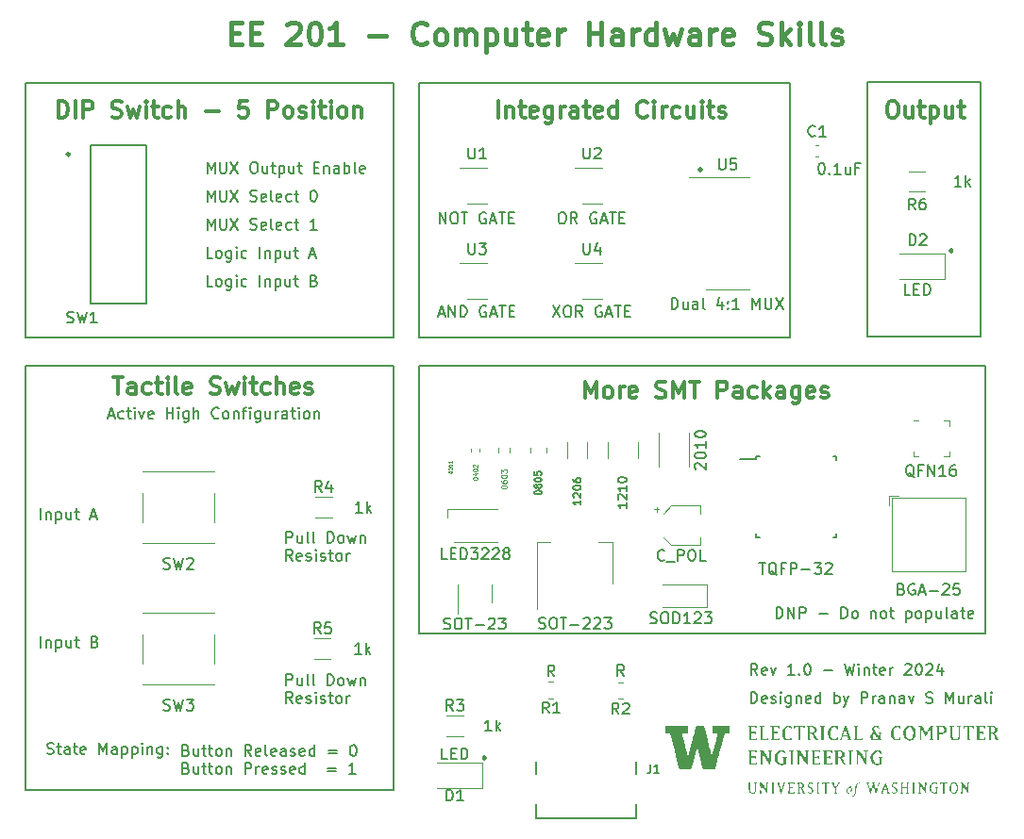
<source format=gbr>
%TF.GenerationSoftware,KiCad,Pcbnew,7.0.10-7.0.10~ubuntu22.04.1*%
%TF.CreationDate,2024-01-07T23:39:05-08:00*%
%TF.ProjectId,smdPracticeBoard,736d6450-7261-4637-9469-6365426f6172,rev?*%
%TF.SameCoordinates,Original*%
%TF.FileFunction,Legend,Top*%
%TF.FilePolarity,Positive*%
%FSLAX46Y46*%
G04 Gerber Fmt 4.6, Leading zero omitted, Abs format (unit mm)*
G04 Created by KiCad (PCBNEW 7.0.10-7.0.10~ubuntu22.04.1) date 2024-01-07 23:39:05*
%MOMM*%
%LPD*%
G01*
G04 APERTURE LIST*
%ADD10C,0.300000*%
%ADD11C,0.150000*%
%ADD12C,0.400000*%
%ADD13C,0.125000*%
%ADD14C,0.100000*%
%ADD15C,0.075000*%
%ADD16C,0.120000*%
%ADD17C,0.250000*%
%ADD18C,0.127000*%
G04 APERTURE END LIST*
D10*
X93067010Y-111352971D02*
X93138439Y-111424400D01*
X93138439Y-111424400D02*
X93067010Y-111495828D01*
X93067010Y-111495828D02*
X92995582Y-111424400D01*
X92995582Y-111424400D02*
X93067010Y-111352971D01*
X93067010Y-111352971D02*
X93067010Y-111495828D01*
D11*
X127420000Y-50735000D02*
X137580000Y-50735000D01*
X137580000Y-73595000D01*
X127420000Y-73595000D01*
X127420000Y-50735000D01*
D10*
X129530225Y-52388628D02*
X129815939Y-52388628D01*
X129815939Y-52388628D02*
X129958796Y-52460057D01*
X129958796Y-52460057D02*
X130101653Y-52602914D01*
X130101653Y-52602914D02*
X130173082Y-52888628D01*
X130173082Y-52888628D02*
X130173082Y-53388628D01*
X130173082Y-53388628D02*
X130101653Y-53674342D01*
X130101653Y-53674342D02*
X129958796Y-53817200D01*
X129958796Y-53817200D02*
X129815939Y-53888628D01*
X129815939Y-53888628D02*
X129530225Y-53888628D01*
X129530225Y-53888628D02*
X129387368Y-53817200D01*
X129387368Y-53817200D02*
X129244510Y-53674342D01*
X129244510Y-53674342D02*
X129173082Y-53388628D01*
X129173082Y-53388628D02*
X129173082Y-52888628D01*
X129173082Y-52888628D02*
X129244510Y-52602914D01*
X129244510Y-52602914D02*
X129387368Y-52460057D01*
X129387368Y-52460057D02*
X129530225Y-52388628D01*
X131458797Y-52888628D02*
X131458797Y-53888628D01*
X130815939Y-52888628D02*
X130815939Y-53674342D01*
X130815939Y-53674342D02*
X130887368Y-53817200D01*
X130887368Y-53817200D02*
X131030225Y-53888628D01*
X131030225Y-53888628D02*
X131244511Y-53888628D01*
X131244511Y-53888628D02*
X131387368Y-53817200D01*
X131387368Y-53817200D02*
X131458797Y-53745771D01*
X131958797Y-52888628D02*
X132530225Y-52888628D01*
X132173082Y-52388628D02*
X132173082Y-53674342D01*
X132173082Y-53674342D02*
X132244511Y-53817200D01*
X132244511Y-53817200D02*
X132387368Y-53888628D01*
X132387368Y-53888628D02*
X132530225Y-53888628D01*
X133030225Y-52888628D02*
X133030225Y-54388628D01*
X133030225Y-52960057D02*
X133173083Y-52888628D01*
X133173083Y-52888628D02*
X133458797Y-52888628D01*
X133458797Y-52888628D02*
X133601654Y-52960057D01*
X133601654Y-52960057D02*
X133673083Y-53031485D01*
X133673083Y-53031485D02*
X133744511Y-53174342D01*
X133744511Y-53174342D02*
X133744511Y-53602914D01*
X133744511Y-53602914D02*
X133673083Y-53745771D01*
X133673083Y-53745771D02*
X133601654Y-53817200D01*
X133601654Y-53817200D02*
X133458797Y-53888628D01*
X133458797Y-53888628D02*
X133173083Y-53888628D01*
X133173083Y-53888628D02*
X133030225Y-53817200D01*
X135030226Y-52888628D02*
X135030226Y-53888628D01*
X134387368Y-52888628D02*
X134387368Y-53674342D01*
X134387368Y-53674342D02*
X134458797Y-53817200D01*
X134458797Y-53817200D02*
X134601654Y-53888628D01*
X134601654Y-53888628D02*
X134815940Y-53888628D01*
X134815940Y-53888628D02*
X134958797Y-53817200D01*
X134958797Y-53817200D02*
X135030226Y-53745771D01*
X135530226Y-52888628D02*
X136101654Y-52888628D01*
X135744511Y-52388628D02*
X135744511Y-53674342D01*
X135744511Y-53674342D02*
X135815940Y-53817200D01*
X135815940Y-53817200D02*
X135958797Y-53888628D01*
X135958797Y-53888628D02*
X136101654Y-53888628D01*
D11*
X87161000Y-50800000D02*
X120435000Y-50800000D01*
X120435000Y-73660000D01*
X87161000Y-73660000D01*
X87161000Y-50800000D01*
D10*
X134902010Y-65767971D02*
X134973439Y-65839400D01*
X134973439Y-65839400D02*
X134902010Y-65910828D01*
X134902010Y-65910828D02*
X134830582Y-65839400D01*
X134830582Y-65839400D02*
X134902010Y-65767971D01*
X134902010Y-65767971D02*
X134902010Y-65910828D01*
X112404310Y-58470171D02*
X112475739Y-58541600D01*
X112475739Y-58541600D02*
X112404310Y-58613028D01*
X112404310Y-58613028D02*
X112332882Y-58541600D01*
X112332882Y-58541600D02*
X112404310Y-58470171D01*
X112404310Y-58470171D02*
X112404310Y-58613028D01*
D11*
X109851103Y-71077219D02*
X109851103Y-70077219D01*
X109851103Y-70077219D02*
X110089198Y-70077219D01*
X110089198Y-70077219D02*
X110232055Y-70124838D01*
X110232055Y-70124838D02*
X110327293Y-70220076D01*
X110327293Y-70220076D02*
X110374912Y-70315314D01*
X110374912Y-70315314D02*
X110422531Y-70505790D01*
X110422531Y-70505790D02*
X110422531Y-70648647D01*
X110422531Y-70648647D02*
X110374912Y-70839123D01*
X110374912Y-70839123D02*
X110327293Y-70934361D01*
X110327293Y-70934361D02*
X110232055Y-71029600D01*
X110232055Y-71029600D02*
X110089198Y-71077219D01*
X110089198Y-71077219D02*
X109851103Y-71077219D01*
X111279674Y-70410552D02*
X111279674Y-71077219D01*
X110851103Y-70410552D02*
X110851103Y-70934361D01*
X110851103Y-70934361D02*
X110898722Y-71029600D01*
X110898722Y-71029600D02*
X110993960Y-71077219D01*
X110993960Y-71077219D02*
X111136817Y-71077219D01*
X111136817Y-71077219D02*
X111232055Y-71029600D01*
X111232055Y-71029600D02*
X111279674Y-70981980D01*
X112184436Y-71077219D02*
X112184436Y-70553409D01*
X112184436Y-70553409D02*
X112136817Y-70458171D01*
X112136817Y-70458171D02*
X112041579Y-70410552D01*
X112041579Y-70410552D02*
X111851103Y-70410552D01*
X111851103Y-70410552D02*
X111755865Y-70458171D01*
X112184436Y-71029600D02*
X112089198Y-71077219D01*
X112089198Y-71077219D02*
X111851103Y-71077219D01*
X111851103Y-71077219D02*
X111755865Y-71029600D01*
X111755865Y-71029600D02*
X111708246Y-70934361D01*
X111708246Y-70934361D02*
X111708246Y-70839123D01*
X111708246Y-70839123D02*
X111755865Y-70743885D01*
X111755865Y-70743885D02*
X111851103Y-70696266D01*
X111851103Y-70696266D02*
X112089198Y-70696266D01*
X112089198Y-70696266D02*
X112184436Y-70648647D01*
X112803484Y-71077219D02*
X112708246Y-71029600D01*
X112708246Y-71029600D02*
X112660627Y-70934361D01*
X112660627Y-70934361D02*
X112660627Y-70077219D01*
X114374913Y-70410552D02*
X114374913Y-71077219D01*
X114136818Y-70029600D02*
X113898723Y-70743885D01*
X113898723Y-70743885D02*
X114517770Y-70743885D01*
X114898723Y-70981980D02*
X114946342Y-71029600D01*
X114946342Y-71029600D02*
X114898723Y-71077219D01*
X114898723Y-71077219D02*
X114851104Y-71029600D01*
X114851104Y-71029600D02*
X114898723Y-70981980D01*
X114898723Y-70981980D02*
X114898723Y-71077219D01*
X114898723Y-70458171D02*
X114946342Y-70505790D01*
X114946342Y-70505790D02*
X114898723Y-70553409D01*
X114898723Y-70553409D02*
X114851104Y-70505790D01*
X114851104Y-70505790D02*
X114898723Y-70458171D01*
X114898723Y-70458171D02*
X114898723Y-70553409D01*
X115898722Y-71077219D02*
X115327294Y-71077219D01*
X115613008Y-71077219D02*
X115613008Y-70077219D01*
X115613008Y-70077219D02*
X115517770Y-70220076D01*
X115517770Y-70220076D02*
X115422532Y-70315314D01*
X115422532Y-70315314D02*
X115327294Y-70362933D01*
X117089199Y-71077219D02*
X117089199Y-70077219D01*
X117089199Y-70077219D02*
X117422532Y-70791504D01*
X117422532Y-70791504D02*
X117755865Y-70077219D01*
X117755865Y-70077219D02*
X117755865Y-71077219D01*
X118232056Y-70077219D02*
X118232056Y-70886742D01*
X118232056Y-70886742D02*
X118279675Y-70981980D01*
X118279675Y-70981980D02*
X118327294Y-71029600D01*
X118327294Y-71029600D02*
X118422532Y-71077219D01*
X118422532Y-71077219D02*
X118613008Y-71077219D01*
X118613008Y-71077219D02*
X118708246Y-71029600D01*
X118708246Y-71029600D02*
X118755865Y-70981980D01*
X118755865Y-70981980D02*
X118803484Y-70886742D01*
X118803484Y-70886742D02*
X118803484Y-70077219D01*
X119184437Y-70077219D02*
X119851103Y-71077219D01*
X119851103Y-70077219D02*
X119184437Y-71077219D01*
X99169684Y-70788419D02*
X99836350Y-71788419D01*
X99836350Y-70788419D02*
X99169684Y-71788419D01*
X100407779Y-70788419D02*
X100598255Y-70788419D01*
X100598255Y-70788419D02*
X100693493Y-70836038D01*
X100693493Y-70836038D02*
X100788731Y-70931276D01*
X100788731Y-70931276D02*
X100836350Y-71121752D01*
X100836350Y-71121752D02*
X100836350Y-71455085D01*
X100836350Y-71455085D02*
X100788731Y-71645561D01*
X100788731Y-71645561D02*
X100693493Y-71740800D01*
X100693493Y-71740800D02*
X100598255Y-71788419D01*
X100598255Y-71788419D02*
X100407779Y-71788419D01*
X100407779Y-71788419D02*
X100312541Y-71740800D01*
X100312541Y-71740800D02*
X100217303Y-71645561D01*
X100217303Y-71645561D02*
X100169684Y-71455085D01*
X100169684Y-71455085D02*
X100169684Y-71121752D01*
X100169684Y-71121752D02*
X100217303Y-70931276D01*
X100217303Y-70931276D02*
X100312541Y-70836038D01*
X100312541Y-70836038D02*
X100407779Y-70788419D01*
X101836350Y-71788419D02*
X101503017Y-71312228D01*
X101264922Y-71788419D02*
X101264922Y-70788419D01*
X101264922Y-70788419D02*
X101645874Y-70788419D01*
X101645874Y-70788419D02*
X101741112Y-70836038D01*
X101741112Y-70836038D02*
X101788731Y-70883657D01*
X101788731Y-70883657D02*
X101836350Y-70978895D01*
X101836350Y-70978895D02*
X101836350Y-71121752D01*
X101836350Y-71121752D02*
X101788731Y-71216990D01*
X101788731Y-71216990D02*
X101741112Y-71264609D01*
X101741112Y-71264609D02*
X101645874Y-71312228D01*
X101645874Y-71312228D02*
X101264922Y-71312228D01*
X103550636Y-70836038D02*
X103455398Y-70788419D01*
X103455398Y-70788419D02*
X103312541Y-70788419D01*
X103312541Y-70788419D02*
X103169684Y-70836038D01*
X103169684Y-70836038D02*
X103074446Y-70931276D01*
X103074446Y-70931276D02*
X103026827Y-71026514D01*
X103026827Y-71026514D02*
X102979208Y-71216990D01*
X102979208Y-71216990D02*
X102979208Y-71359847D01*
X102979208Y-71359847D02*
X103026827Y-71550323D01*
X103026827Y-71550323D02*
X103074446Y-71645561D01*
X103074446Y-71645561D02*
X103169684Y-71740800D01*
X103169684Y-71740800D02*
X103312541Y-71788419D01*
X103312541Y-71788419D02*
X103407779Y-71788419D01*
X103407779Y-71788419D02*
X103550636Y-71740800D01*
X103550636Y-71740800D02*
X103598255Y-71693180D01*
X103598255Y-71693180D02*
X103598255Y-71359847D01*
X103598255Y-71359847D02*
X103407779Y-71359847D01*
X103979208Y-71502704D02*
X104455398Y-71502704D01*
X103883970Y-71788419D02*
X104217303Y-70788419D01*
X104217303Y-70788419D02*
X104550636Y-71788419D01*
X104741113Y-70788419D02*
X105312541Y-70788419D01*
X105026827Y-71788419D02*
X105026827Y-70788419D01*
X105645875Y-71264609D02*
X105979208Y-71264609D01*
X106122065Y-71788419D02*
X105645875Y-71788419D01*
X105645875Y-71788419D02*
X105645875Y-70788419D01*
X105645875Y-70788419D02*
X106122065Y-70788419D01*
X88944922Y-71502704D02*
X89421112Y-71502704D01*
X88849684Y-71788419D02*
X89183017Y-70788419D01*
X89183017Y-70788419D02*
X89516350Y-71788419D01*
X89849684Y-71788419D02*
X89849684Y-70788419D01*
X89849684Y-70788419D02*
X90421112Y-71788419D01*
X90421112Y-71788419D02*
X90421112Y-70788419D01*
X90897303Y-71788419D02*
X90897303Y-70788419D01*
X90897303Y-70788419D02*
X91135398Y-70788419D01*
X91135398Y-70788419D02*
X91278255Y-70836038D01*
X91278255Y-70836038D02*
X91373493Y-70931276D01*
X91373493Y-70931276D02*
X91421112Y-71026514D01*
X91421112Y-71026514D02*
X91468731Y-71216990D01*
X91468731Y-71216990D02*
X91468731Y-71359847D01*
X91468731Y-71359847D02*
X91421112Y-71550323D01*
X91421112Y-71550323D02*
X91373493Y-71645561D01*
X91373493Y-71645561D02*
X91278255Y-71740800D01*
X91278255Y-71740800D02*
X91135398Y-71788419D01*
X91135398Y-71788419D02*
X90897303Y-71788419D01*
X93183017Y-70836038D02*
X93087779Y-70788419D01*
X93087779Y-70788419D02*
X92944922Y-70788419D01*
X92944922Y-70788419D02*
X92802065Y-70836038D01*
X92802065Y-70836038D02*
X92706827Y-70931276D01*
X92706827Y-70931276D02*
X92659208Y-71026514D01*
X92659208Y-71026514D02*
X92611589Y-71216990D01*
X92611589Y-71216990D02*
X92611589Y-71359847D01*
X92611589Y-71359847D02*
X92659208Y-71550323D01*
X92659208Y-71550323D02*
X92706827Y-71645561D01*
X92706827Y-71645561D02*
X92802065Y-71740800D01*
X92802065Y-71740800D02*
X92944922Y-71788419D01*
X92944922Y-71788419D02*
X93040160Y-71788419D01*
X93040160Y-71788419D02*
X93183017Y-71740800D01*
X93183017Y-71740800D02*
X93230636Y-71693180D01*
X93230636Y-71693180D02*
X93230636Y-71359847D01*
X93230636Y-71359847D02*
X93040160Y-71359847D01*
X93611589Y-71502704D02*
X94087779Y-71502704D01*
X93516351Y-71788419D02*
X93849684Y-70788419D01*
X93849684Y-70788419D02*
X94183017Y-71788419D01*
X94373494Y-70788419D02*
X94944922Y-70788419D01*
X94659208Y-71788419D02*
X94659208Y-70788419D01*
X95278256Y-71264609D02*
X95611589Y-71264609D01*
X95754446Y-71788419D02*
X95278256Y-71788419D01*
X95278256Y-71788419D02*
X95278256Y-70788419D01*
X95278256Y-70788419D02*
X95754446Y-70788419D01*
X99931588Y-62406419D02*
X100122064Y-62406419D01*
X100122064Y-62406419D02*
X100217302Y-62454038D01*
X100217302Y-62454038D02*
X100312540Y-62549276D01*
X100312540Y-62549276D02*
X100360159Y-62739752D01*
X100360159Y-62739752D02*
X100360159Y-63073085D01*
X100360159Y-63073085D02*
X100312540Y-63263561D01*
X100312540Y-63263561D02*
X100217302Y-63358800D01*
X100217302Y-63358800D02*
X100122064Y-63406419D01*
X100122064Y-63406419D02*
X99931588Y-63406419D01*
X99931588Y-63406419D02*
X99836350Y-63358800D01*
X99836350Y-63358800D02*
X99741112Y-63263561D01*
X99741112Y-63263561D02*
X99693493Y-63073085D01*
X99693493Y-63073085D02*
X99693493Y-62739752D01*
X99693493Y-62739752D02*
X99741112Y-62549276D01*
X99741112Y-62549276D02*
X99836350Y-62454038D01*
X99836350Y-62454038D02*
X99931588Y-62406419D01*
X101360159Y-63406419D02*
X101026826Y-62930228D01*
X100788731Y-63406419D02*
X100788731Y-62406419D01*
X100788731Y-62406419D02*
X101169683Y-62406419D01*
X101169683Y-62406419D02*
X101264921Y-62454038D01*
X101264921Y-62454038D02*
X101312540Y-62501657D01*
X101312540Y-62501657D02*
X101360159Y-62596895D01*
X101360159Y-62596895D02*
X101360159Y-62739752D01*
X101360159Y-62739752D02*
X101312540Y-62834990D01*
X101312540Y-62834990D02*
X101264921Y-62882609D01*
X101264921Y-62882609D02*
X101169683Y-62930228D01*
X101169683Y-62930228D02*
X100788731Y-62930228D01*
X103074445Y-62454038D02*
X102979207Y-62406419D01*
X102979207Y-62406419D02*
X102836350Y-62406419D01*
X102836350Y-62406419D02*
X102693493Y-62454038D01*
X102693493Y-62454038D02*
X102598255Y-62549276D01*
X102598255Y-62549276D02*
X102550636Y-62644514D01*
X102550636Y-62644514D02*
X102503017Y-62834990D01*
X102503017Y-62834990D02*
X102503017Y-62977847D01*
X102503017Y-62977847D02*
X102550636Y-63168323D01*
X102550636Y-63168323D02*
X102598255Y-63263561D01*
X102598255Y-63263561D02*
X102693493Y-63358800D01*
X102693493Y-63358800D02*
X102836350Y-63406419D01*
X102836350Y-63406419D02*
X102931588Y-63406419D01*
X102931588Y-63406419D02*
X103074445Y-63358800D01*
X103074445Y-63358800D02*
X103122064Y-63311180D01*
X103122064Y-63311180D02*
X103122064Y-62977847D01*
X103122064Y-62977847D02*
X102931588Y-62977847D01*
X103503017Y-63120704D02*
X103979207Y-63120704D01*
X103407779Y-63406419D02*
X103741112Y-62406419D01*
X103741112Y-62406419D02*
X104074445Y-63406419D01*
X104264922Y-62406419D02*
X104836350Y-62406419D01*
X104550636Y-63406419D02*
X104550636Y-62406419D01*
X105169684Y-62882609D02*
X105503017Y-62882609D01*
X105645874Y-63406419D02*
X105169684Y-63406419D01*
X105169684Y-63406419D02*
X105169684Y-62406419D01*
X105169684Y-62406419D02*
X105645874Y-62406419D01*
X89016350Y-63406419D02*
X89016350Y-62406419D01*
X89016350Y-62406419D02*
X89587778Y-63406419D01*
X89587778Y-63406419D02*
X89587778Y-62406419D01*
X90254445Y-62406419D02*
X90444921Y-62406419D01*
X90444921Y-62406419D02*
X90540159Y-62454038D01*
X90540159Y-62454038D02*
X90635397Y-62549276D01*
X90635397Y-62549276D02*
X90683016Y-62739752D01*
X90683016Y-62739752D02*
X90683016Y-63073085D01*
X90683016Y-63073085D02*
X90635397Y-63263561D01*
X90635397Y-63263561D02*
X90540159Y-63358800D01*
X90540159Y-63358800D02*
X90444921Y-63406419D01*
X90444921Y-63406419D02*
X90254445Y-63406419D01*
X90254445Y-63406419D02*
X90159207Y-63358800D01*
X90159207Y-63358800D02*
X90063969Y-63263561D01*
X90063969Y-63263561D02*
X90016350Y-63073085D01*
X90016350Y-63073085D02*
X90016350Y-62739752D01*
X90016350Y-62739752D02*
X90063969Y-62549276D01*
X90063969Y-62549276D02*
X90159207Y-62454038D01*
X90159207Y-62454038D02*
X90254445Y-62406419D01*
X90968731Y-62406419D02*
X91540159Y-62406419D01*
X91254445Y-63406419D02*
X91254445Y-62406419D01*
X93159207Y-62454038D02*
X93063969Y-62406419D01*
X93063969Y-62406419D02*
X92921112Y-62406419D01*
X92921112Y-62406419D02*
X92778255Y-62454038D01*
X92778255Y-62454038D02*
X92683017Y-62549276D01*
X92683017Y-62549276D02*
X92635398Y-62644514D01*
X92635398Y-62644514D02*
X92587779Y-62834990D01*
X92587779Y-62834990D02*
X92587779Y-62977847D01*
X92587779Y-62977847D02*
X92635398Y-63168323D01*
X92635398Y-63168323D02*
X92683017Y-63263561D01*
X92683017Y-63263561D02*
X92778255Y-63358800D01*
X92778255Y-63358800D02*
X92921112Y-63406419D01*
X92921112Y-63406419D02*
X93016350Y-63406419D01*
X93016350Y-63406419D02*
X93159207Y-63358800D01*
X93159207Y-63358800D02*
X93206826Y-63311180D01*
X93206826Y-63311180D02*
X93206826Y-62977847D01*
X93206826Y-62977847D02*
X93016350Y-62977847D01*
X93587779Y-63120704D02*
X94063969Y-63120704D01*
X93492541Y-63406419D02*
X93825874Y-62406419D01*
X93825874Y-62406419D02*
X94159207Y-63406419D01*
X94349684Y-62406419D02*
X94921112Y-62406419D01*
X94635398Y-63406419D02*
X94635398Y-62406419D01*
X95254446Y-62882609D02*
X95587779Y-62882609D01*
X95730636Y-63406419D02*
X95254446Y-63406419D01*
X95254446Y-63406419D02*
X95254446Y-62406419D01*
X95254446Y-62406419D02*
X95730636Y-62406419D01*
X116961779Y-106484819D02*
X116961779Y-105484819D01*
X116961779Y-105484819D02*
X117199874Y-105484819D01*
X117199874Y-105484819D02*
X117342731Y-105532438D01*
X117342731Y-105532438D02*
X117437969Y-105627676D01*
X117437969Y-105627676D02*
X117485588Y-105722914D01*
X117485588Y-105722914D02*
X117533207Y-105913390D01*
X117533207Y-105913390D02*
X117533207Y-106056247D01*
X117533207Y-106056247D02*
X117485588Y-106246723D01*
X117485588Y-106246723D02*
X117437969Y-106341961D01*
X117437969Y-106341961D02*
X117342731Y-106437200D01*
X117342731Y-106437200D02*
X117199874Y-106484819D01*
X117199874Y-106484819D02*
X116961779Y-106484819D01*
X118342731Y-106437200D02*
X118247493Y-106484819D01*
X118247493Y-106484819D02*
X118057017Y-106484819D01*
X118057017Y-106484819D02*
X117961779Y-106437200D01*
X117961779Y-106437200D02*
X117914160Y-106341961D01*
X117914160Y-106341961D02*
X117914160Y-105961009D01*
X117914160Y-105961009D02*
X117961779Y-105865771D01*
X117961779Y-105865771D02*
X118057017Y-105818152D01*
X118057017Y-105818152D02*
X118247493Y-105818152D01*
X118247493Y-105818152D02*
X118342731Y-105865771D01*
X118342731Y-105865771D02*
X118390350Y-105961009D01*
X118390350Y-105961009D02*
X118390350Y-106056247D01*
X118390350Y-106056247D02*
X117914160Y-106151485D01*
X118771303Y-106437200D02*
X118866541Y-106484819D01*
X118866541Y-106484819D02*
X119057017Y-106484819D01*
X119057017Y-106484819D02*
X119152255Y-106437200D01*
X119152255Y-106437200D02*
X119199874Y-106341961D01*
X119199874Y-106341961D02*
X119199874Y-106294342D01*
X119199874Y-106294342D02*
X119152255Y-106199104D01*
X119152255Y-106199104D02*
X119057017Y-106151485D01*
X119057017Y-106151485D02*
X118914160Y-106151485D01*
X118914160Y-106151485D02*
X118818922Y-106103866D01*
X118818922Y-106103866D02*
X118771303Y-106008628D01*
X118771303Y-106008628D02*
X118771303Y-105961009D01*
X118771303Y-105961009D02*
X118818922Y-105865771D01*
X118818922Y-105865771D02*
X118914160Y-105818152D01*
X118914160Y-105818152D02*
X119057017Y-105818152D01*
X119057017Y-105818152D02*
X119152255Y-105865771D01*
X119628446Y-106484819D02*
X119628446Y-105818152D01*
X119628446Y-105484819D02*
X119580827Y-105532438D01*
X119580827Y-105532438D02*
X119628446Y-105580057D01*
X119628446Y-105580057D02*
X119676065Y-105532438D01*
X119676065Y-105532438D02*
X119628446Y-105484819D01*
X119628446Y-105484819D02*
X119628446Y-105580057D01*
X120533207Y-105818152D02*
X120533207Y-106627676D01*
X120533207Y-106627676D02*
X120485588Y-106722914D01*
X120485588Y-106722914D02*
X120437969Y-106770533D01*
X120437969Y-106770533D02*
X120342731Y-106818152D01*
X120342731Y-106818152D02*
X120199874Y-106818152D01*
X120199874Y-106818152D02*
X120104636Y-106770533D01*
X120533207Y-106437200D02*
X120437969Y-106484819D01*
X120437969Y-106484819D02*
X120247493Y-106484819D01*
X120247493Y-106484819D02*
X120152255Y-106437200D01*
X120152255Y-106437200D02*
X120104636Y-106389580D01*
X120104636Y-106389580D02*
X120057017Y-106294342D01*
X120057017Y-106294342D02*
X120057017Y-106008628D01*
X120057017Y-106008628D02*
X120104636Y-105913390D01*
X120104636Y-105913390D02*
X120152255Y-105865771D01*
X120152255Y-105865771D02*
X120247493Y-105818152D01*
X120247493Y-105818152D02*
X120437969Y-105818152D01*
X120437969Y-105818152D02*
X120533207Y-105865771D01*
X121009398Y-105818152D02*
X121009398Y-106484819D01*
X121009398Y-105913390D02*
X121057017Y-105865771D01*
X121057017Y-105865771D02*
X121152255Y-105818152D01*
X121152255Y-105818152D02*
X121295112Y-105818152D01*
X121295112Y-105818152D02*
X121390350Y-105865771D01*
X121390350Y-105865771D02*
X121437969Y-105961009D01*
X121437969Y-105961009D02*
X121437969Y-106484819D01*
X122295112Y-106437200D02*
X122199874Y-106484819D01*
X122199874Y-106484819D02*
X122009398Y-106484819D01*
X122009398Y-106484819D02*
X121914160Y-106437200D01*
X121914160Y-106437200D02*
X121866541Y-106341961D01*
X121866541Y-106341961D02*
X121866541Y-105961009D01*
X121866541Y-105961009D02*
X121914160Y-105865771D01*
X121914160Y-105865771D02*
X122009398Y-105818152D01*
X122009398Y-105818152D02*
X122199874Y-105818152D01*
X122199874Y-105818152D02*
X122295112Y-105865771D01*
X122295112Y-105865771D02*
X122342731Y-105961009D01*
X122342731Y-105961009D02*
X122342731Y-106056247D01*
X122342731Y-106056247D02*
X121866541Y-106151485D01*
X123199874Y-106484819D02*
X123199874Y-105484819D01*
X123199874Y-106437200D02*
X123104636Y-106484819D01*
X123104636Y-106484819D02*
X122914160Y-106484819D01*
X122914160Y-106484819D02*
X122818922Y-106437200D01*
X122818922Y-106437200D02*
X122771303Y-106389580D01*
X122771303Y-106389580D02*
X122723684Y-106294342D01*
X122723684Y-106294342D02*
X122723684Y-106008628D01*
X122723684Y-106008628D02*
X122771303Y-105913390D01*
X122771303Y-105913390D02*
X122818922Y-105865771D01*
X122818922Y-105865771D02*
X122914160Y-105818152D01*
X122914160Y-105818152D02*
X123104636Y-105818152D01*
X123104636Y-105818152D02*
X123199874Y-105865771D01*
X124437970Y-106484819D02*
X124437970Y-105484819D01*
X124437970Y-105865771D02*
X124533208Y-105818152D01*
X124533208Y-105818152D02*
X124723684Y-105818152D01*
X124723684Y-105818152D02*
X124818922Y-105865771D01*
X124818922Y-105865771D02*
X124866541Y-105913390D01*
X124866541Y-105913390D02*
X124914160Y-106008628D01*
X124914160Y-106008628D02*
X124914160Y-106294342D01*
X124914160Y-106294342D02*
X124866541Y-106389580D01*
X124866541Y-106389580D02*
X124818922Y-106437200D01*
X124818922Y-106437200D02*
X124723684Y-106484819D01*
X124723684Y-106484819D02*
X124533208Y-106484819D01*
X124533208Y-106484819D02*
X124437970Y-106437200D01*
X125247494Y-105818152D02*
X125485589Y-106484819D01*
X125723684Y-105818152D02*
X125485589Y-106484819D01*
X125485589Y-106484819D02*
X125390351Y-106722914D01*
X125390351Y-106722914D02*
X125342732Y-106770533D01*
X125342732Y-106770533D02*
X125247494Y-106818152D01*
X126866542Y-106484819D02*
X126866542Y-105484819D01*
X126866542Y-105484819D02*
X127247494Y-105484819D01*
X127247494Y-105484819D02*
X127342732Y-105532438D01*
X127342732Y-105532438D02*
X127390351Y-105580057D01*
X127390351Y-105580057D02*
X127437970Y-105675295D01*
X127437970Y-105675295D02*
X127437970Y-105818152D01*
X127437970Y-105818152D02*
X127390351Y-105913390D01*
X127390351Y-105913390D02*
X127342732Y-105961009D01*
X127342732Y-105961009D02*
X127247494Y-106008628D01*
X127247494Y-106008628D02*
X126866542Y-106008628D01*
X127866542Y-106484819D02*
X127866542Y-105818152D01*
X127866542Y-106008628D02*
X127914161Y-105913390D01*
X127914161Y-105913390D02*
X127961780Y-105865771D01*
X127961780Y-105865771D02*
X128057018Y-105818152D01*
X128057018Y-105818152D02*
X128152256Y-105818152D01*
X128914161Y-106484819D02*
X128914161Y-105961009D01*
X128914161Y-105961009D02*
X128866542Y-105865771D01*
X128866542Y-105865771D02*
X128771304Y-105818152D01*
X128771304Y-105818152D02*
X128580828Y-105818152D01*
X128580828Y-105818152D02*
X128485590Y-105865771D01*
X128914161Y-106437200D02*
X128818923Y-106484819D01*
X128818923Y-106484819D02*
X128580828Y-106484819D01*
X128580828Y-106484819D02*
X128485590Y-106437200D01*
X128485590Y-106437200D02*
X128437971Y-106341961D01*
X128437971Y-106341961D02*
X128437971Y-106246723D01*
X128437971Y-106246723D02*
X128485590Y-106151485D01*
X128485590Y-106151485D02*
X128580828Y-106103866D01*
X128580828Y-106103866D02*
X128818923Y-106103866D01*
X128818923Y-106103866D02*
X128914161Y-106056247D01*
X129390352Y-105818152D02*
X129390352Y-106484819D01*
X129390352Y-105913390D02*
X129437971Y-105865771D01*
X129437971Y-105865771D02*
X129533209Y-105818152D01*
X129533209Y-105818152D02*
X129676066Y-105818152D01*
X129676066Y-105818152D02*
X129771304Y-105865771D01*
X129771304Y-105865771D02*
X129818923Y-105961009D01*
X129818923Y-105961009D02*
X129818923Y-106484819D01*
X130723685Y-106484819D02*
X130723685Y-105961009D01*
X130723685Y-105961009D02*
X130676066Y-105865771D01*
X130676066Y-105865771D02*
X130580828Y-105818152D01*
X130580828Y-105818152D02*
X130390352Y-105818152D01*
X130390352Y-105818152D02*
X130295114Y-105865771D01*
X130723685Y-106437200D02*
X130628447Y-106484819D01*
X130628447Y-106484819D02*
X130390352Y-106484819D01*
X130390352Y-106484819D02*
X130295114Y-106437200D01*
X130295114Y-106437200D02*
X130247495Y-106341961D01*
X130247495Y-106341961D02*
X130247495Y-106246723D01*
X130247495Y-106246723D02*
X130295114Y-106151485D01*
X130295114Y-106151485D02*
X130390352Y-106103866D01*
X130390352Y-106103866D02*
X130628447Y-106103866D01*
X130628447Y-106103866D02*
X130723685Y-106056247D01*
X131104638Y-105818152D02*
X131342733Y-106484819D01*
X131342733Y-106484819D02*
X131580828Y-105818152D01*
X132676067Y-106437200D02*
X132818924Y-106484819D01*
X132818924Y-106484819D02*
X133057019Y-106484819D01*
X133057019Y-106484819D02*
X133152257Y-106437200D01*
X133152257Y-106437200D02*
X133199876Y-106389580D01*
X133199876Y-106389580D02*
X133247495Y-106294342D01*
X133247495Y-106294342D02*
X133247495Y-106199104D01*
X133247495Y-106199104D02*
X133199876Y-106103866D01*
X133199876Y-106103866D02*
X133152257Y-106056247D01*
X133152257Y-106056247D02*
X133057019Y-106008628D01*
X133057019Y-106008628D02*
X132866543Y-105961009D01*
X132866543Y-105961009D02*
X132771305Y-105913390D01*
X132771305Y-105913390D02*
X132723686Y-105865771D01*
X132723686Y-105865771D02*
X132676067Y-105770533D01*
X132676067Y-105770533D02*
X132676067Y-105675295D01*
X132676067Y-105675295D02*
X132723686Y-105580057D01*
X132723686Y-105580057D02*
X132771305Y-105532438D01*
X132771305Y-105532438D02*
X132866543Y-105484819D01*
X132866543Y-105484819D02*
X133104638Y-105484819D01*
X133104638Y-105484819D02*
X133247495Y-105532438D01*
X134437972Y-106484819D02*
X134437972Y-105484819D01*
X134437972Y-105484819D02*
X134771305Y-106199104D01*
X134771305Y-106199104D02*
X135104638Y-105484819D01*
X135104638Y-105484819D02*
X135104638Y-106484819D01*
X136009400Y-105818152D02*
X136009400Y-106484819D01*
X135580829Y-105818152D02*
X135580829Y-106341961D01*
X135580829Y-106341961D02*
X135628448Y-106437200D01*
X135628448Y-106437200D02*
X135723686Y-106484819D01*
X135723686Y-106484819D02*
X135866543Y-106484819D01*
X135866543Y-106484819D02*
X135961781Y-106437200D01*
X135961781Y-106437200D02*
X136009400Y-106389580D01*
X136485591Y-106484819D02*
X136485591Y-105818152D01*
X136485591Y-106008628D02*
X136533210Y-105913390D01*
X136533210Y-105913390D02*
X136580829Y-105865771D01*
X136580829Y-105865771D02*
X136676067Y-105818152D01*
X136676067Y-105818152D02*
X136771305Y-105818152D01*
X137533210Y-106484819D02*
X137533210Y-105961009D01*
X137533210Y-105961009D02*
X137485591Y-105865771D01*
X137485591Y-105865771D02*
X137390353Y-105818152D01*
X137390353Y-105818152D02*
X137199877Y-105818152D01*
X137199877Y-105818152D02*
X137104639Y-105865771D01*
X137533210Y-106437200D02*
X137437972Y-106484819D01*
X137437972Y-106484819D02*
X137199877Y-106484819D01*
X137199877Y-106484819D02*
X137104639Y-106437200D01*
X137104639Y-106437200D02*
X137057020Y-106341961D01*
X137057020Y-106341961D02*
X137057020Y-106246723D01*
X137057020Y-106246723D02*
X137104639Y-106151485D01*
X137104639Y-106151485D02*
X137199877Y-106103866D01*
X137199877Y-106103866D02*
X137437972Y-106103866D01*
X137437972Y-106103866D02*
X137533210Y-106056247D01*
X138152258Y-106484819D02*
X138057020Y-106437200D01*
X138057020Y-106437200D02*
X138009401Y-106341961D01*
X138009401Y-106341961D02*
X138009401Y-105484819D01*
X138533211Y-106484819D02*
X138533211Y-105818152D01*
X138533211Y-105484819D02*
X138485592Y-105532438D01*
X138485592Y-105532438D02*
X138533211Y-105580057D01*
X138533211Y-105580057D02*
X138580830Y-105532438D01*
X138580830Y-105532438D02*
X138533211Y-105484819D01*
X138533211Y-105484819D02*
X138533211Y-105580057D01*
X117533207Y-103944819D02*
X117199874Y-103468628D01*
X116961779Y-103944819D02*
X116961779Y-102944819D01*
X116961779Y-102944819D02*
X117342731Y-102944819D01*
X117342731Y-102944819D02*
X117437969Y-102992438D01*
X117437969Y-102992438D02*
X117485588Y-103040057D01*
X117485588Y-103040057D02*
X117533207Y-103135295D01*
X117533207Y-103135295D02*
X117533207Y-103278152D01*
X117533207Y-103278152D02*
X117485588Y-103373390D01*
X117485588Y-103373390D02*
X117437969Y-103421009D01*
X117437969Y-103421009D02*
X117342731Y-103468628D01*
X117342731Y-103468628D02*
X116961779Y-103468628D01*
X118342731Y-103897200D02*
X118247493Y-103944819D01*
X118247493Y-103944819D02*
X118057017Y-103944819D01*
X118057017Y-103944819D02*
X117961779Y-103897200D01*
X117961779Y-103897200D02*
X117914160Y-103801961D01*
X117914160Y-103801961D02*
X117914160Y-103421009D01*
X117914160Y-103421009D02*
X117961779Y-103325771D01*
X117961779Y-103325771D02*
X118057017Y-103278152D01*
X118057017Y-103278152D02*
X118247493Y-103278152D01*
X118247493Y-103278152D02*
X118342731Y-103325771D01*
X118342731Y-103325771D02*
X118390350Y-103421009D01*
X118390350Y-103421009D02*
X118390350Y-103516247D01*
X118390350Y-103516247D02*
X117914160Y-103611485D01*
X118723684Y-103278152D02*
X118961779Y-103944819D01*
X118961779Y-103944819D02*
X119199874Y-103278152D01*
X120866541Y-103944819D02*
X120295113Y-103944819D01*
X120580827Y-103944819D02*
X120580827Y-102944819D01*
X120580827Y-102944819D02*
X120485589Y-103087676D01*
X120485589Y-103087676D02*
X120390351Y-103182914D01*
X120390351Y-103182914D02*
X120295113Y-103230533D01*
X121295113Y-103849580D02*
X121342732Y-103897200D01*
X121342732Y-103897200D02*
X121295113Y-103944819D01*
X121295113Y-103944819D02*
X121247494Y-103897200D01*
X121247494Y-103897200D02*
X121295113Y-103849580D01*
X121295113Y-103849580D02*
X121295113Y-103944819D01*
X121961779Y-102944819D02*
X122057017Y-102944819D01*
X122057017Y-102944819D02*
X122152255Y-102992438D01*
X122152255Y-102992438D02*
X122199874Y-103040057D01*
X122199874Y-103040057D02*
X122247493Y-103135295D01*
X122247493Y-103135295D02*
X122295112Y-103325771D01*
X122295112Y-103325771D02*
X122295112Y-103563866D01*
X122295112Y-103563866D02*
X122247493Y-103754342D01*
X122247493Y-103754342D02*
X122199874Y-103849580D01*
X122199874Y-103849580D02*
X122152255Y-103897200D01*
X122152255Y-103897200D02*
X122057017Y-103944819D01*
X122057017Y-103944819D02*
X121961779Y-103944819D01*
X121961779Y-103944819D02*
X121866541Y-103897200D01*
X121866541Y-103897200D02*
X121818922Y-103849580D01*
X121818922Y-103849580D02*
X121771303Y-103754342D01*
X121771303Y-103754342D02*
X121723684Y-103563866D01*
X121723684Y-103563866D02*
X121723684Y-103325771D01*
X121723684Y-103325771D02*
X121771303Y-103135295D01*
X121771303Y-103135295D02*
X121818922Y-103040057D01*
X121818922Y-103040057D02*
X121866541Y-102992438D01*
X121866541Y-102992438D02*
X121961779Y-102944819D01*
X123485589Y-103563866D02*
X124247494Y-103563866D01*
X125390351Y-102944819D02*
X125628446Y-103944819D01*
X125628446Y-103944819D02*
X125818922Y-103230533D01*
X125818922Y-103230533D02*
X126009398Y-103944819D01*
X126009398Y-103944819D02*
X126247494Y-102944819D01*
X126628446Y-103944819D02*
X126628446Y-103278152D01*
X126628446Y-102944819D02*
X126580827Y-102992438D01*
X126580827Y-102992438D02*
X126628446Y-103040057D01*
X126628446Y-103040057D02*
X126676065Y-102992438D01*
X126676065Y-102992438D02*
X126628446Y-102944819D01*
X126628446Y-102944819D02*
X126628446Y-103040057D01*
X127104636Y-103278152D02*
X127104636Y-103944819D01*
X127104636Y-103373390D02*
X127152255Y-103325771D01*
X127152255Y-103325771D02*
X127247493Y-103278152D01*
X127247493Y-103278152D02*
X127390350Y-103278152D01*
X127390350Y-103278152D02*
X127485588Y-103325771D01*
X127485588Y-103325771D02*
X127533207Y-103421009D01*
X127533207Y-103421009D02*
X127533207Y-103944819D01*
X127866541Y-103278152D02*
X128247493Y-103278152D01*
X128009398Y-102944819D02*
X128009398Y-103801961D01*
X128009398Y-103801961D02*
X128057017Y-103897200D01*
X128057017Y-103897200D02*
X128152255Y-103944819D01*
X128152255Y-103944819D02*
X128247493Y-103944819D01*
X128961779Y-103897200D02*
X128866541Y-103944819D01*
X128866541Y-103944819D02*
X128676065Y-103944819D01*
X128676065Y-103944819D02*
X128580827Y-103897200D01*
X128580827Y-103897200D02*
X128533208Y-103801961D01*
X128533208Y-103801961D02*
X128533208Y-103421009D01*
X128533208Y-103421009D02*
X128580827Y-103325771D01*
X128580827Y-103325771D02*
X128676065Y-103278152D01*
X128676065Y-103278152D02*
X128866541Y-103278152D01*
X128866541Y-103278152D02*
X128961779Y-103325771D01*
X128961779Y-103325771D02*
X129009398Y-103421009D01*
X129009398Y-103421009D02*
X129009398Y-103516247D01*
X129009398Y-103516247D02*
X128533208Y-103611485D01*
X129437970Y-103944819D02*
X129437970Y-103278152D01*
X129437970Y-103468628D02*
X129485589Y-103373390D01*
X129485589Y-103373390D02*
X129533208Y-103325771D01*
X129533208Y-103325771D02*
X129628446Y-103278152D01*
X129628446Y-103278152D02*
X129723684Y-103278152D01*
X130771304Y-103040057D02*
X130818923Y-102992438D01*
X130818923Y-102992438D02*
X130914161Y-102944819D01*
X130914161Y-102944819D02*
X131152256Y-102944819D01*
X131152256Y-102944819D02*
X131247494Y-102992438D01*
X131247494Y-102992438D02*
X131295113Y-103040057D01*
X131295113Y-103040057D02*
X131342732Y-103135295D01*
X131342732Y-103135295D02*
X131342732Y-103230533D01*
X131342732Y-103230533D02*
X131295113Y-103373390D01*
X131295113Y-103373390D02*
X130723685Y-103944819D01*
X130723685Y-103944819D02*
X131342732Y-103944819D01*
X131961780Y-102944819D02*
X132057018Y-102944819D01*
X132057018Y-102944819D02*
X132152256Y-102992438D01*
X132152256Y-102992438D02*
X132199875Y-103040057D01*
X132199875Y-103040057D02*
X132247494Y-103135295D01*
X132247494Y-103135295D02*
X132295113Y-103325771D01*
X132295113Y-103325771D02*
X132295113Y-103563866D01*
X132295113Y-103563866D02*
X132247494Y-103754342D01*
X132247494Y-103754342D02*
X132199875Y-103849580D01*
X132199875Y-103849580D02*
X132152256Y-103897200D01*
X132152256Y-103897200D02*
X132057018Y-103944819D01*
X132057018Y-103944819D02*
X131961780Y-103944819D01*
X131961780Y-103944819D02*
X131866542Y-103897200D01*
X131866542Y-103897200D02*
X131818923Y-103849580D01*
X131818923Y-103849580D02*
X131771304Y-103754342D01*
X131771304Y-103754342D02*
X131723685Y-103563866D01*
X131723685Y-103563866D02*
X131723685Y-103325771D01*
X131723685Y-103325771D02*
X131771304Y-103135295D01*
X131771304Y-103135295D02*
X131818923Y-103040057D01*
X131818923Y-103040057D02*
X131866542Y-102992438D01*
X131866542Y-102992438D02*
X131961780Y-102944819D01*
X132676066Y-103040057D02*
X132723685Y-102992438D01*
X132723685Y-102992438D02*
X132818923Y-102944819D01*
X132818923Y-102944819D02*
X133057018Y-102944819D01*
X133057018Y-102944819D02*
X133152256Y-102992438D01*
X133152256Y-102992438D02*
X133199875Y-103040057D01*
X133199875Y-103040057D02*
X133247494Y-103135295D01*
X133247494Y-103135295D02*
X133247494Y-103230533D01*
X133247494Y-103230533D02*
X133199875Y-103373390D01*
X133199875Y-103373390D02*
X132628447Y-103944819D01*
X132628447Y-103944819D02*
X133247494Y-103944819D01*
X134104637Y-103278152D02*
X134104637Y-103944819D01*
X133866542Y-102897200D02*
X133628447Y-103611485D01*
X133628447Y-103611485D02*
X134247494Y-103611485D01*
X119247779Y-98864819D02*
X119247779Y-97864819D01*
X119247779Y-97864819D02*
X119485874Y-97864819D01*
X119485874Y-97864819D02*
X119628731Y-97912438D01*
X119628731Y-97912438D02*
X119723969Y-98007676D01*
X119723969Y-98007676D02*
X119771588Y-98102914D01*
X119771588Y-98102914D02*
X119819207Y-98293390D01*
X119819207Y-98293390D02*
X119819207Y-98436247D01*
X119819207Y-98436247D02*
X119771588Y-98626723D01*
X119771588Y-98626723D02*
X119723969Y-98721961D01*
X119723969Y-98721961D02*
X119628731Y-98817200D01*
X119628731Y-98817200D02*
X119485874Y-98864819D01*
X119485874Y-98864819D02*
X119247779Y-98864819D01*
X120247779Y-98864819D02*
X120247779Y-97864819D01*
X120247779Y-97864819D02*
X120819207Y-98864819D01*
X120819207Y-98864819D02*
X120819207Y-97864819D01*
X121295398Y-98864819D02*
X121295398Y-97864819D01*
X121295398Y-97864819D02*
X121676350Y-97864819D01*
X121676350Y-97864819D02*
X121771588Y-97912438D01*
X121771588Y-97912438D02*
X121819207Y-97960057D01*
X121819207Y-97960057D02*
X121866826Y-98055295D01*
X121866826Y-98055295D02*
X121866826Y-98198152D01*
X121866826Y-98198152D02*
X121819207Y-98293390D01*
X121819207Y-98293390D02*
X121771588Y-98341009D01*
X121771588Y-98341009D02*
X121676350Y-98388628D01*
X121676350Y-98388628D02*
X121295398Y-98388628D01*
X123057303Y-98483866D02*
X123819208Y-98483866D01*
X125057303Y-98864819D02*
X125057303Y-97864819D01*
X125057303Y-97864819D02*
X125295398Y-97864819D01*
X125295398Y-97864819D02*
X125438255Y-97912438D01*
X125438255Y-97912438D02*
X125533493Y-98007676D01*
X125533493Y-98007676D02*
X125581112Y-98102914D01*
X125581112Y-98102914D02*
X125628731Y-98293390D01*
X125628731Y-98293390D02*
X125628731Y-98436247D01*
X125628731Y-98436247D02*
X125581112Y-98626723D01*
X125581112Y-98626723D02*
X125533493Y-98721961D01*
X125533493Y-98721961D02*
X125438255Y-98817200D01*
X125438255Y-98817200D02*
X125295398Y-98864819D01*
X125295398Y-98864819D02*
X125057303Y-98864819D01*
X126200160Y-98864819D02*
X126104922Y-98817200D01*
X126104922Y-98817200D02*
X126057303Y-98769580D01*
X126057303Y-98769580D02*
X126009684Y-98674342D01*
X126009684Y-98674342D02*
X126009684Y-98388628D01*
X126009684Y-98388628D02*
X126057303Y-98293390D01*
X126057303Y-98293390D02*
X126104922Y-98245771D01*
X126104922Y-98245771D02*
X126200160Y-98198152D01*
X126200160Y-98198152D02*
X126343017Y-98198152D01*
X126343017Y-98198152D02*
X126438255Y-98245771D01*
X126438255Y-98245771D02*
X126485874Y-98293390D01*
X126485874Y-98293390D02*
X126533493Y-98388628D01*
X126533493Y-98388628D02*
X126533493Y-98674342D01*
X126533493Y-98674342D02*
X126485874Y-98769580D01*
X126485874Y-98769580D02*
X126438255Y-98817200D01*
X126438255Y-98817200D02*
X126343017Y-98864819D01*
X126343017Y-98864819D02*
X126200160Y-98864819D01*
X127723970Y-98198152D02*
X127723970Y-98864819D01*
X127723970Y-98293390D02*
X127771589Y-98245771D01*
X127771589Y-98245771D02*
X127866827Y-98198152D01*
X127866827Y-98198152D02*
X128009684Y-98198152D01*
X128009684Y-98198152D02*
X128104922Y-98245771D01*
X128104922Y-98245771D02*
X128152541Y-98341009D01*
X128152541Y-98341009D02*
X128152541Y-98864819D01*
X128771589Y-98864819D02*
X128676351Y-98817200D01*
X128676351Y-98817200D02*
X128628732Y-98769580D01*
X128628732Y-98769580D02*
X128581113Y-98674342D01*
X128581113Y-98674342D02*
X128581113Y-98388628D01*
X128581113Y-98388628D02*
X128628732Y-98293390D01*
X128628732Y-98293390D02*
X128676351Y-98245771D01*
X128676351Y-98245771D02*
X128771589Y-98198152D01*
X128771589Y-98198152D02*
X128914446Y-98198152D01*
X128914446Y-98198152D02*
X129009684Y-98245771D01*
X129009684Y-98245771D02*
X129057303Y-98293390D01*
X129057303Y-98293390D02*
X129104922Y-98388628D01*
X129104922Y-98388628D02*
X129104922Y-98674342D01*
X129104922Y-98674342D02*
X129057303Y-98769580D01*
X129057303Y-98769580D02*
X129009684Y-98817200D01*
X129009684Y-98817200D02*
X128914446Y-98864819D01*
X128914446Y-98864819D02*
X128771589Y-98864819D01*
X129390637Y-98198152D02*
X129771589Y-98198152D01*
X129533494Y-97864819D02*
X129533494Y-98721961D01*
X129533494Y-98721961D02*
X129581113Y-98817200D01*
X129581113Y-98817200D02*
X129676351Y-98864819D01*
X129676351Y-98864819D02*
X129771589Y-98864819D01*
X130866828Y-98198152D02*
X130866828Y-99198152D01*
X130866828Y-98245771D02*
X130962066Y-98198152D01*
X130962066Y-98198152D02*
X131152542Y-98198152D01*
X131152542Y-98198152D02*
X131247780Y-98245771D01*
X131247780Y-98245771D02*
X131295399Y-98293390D01*
X131295399Y-98293390D02*
X131343018Y-98388628D01*
X131343018Y-98388628D02*
X131343018Y-98674342D01*
X131343018Y-98674342D02*
X131295399Y-98769580D01*
X131295399Y-98769580D02*
X131247780Y-98817200D01*
X131247780Y-98817200D02*
X131152542Y-98864819D01*
X131152542Y-98864819D02*
X130962066Y-98864819D01*
X130962066Y-98864819D02*
X130866828Y-98817200D01*
X131914447Y-98864819D02*
X131819209Y-98817200D01*
X131819209Y-98817200D02*
X131771590Y-98769580D01*
X131771590Y-98769580D02*
X131723971Y-98674342D01*
X131723971Y-98674342D02*
X131723971Y-98388628D01*
X131723971Y-98388628D02*
X131771590Y-98293390D01*
X131771590Y-98293390D02*
X131819209Y-98245771D01*
X131819209Y-98245771D02*
X131914447Y-98198152D01*
X131914447Y-98198152D02*
X132057304Y-98198152D01*
X132057304Y-98198152D02*
X132152542Y-98245771D01*
X132152542Y-98245771D02*
X132200161Y-98293390D01*
X132200161Y-98293390D02*
X132247780Y-98388628D01*
X132247780Y-98388628D02*
X132247780Y-98674342D01*
X132247780Y-98674342D02*
X132200161Y-98769580D01*
X132200161Y-98769580D02*
X132152542Y-98817200D01*
X132152542Y-98817200D02*
X132057304Y-98864819D01*
X132057304Y-98864819D02*
X131914447Y-98864819D01*
X132676352Y-98198152D02*
X132676352Y-99198152D01*
X132676352Y-98245771D02*
X132771590Y-98198152D01*
X132771590Y-98198152D02*
X132962066Y-98198152D01*
X132962066Y-98198152D02*
X133057304Y-98245771D01*
X133057304Y-98245771D02*
X133104923Y-98293390D01*
X133104923Y-98293390D02*
X133152542Y-98388628D01*
X133152542Y-98388628D02*
X133152542Y-98674342D01*
X133152542Y-98674342D02*
X133104923Y-98769580D01*
X133104923Y-98769580D02*
X133057304Y-98817200D01*
X133057304Y-98817200D02*
X132962066Y-98864819D01*
X132962066Y-98864819D02*
X132771590Y-98864819D01*
X132771590Y-98864819D02*
X132676352Y-98817200D01*
X134009685Y-98198152D02*
X134009685Y-98864819D01*
X133581114Y-98198152D02*
X133581114Y-98721961D01*
X133581114Y-98721961D02*
X133628733Y-98817200D01*
X133628733Y-98817200D02*
X133723971Y-98864819D01*
X133723971Y-98864819D02*
X133866828Y-98864819D01*
X133866828Y-98864819D02*
X133962066Y-98817200D01*
X133962066Y-98817200D02*
X134009685Y-98769580D01*
X134628733Y-98864819D02*
X134533495Y-98817200D01*
X134533495Y-98817200D02*
X134485876Y-98721961D01*
X134485876Y-98721961D02*
X134485876Y-97864819D01*
X135438257Y-98864819D02*
X135438257Y-98341009D01*
X135438257Y-98341009D02*
X135390638Y-98245771D01*
X135390638Y-98245771D02*
X135295400Y-98198152D01*
X135295400Y-98198152D02*
X135104924Y-98198152D01*
X135104924Y-98198152D02*
X135009686Y-98245771D01*
X135438257Y-98817200D02*
X135343019Y-98864819D01*
X135343019Y-98864819D02*
X135104924Y-98864819D01*
X135104924Y-98864819D02*
X135009686Y-98817200D01*
X135009686Y-98817200D02*
X134962067Y-98721961D01*
X134962067Y-98721961D02*
X134962067Y-98626723D01*
X134962067Y-98626723D02*
X135009686Y-98531485D01*
X135009686Y-98531485D02*
X135104924Y-98483866D01*
X135104924Y-98483866D02*
X135343019Y-98483866D01*
X135343019Y-98483866D02*
X135438257Y-98436247D01*
X135771591Y-98198152D02*
X136152543Y-98198152D01*
X135914448Y-97864819D02*
X135914448Y-98721961D01*
X135914448Y-98721961D02*
X135962067Y-98817200D01*
X135962067Y-98817200D02*
X136057305Y-98864819D01*
X136057305Y-98864819D02*
X136152543Y-98864819D01*
X136866829Y-98817200D02*
X136771591Y-98864819D01*
X136771591Y-98864819D02*
X136581115Y-98864819D01*
X136581115Y-98864819D02*
X136485877Y-98817200D01*
X136485877Y-98817200D02*
X136438258Y-98721961D01*
X136438258Y-98721961D02*
X136438258Y-98341009D01*
X136438258Y-98341009D02*
X136485877Y-98245771D01*
X136485877Y-98245771D02*
X136581115Y-98198152D01*
X136581115Y-98198152D02*
X136771591Y-98198152D01*
X136771591Y-98198152D02*
X136866829Y-98245771D01*
X136866829Y-98245771D02*
X136914448Y-98341009D01*
X136914448Y-98341009D02*
X136914448Y-98436247D01*
X136914448Y-98436247D02*
X136438258Y-98531485D01*
D10*
X102103710Y-79085428D02*
X102103710Y-77585428D01*
X102103710Y-77585428D02*
X102603710Y-78656857D01*
X102603710Y-78656857D02*
X103103710Y-77585428D01*
X103103710Y-77585428D02*
X103103710Y-79085428D01*
X104032282Y-79085428D02*
X103889425Y-79014000D01*
X103889425Y-79014000D02*
X103817996Y-78942571D01*
X103817996Y-78942571D02*
X103746568Y-78799714D01*
X103746568Y-78799714D02*
X103746568Y-78371142D01*
X103746568Y-78371142D02*
X103817996Y-78228285D01*
X103817996Y-78228285D02*
X103889425Y-78156857D01*
X103889425Y-78156857D02*
X104032282Y-78085428D01*
X104032282Y-78085428D02*
X104246568Y-78085428D01*
X104246568Y-78085428D02*
X104389425Y-78156857D01*
X104389425Y-78156857D02*
X104460854Y-78228285D01*
X104460854Y-78228285D02*
X104532282Y-78371142D01*
X104532282Y-78371142D02*
X104532282Y-78799714D01*
X104532282Y-78799714D02*
X104460854Y-78942571D01*
X104460854Y-78942571D02*
X104389425Y-79014000D01*
X104389425Y-79014000D02*
X104246568Y-79085428D01*
X104246568Y-79085428D02*
X104032282Y-79085428D01*
X105175139Y-79085428D02*
X105175139Y-78085428D01*
X105175139Y-78371142D02*
X105246568Y-78228285D01*
X105246568Y-78228285D02*
X105317997Y-78156857D01*
X105317997Y-78156857D02*
X105460854Y-78085428D01*
X105460854Y-78085428D02*
X105603711Y-78085428D01*
X106675139Y-79014000D02*
X106532282Y-79085428D01*
X106532282Y-79085428D02*
X106246568Y-79085428D01*
X106246568Y-79085428D02*
X106103710Y-79014000D01*
X106103710Y-79014000D02*
X106032282Y-78871142D01*
X106032282Y-78871142D02*
X106032282Y-78299714D01*
X106032282Y-78299714D02*
X106103710Y-78156857D01*
X106103710Y-78156857D02*
X106246568Y-78085428D01*
X106246568Y-78085428D02*
X106532282Y-78085428D01*
X106532282Y-78085428D02*
X106675139Y-78156857D01*
X106675139Y-78156857D02*
X106746568Y-78299714D01*
X106746568Y-78299714D02*
X106746568Y-78442571D01*
X106746568Y-78442571D02*
X106032282Y-78585428D01*
X108460853Y-79014000D02*
X108675139Y-79085428D01*
X108675139Y-79085428D02*
X109032281Y-79085428D01*
X109032281Y-79085428D02*
X109175139Y-79014000D01*
X109175139Y-79014000D02*
X109246567Y-78942571D01*
X109246567Y-78942571D02*
X109317996Y-78799714D01*
X109317996Y-78799714D02*
X109317996Y-78656857D01*
X109317996Y-78656857D02*
X109246567Y-78514000D01*
X109246567Y-78514000D02*
X109175139Y-78442571D01*
X109175139Y-78442571D02*
X109032281Y-78371142D01*
X109032281Y-78371142D02*
X108746567Y-78299714D01*
X108746567Y-78299714D02*
X108603710Y-78228285D01*
X108603710Y-78228285D02*
X108532281Y-78156857D01*
X108532281Y-78156857D02*
X108460853Y-78014000D01*
X108460853Y-78014000D02*
X108460853Y-77871142D01*
X108460853Y-77871142D02*
X108532281Y-77728285D01*
X108532281Y-77728285D02*
X108603710Y-77656857D01*
X108603710Y-77656857D02*
X108746567Y-77585428D01*
X108746567Y-77585428D02*
X109103710Y-77585428D01*
X109103710Y-77585428D02*
X109317996Y-77656857D01*
X109960852Y-79085428D02*
X109960852Y-77585428D01*
X109960852Y-77585428D02*
X110460852Y-78656857D01*
X110460852Y-78656857D02*
X110960852Y-77585428D01*
X110960852Y-77585428D02*
X110960852Y-79085428D01*
X111460853Y-77585428D02*
X112317996Y-77585428D01*
X111889424Y-79085428D02*
X111889424Y-77585428D01*
X113960852Y-79085428D02*
X113960852Y-77585428D01*
X113960852Y-77585428D02*
X114532281Y-77585428D01*
X114532281Y-77585428D02*
X114675138Y-77656857D01*
X114675138Y-77656857D02*
X114746567Y-77728285D01*
X114746567Y-77728285D02*
X114817995Y-77871142D01*
X114817995Y-77871142D02*
X114817995Y-78085428D01*
X114817995Y-78085428D02*
X114746567Y-78228285D01*
X114746567Y-78228285D02*
X114675138Y-78299714D01*
X114675138Y-78299714D02*
X114532281Y-78371142D01*
X114532281Y-78371142D02*
X113960852Y-78371142D01*
X116103710Y-79085428D02*
X116103710Y-78299714D01*
X116103710Y-78299714D02*
X116032281Y-78156857D01*
X116032281Y-78156857D02*
X115889424Y-78085428D01*
X115889424Y-78085428D02*
X115603710Y-78085428D01*
X115603710Y-78085428D02*
X115460852Y-78156857D01*
X116103710Y-79014000D02*
X115960852Y-79085428D01*
X115960852Y-79085428D02*
X115603710Y-79085428D01*
X115603710Y-79085428D02*
X115460852Y-79014000D01*
X115460852Y-79014000D02*
X115389424Y-78871142D01*
X115389424Y-78871142D02*
X115389424Y-78728285D01*
X115389424Y-78728285D02*
X115460852Y-78585428D01*
X115460852Y-78585428D02*
X115603710Y-78514000D01*
X115603710Y-78514000D02*
X115960852Y-78514000D01*
X115960852Y-78514000D02*
X116103710Y-78442571D01*
X117460853Y-79014000D02*
X117317995Y-79085428D01*
X117317995Y-79085428D02*
X117032281Y-79085428D01*
X117032281Y-79085428D02*
X116889424Y-79014000D01*
X116889424Y-79014000D02*
X116817995Y-78942571D01*
X116817995Y-78942571D02*
X116746567Y-78799714D01*
X116746567Y-78799714D02*
X116746567Y-78371142D01*
X116746567Y-78371142D02*
X116817995Y-78228285D01*
X116817995Y-78228285D02*
X116889424Y-78156857D01*
X116889424Y-78156857D02*
X117032281Y-78085428D01*
X117032281Y-78085428D02*
X117317995Y-78085428D01*
X117317995Y-78085428D02*
X117460853Y-78156857D01*
X118103709Y-79085428D02*
X118103709Y-77585428D01*
X118246567Y-78514000D02*
X118675138Y-79085428D01*
X118675138Y-78085428D02*
X118103709Y-78656857D01*
X119960853Y-79085428D02*
X119960853Y-78299714D01*
X119960853Y-78299714D02*
X119889424Y-78156857D01*
X119889424Y-78156857D02*
X119746567Y-78085428D01*
X119746567Y-78085428D02*
X119460853Y-78085428D01*
X119460853Y-78085428D02*
X119317995Y-78156857D01*
X119960853Y-79014000D02*
X119817995Y-79085428D01*
X119817995Y-79085428D02*
X119460853Y-79085428D01*
X119460853Y-79085428D02*
X119317995Y-79014000D01*
X119317995Y-79014000D02*
X119246567Y-78871142D01*
X119246567Y-78871142D02*
X119246567Y-78728285D01*
X119246567Y-78728285D02*
X119317995Y-78585428D01*
X119317995Y-78585428D02*
X119460853Y-78514000D01*
X119460853Y-78514000D02*
X119817995Y-78514000D01*
X119817995Y-78514000D02*
X119960853Y-78442571D01*
X121317996Y-78085428D02*
X121317996Y-79299714D01*
X121317996Y-79299714D02*
X121246567Y-79442571D01*
X121246567Y-79442571D02*
X121175138Y-79514000D01*
X121175138Y-79514000D02*
X121032281Y-79585428D01*
X121032281Y-79585428D02*
X120817996Y-79585428D01*
X120817996Y-79585428D02*
X120675138Y-79514000D01*
X121317996Y-79014000D02*
X121175138Y-79085428D01*
X121175138Y-79085428D02*
X120889424Y-79085428D01*
X120889424Y-79085428D02*
X120746567Y-79014000D01*
X120746567Y-79014000D02*
X120675138Y-78942571D01*
X120675138Y-78942571D02*
X120603710Y-78799714D01*
X120603710Y-78799714D02*
X120603710Y-78371142D01*
X120603710Y-78371142D02*
X120675138Y-78228285D01*
X120675138Y-78228285D02*
X120746567Y-78156857D01*
X120746567Y-78156857D02*
X120889424Y-78085428D01*
X120889424Y-78085428D02*
X121175138Y-78085428D01*
X121175138Y-78085428D02*
X121317996Y-78156857D01*
X122603710Y-79014000D02*
X122460853Y-79085428D01*
X122460853Y-79085428D02*
X122175139Y-79085428D01*
X122175139Y-79085428D02*
X122032281Y-79014000D01*
X122032281Y-79014000D02*
X121960853Y-78871142D01*
X121960853Y-78871142D02*
X121960853Y-78299714D01*
X121960853Y-78299714D02*
X122032281Y-78156857D01*
X122032281Y-78156857D02*
X122175139Y-78085428D01*
X122175139Y-78085428D02*
X122460853Y-78085428D01*
X122460853Y-78085428D02*
X122603710Y-78156857D01*
X122603710Y-78156857D02*
X122675139Y-78299714D01*
X122675139Y-78299714D02*
X122675139Y-78442571D01*
X122675139Y-78442571D02*
X121960853Y-78585428D01*
X123246567Y-79014000D02*
X123389424Y-79085428D01*
X123389424Y-79085428D02*
X123675138Y-79085428D01*
X123675138Y-79085428D02*
X123817995Y-79014000D01*
X123817995Y-79014000D02*
X123889424Y-78871142D01*
X123889424Y-78871142D02*
X123889424Y-78799714D01*
X123889424Y-78799714D02*
X123817995Y-78656857D01*
X123817995Y-78656857D02*
X123675138Y-78585428D01*
X123675138Y-78585428D02*
X123460853Y-78585428D01*
X123460853Y-78585428D02*
X123317995Y-78514000D01*
X123317995Y-78514000D02*
X123246567Y-78371142D01*
X123246567Y-78371142D02*
X123246567Y-78299714D01*
X123246567Y-78299714D02*
X123317995Y-78156857D01*
X123317995Y-78156857D02*
X123460853Y-78085428D01*
X123460853Y-78085428D02*
X123675138Y-78085428D01*
X123675138Y-78085428D02*
X123817995Y-78156857D01*
D11*
X87161000Y-76185800D02*
X137961000Y-76185800D01*
X137961000Y-100265000D01*
X87161000Y-100265000D01*
X87161000Y-76185800D01*
D10*
X94280510Y-53888628D02*
X94280510Y-52388628D01*
X94994796Y-52888628D02*
X94994796Y-53888628D01*
X94994796Y-53031485D02*
X95066225Y-52960057D01*
X95066225Y-52960057D02*
X95209082Y-52888628D01*
X95209082Y-52888628D02*
X95423368Y-52888628D01*
X95423368Y-52888628D02*
X95566225Y-52960057D01*
X95566225Y-52960057D02*
X95637654Y-53102914D01*
X95637654Y-53102914D02*
X95637654Y-53888628D01*
X96137654Y-52888628D02*
X96709082Y-52888628D01*
X96351939Y-52388628D02*
X96351939Y-53674342D01*
X96351939Y-53674342D02*
X96423368Y-53817200D01*
X96423368Y-53817200D02*
X96566225Y-53888628D01*
X96566225Y-53888628D02*
X96709082Y-53888628D01*
X97780511Y-53817200D02*
X97637654Y-53888628D01*
X97637654Y-53888628D02*
X97351940Y-53888628D01*
X97351940Y-53888628D02*
X97209082Y-53817200D01*
X97209082Y-53817200D02*
X97137654Y-53674342D01*
X97137654Y-53674342D02*
X97137654Y-53102914D01*
X97137654Y-53102914D02*
X97209082Y-52960057D01*
X97209082Y-52960057D02*
X97351940Y-52888628D01*
X97351940Y-52888628D02*
X97637654Y-52888628D01*
X97637654Y-52888628D02*
X97780511Y-52960057D01*
X97780511Y-52960057D02*
X97851940Y-53102914D01*
X97851940Y-53102914D02*
X97851940Y-53245771D01*
X97851940Y-53245771D02*
X97137654Y-53388628D01*
X99137654Y-52888628D02*
X99137654Y-54102914D01*
X99137654Y-54102914D02*
X99066225Y-54245771D01*
X99066225Y-54245771D02*
X98994796Y-54317200D01*
X98994796Y-54317200D02*
X98851939Y-54388628D01*
X98851939Y-54388628D02*
X98637654Y-54388628D01*
X98637654Y-54388628D02*
X98494796Y-54317200D01*
X99137654Y-53817200D02*
X98994796Y-53888628D01*
X98994796Y-53888628D02*
X98709082Y-53888628D01*
X98709082Y-53888628D02*
X98566225Y-53817200D01*
X98566225Y-53817200D02*
X98494796Y-53745771D01*
X98494796Y-53745771D02*
X98423368Y-53602914D01*
X98423368Y-53602914D02*
X98423368Y-53174342D01*
X98423368Y-53174342D02*
X98494796Y-53031485D01*
X98494796Y-53031485D02*
X98566225Y-52960057D01*
X98566225Y-52960057D02*
X98709082Y-52888628D01*
X98709082Y-52888628D02*
X98994796Y-52888628D01*
X98994796Y-52888628D02*
X99137654Y-52960057D01*
X99851939Y-53888628D02*
X99851939Y-52888628D01*
X99851939Y-53174342D02*
X99923368Y-53031485D01*
X99923368Y-53031485D02*
X99994797Y-52960057D01*
X99994797Y-52960057D02*
X100137654Y-52888628D01*
X100137654Y-52888628D02*
X100280511Y-52888628D01*
X101423368Y-53888628D02*
X101423368Y-53102914D01*
X101423368Y-53102914D02*
X101351939Y-52960057D01*
X101351939Y-52960057D02*
X101209082Y-52888628D01*
X101209082Y-52888628D02*
X100923368Y-52888628D01*
X100923368Y-52888628D02*
X100780510Y-52960057D01*
X101423368Y-53817200D02*
X101280510Y-53888628D01*
X101280510Y-53888628D02*
X100923368Y-53888628D01*
X100923368Y-53888628D02*
X100780510Y-53817200D01*
X100780510Y-53817200D02*
X100709082Y-53674342D01*
X100709082Y-53674342D02*
X100709082Y-53531485D01*
X100709082Y-53531485D02*
X100780510Y-53388628D01*
X100780510Y-53388628D02*
X100923368Y-53317200D01*
X100923368Y-53317200D02*
X101280510Y-53317200D01*
X101280510Y-53317200D02*
X101423368Y-53245771D01*
X101923368Y-52888628D02*
X102494796Y-52888628D01*
X102137653Y-52388628D02*
X102137653Y-53674342D01*
X102137653Y-53674342D02*
X102209082Y-53817200D01*
X102209082Y-53817200D02*
X102351939Y-53888628D01*
X102351939Y-53888628D02*
X102494796Y-53888628D01*
X103566225Y-53817200D02*
X103423368Y-53888628D01*
X103423368Y-53888628D02*
X103137654Y-53888628D01*
X103137654Y-53888628D02*
X102994796Y-53817200D01*
X102994796Y-53817200D02*
X102923368Y-53674342D01*
X102923368Y-53674342D02*
X102923368Y-53102914D01*
X102923368Y-53102914D02*
X102994796Y-52960057D01*
X102994796Y-52960057D02*
X103137654Y-52888628D01*
X103137654Y-52888628D02*
X103423368Y-52888628D01*
X103423368Y-52888628D02*
X103566225Y-52960057D01*
X103566225Y-52960057D02*
X103637654Y-53102914D01*
X103637654Y-53102914D02*
X103637654Y-53245771D01*
X103637654Y-53245771D02*
X102923368Y-53388628D01*
X104923368Y-53888628D02*
X104923368Y-52388628D01*
X104923368Y-53817200D02*
X104780510Y-53888628D01*
X104780510Y-53888628D02*
X104494796Y-53888628D01*
X104494796Y-53888628D02*
X104351939Y-53817200D01*
X104351939Y-53817200D02*
X104280510Y-53745771D01*
X104280510Y-53745771D02*
X104209082Y-53602914D01*
X104209082Y-53602914D02*
X104209082Y-53174342D01*
X104209082Y-53174342D02*
X104280510Y-53031485D01*
X104280510Y-53031485D02*
X104351939Y-52960057D01*
X104351939Y-52960057D02*
X104494796Y-52888628D01*
X104494796Y-52888628D02*
X104780510Y-52888628D01*
X104780510Y-52888628D02*
X104923368Y-52960057D01*
X107637653Y-53745771D02*
X107566225Y-53817200D01*
X107566225Y-53817200D02*
X107351939Y-53888628D01*
X107351939Y-53888628D02*
X107209082Y-53888628D01*
X107209082Y-53888628D02*
X106994796Y-53817200D01*
X106994796Y-53817200D02*
X106851939Y-53674342D01*
X106851939Y-53674342D02*
X106780510Y-53531485D01*
X106780510Y-53531485D02*
X106709082Y-53245771D01*
X106709082Y-53245771D02*
X106709082Y-53031485D01*
X106709082Y-53031485D02*
X106780510Y-52745771D01*
X106780510Y-52745771D02*
X106851939Y-52602914D01*
X106851939Y-52602914D02*
X106994796Y-52460057D01*
X106994796Y-52460057D02*
X107209082Y-52388628D01*
X107209082Y-52388628D02*
X107351939Y-52388628D01*
X107351939Y-52388628D02*
X107566225Y-52460057D01*
X107566225Y-52460057D02*
X107637653Y-52531485D01*
X108280510Y-53888628D02*
X108280510Y-52888628D01*
X108280510Y-52388628D02*
X108209082Y-52460057D01*
X108209082Y-52460057D02*
X108280510Y-52531485D01*
X108280510Y-52531485D02*
X108351939Y-52460057D01*
X108351939Y-52460057D02*
X108280510Y-52388628D01*
X108280510Y-52388628D02*
X108280510Y-52531485D01*
X108994796Y-53888628D02*
X108994796Y-52888628D01*
X108994796Y-53174342D02*
X109066225Y-53031485D01*
X109066225Y-53031485D02*
X109137654Y-52960057D01*
X109137654Y-52960057D02*
X109280511Y-52888628D01*
X109280511Y-52888628D02*
X109423368Y-52888628D01*
X110566225Y-53817200D02*
X110423367Y-53888628D01*
X110423367Y-53888628D02*
X110137653Y-53888628D01*
X110137653Y-53888628D02*
X109994796Y-53817200D01*
X109994796Y-53817200D02*
X109923367Y-53745771D01*
X109923367Y-53745771D02*
X109851939Y-53602914D01*
X109851939Y-53602914D02*
X109851939Y-53174342D01*
X109851939Y-53174342D02*
X109923367Y-53031485D01*
X109923367Y-53031485D02*
X109994796Y-52960057D01*
X109994796Y-52960057D02*
X110137653Y-52888628D01*
X110137653Y-52888628D02*
X110423367Y-52888628D01*
X110423367Y-52888628D02*
X110566225Y-52960057D01*
X111851939Y-52888628D02*
X111851939Y-53888628D01*
X111209081Y-52888628D02*
X111209081Y-53674342D01*
X111209081Y-53674342D02*
X111280510Y-53817200D01*
X111280510Y-53817200D02*
X111423367Y-53888628D01*
X111423367Y-53888628D02*
X111637653Y-53888628D01*
X111637653Y-53888628D02*
X111780510Y-53817200D01*
X111780510Y-53817200D02*
X111851939Y-53745771D01*
X112566224Y-53888628D02*
X112566224Y-52888628D01*
X112566224Y-52388628D02*
X112494796Y-52460057D01*
X112494796Y-52460057D02*
X112566224Y-52531485D01*
X112566224Y-52531485D02*
X112637653Y-52460057D01*
X112637653Y-52460057D02*
X112566224Y-52388628D01*
X112566224Y-52388628D02*
X112566224Y-52531485D01*
X113066225Y-52888628D02*
X113637653Y-52888628D01*
X113280510Y-52388628D02*
X113280510Y-53674342D01*
X113280510Y-53674342D02*
X113351939Y-53817200D01*
X113351939Y-53817200D02*
X113494796Y-53888628D01*
X113494796Y-53888628D02*
X113637653Y-53888628D01*
X114066225Y-53817200D02*
X114209082Y-53888628D01*
X114209082Y-53888628D02*
X114494796Y-53888628D01*
X114494796Y-53888628D02*
X114637653Y-53817200D01*
X114637653Y-53817200D02*
X114709082Y-53674342D01*
X114709082Y-53674342D02*
X114709082Y-53602914D01*
X114709082Y-53602914D02*
X114637653Y-53460057D01*
X114637653Y-53460057D02*
X114494796Y-53388628D01*
X114494796Y-53388628D02*
X114280511Y-53388628D01*
X114280511Y-53388628D02*
X114137653Y-53317200D01*
X114137653Y-53317200D02*
X114066225Y-53174342D01*
X114066225Y-53174342D02*
X114066225Y-53102914D01*
X114066225Y-53102914D02*
X114137653Y-52960057D01*
X114137653Y-52960057D02*
X114280511Y-52888628D01*
X114280511Y-52888628D02*
X114494796Y-52888628D01*
X114494796Y-52888628D02*
X114637653Y-52960057D01*
D11*
X51855000Y-50800000D02*
X84875000Y-50800000D01*
X84875000Y-73660000D01*
X51855000Y-73660000D01*
X51855000Y-50800000D01*
X51855000Y-76200000D02*
X84875000Y-76200000D01*
X84875000Y-114300000D01*
X51855000Y-114300000D01*
X51855000Y-76200000D01*
X59357760Y-80646704D02*
X59833950Y-80646704D01*
X59262522Y-80932419D02*
X59595855Y-79932419D01*
X59595855Y-79932419D02*
X59929188Y-80932419D01*
X60691093Y-80884800D02*
X60595855Y-80932419D01*
X60595855Y-80932419D02*
X60405379Y-80932419D01*
X60405379Y-80932419D02*
X60310141Y-80884800D01*
X60310141Y-80884800D02*
X60262522Y-80837180D01*
X60262522Y-80837180D02*
X60214903Y-80741942D01*
X60214903Y-80741942D02*
X60214903Y-80456228D01*
X60214903Y-80456228D02*
X60262522Y-80360990D01*
X60262522Y-80360990D02*
X60310141Y-80313371D01*
X60310141Y-80313371D02*
X60405379Y-80265752D01*
X60405379Y-80265752D02*
X60595855Y-80265752D01*
X60595855Y-80265752D02*
X60691093Y-80313371D01*
X60976808Y-80265752D02*
X61357760Y-80265752D01*
X61119665Y-79932419D02*
X61119665Y-80789561D01*
X61119665Y-80789561D02*
X61167284Y-80884800D01*
X61167284Y-80884800D02*
X61262522Y-80932419D01*
X61262522Y-80932419D02*
X61357760Y-80932419D01*
X61691094Y-80932419D02*
X61691094Y-80265752D01*
X61691094Y-79932419D02*
X61643475Y-79980038D01*
X61643475Y-79980038D02*
X61691094Y-80027657D01*
X61691094Y-80027657D02*
X61738713Y-79980038D01*
X61738713Y-79980038D02*
X61691094Y-79932419D01*
X61691094Y-79932419D02*
X61691094Y-80027657D01*
X62072046Y-80265752D02*
X62310141Y-80932419D01*
X62310141Y-80932419D02*
X62548236Y-80265752D01*
X63310141Y-80884800D02*
X63214903Y-80932419D01*
X63214903Y-80932419D02*
X63024427Y-80932419D01*
X63024427Y-80932419D02*
X62929189Y-80884800D01*
X62929189Y-80884800D02*
X62881570Y-80789561D01*
X62881570Y-80789561D02*
X62881570Y-80408609D01*
X62881570Y-80408609D02*
X62929189Y-80313371D01*
X62929189Y-80313371D02*
X63024427Y-80265752D01*
X63024427Y-80265752D02*
X63214903Y-80265752D01*
X63214903Y-80265752D02*
X63310141Y-80313371D01*
X63310141Y-80313371D02*
X63357760Y-80408609D01*
X63357760Y-80408609D02*
X63357760Y-80503847D01*
X63357760Y-80503847D02*
X62881570Y-80599085D01*
X64548237Y-80932419D02*
X64548237Y-79932419D01*
X64548237Y-80408609D02*
X65119665Y-80408609D01*
X65119665Y-80932419D02*
X65119665Y-79932419D01*
X65595856Y-80932419D02*
X65595856Y-80265752D01*
X65595856Y-79932419D02*
X65548237Y-79980038D01*
X65548237Y-79980038D02*
X65595856Y-80027657D01*
X65595856Y-80027657D02*
X65643475Y-79980038D01*
X65643475Y-79980038D02*
X65595856Y-79932419D01*
X65595856Y-79932419D02*
X65595856Y-80027657D01*
X66500617Y-80265752D02*
X66500617Y-81075276D01*
X66500617Y-81075276D02*
X66452998Y-81170514D01*
X66452998Y-81170514D02*
X66405379Y-81218133D01*
X66405379Y-81218133D02*
X66310141Y-81265752D01*
X66310141Y-81265752D02*
X66167284Y-81265752D01*
X66167284Y-81265752D02*
X66072046Y-81218133D01*
X66500617Y-80884800D02*
X66405379Y-80932419D01*
X66405379Y-80932419D02*
X66214903Y-80932419D01*
X66214903Y-80932419D02*
X66119665Y-80884800D01*
X66119665Y-80884800D02*
X66072046Y-80837180D01*
X66072046Y-80837180D02*
X66024427Y-80741942D01*
X66024427Y-80741942D02*
X66024427Y-80456228D01*
X66024427Y-80456228D02*
X66072046Y-80360990D01*
X66072046Y-80360990D02*
X66119665Y-80313371D01*
X66119665Y-80313371D02*
X66214903Y-80265752D01*
X66214903Y-80265752D02*
X66405379Y-80265752D01*
X66405379Y-80265752D02*
X66500617Y-80313371D01*
X66976808Y-80932419D02*
X66976808Y-79932419D01*
X67405379Y-80932419D02*
X67405379Y-80408609D01*
X67405379Y-80408609D02*
X67357760Y-80313371D01*
X67357760Y-80313371D02*
X67262522Y-80265752D01*
X67262522Y-80265752D02*
X67119665Y-80265752D01*
X67119665Y-80265752D02*
X67024427Y-80313371D01*
X67024427Y-80313371D02*
X66976808Y-80360990D01*
X69214903Y-80837180D02*
X69167284Y-80884800D01*
X69167284Y-80884800D02*
X69024427Y-80932419D01*
X69024427Y-80932419D02*
X68929189Y-80932419D01*
X68929189Y-80932419D02*
X68786332Y-80884800D01*
X68786332Y-80884800D02*
X68691094Y-80789561D01*
X68691094Y-80789561D02*
X68643475Y-80694323D01*
X68643475Y-80694323D02*
X68595856Y-80503847D01*
X68595856Y-80503847D02*
X68595856Y-80360990D01*
X68595856Y-80360990D02*
X68643475Y-80170514D01*
X68643475Y-80170514D02*
X68691094Y-80075276D01*
X68691094Y-80075276D02*
X68786332Y-79980038D01*
X68786332Y-79980038D02*
X68929189Y-79932419D01*
X68929189Y-79932419D02*
X69024427Y-79932419D01*
X69024427Y-79932419D02*
X69167284Y-79980038D01*
X69167284Y-79980038D02*
X69214903Y-80027657D01*
X69786332Y-80932419D02*
X69691094Y-80884800D01*
X69691094Y-80884800D02*
X69643475Y-80837180D01*
X69643475Y-80837180D02*
X69595856Y-80741942D01*
X69595856Y-80741942D02*
X69595856Y-80456228D01*
X69595856Y-80456228D02*
X69643475Y-80360990D01*
X69643475Y-80360990D02*
X69691094Y-80313371D01*
X69691094Y-80313371D02*
X69786332Y-80265752D01*
X69786332Y-80265752D02*
X69929189Y-80265752D01*
X69929189Y-80265752D02*
X70024427Y-80313371D01*
X70024427Y-80313371D02*
X70072046Y-80360990D01*
X70072046Y-80360990D02*
X70119665Y-80456228D01*
X70119665Y-80456228D02*
X70119665Y-80741942D01*
X70119665Y-80741942D02*
X70072046Y-80837180D01*
X70072046Y-80837180D02*
X70024427Y-80884800D01*
X70024427Y-80884800D02*
X69929189Y-80932419D01*
X69929189Y-80932419D02*
X69786332Y-80932419D01*
X70548237Y-80265752D02*
X70548237Y-80932419D01*
X70548237Y-80360990D02*
X70595856Y-80313371D01*
X70595856Y-80313371D02*
X70691094Y-80265752D01*
X70691094Y-80265752D02*
X70833951Y-80265752D01*
X70833951Y-80265752D02*
X70929189Y-80313371D01*
X70929189Y-80313371D02*
X70976808Y-80408609D01*
X70976808Y-80408609D02*
X70976808Y-80932419D01*
X71310142Y-80265752D02*
X71691094Y-80265752D01*
X71452999Y-80932419D02*
X71452999Y-80075276D01*
X71452999Y-80075276D02*
X71500618Y-79980038D01*
X71500618Y-79980038D02*
X71595856Y-79932419D01*
X71595856Y-79932419D02*
X71691094Y-79932419D01*
X72024428Y-80932419D02*
X72024428Y-80265752D01*
X72024428Y-79932419D02*
X71976809Y-79980038D01*
X71976809Y-79980038D02*
X72024428Y-80027657D01*
X72024428Y-80027657D02*
X72072047Y-79980038D01*
X72072047Y-79980038D02*
X72024428Y-79932419D01*
X72024428Y-79932419D02*
X72024428Y-80027657D01*
X72929189Y-80265752D02*
X72929189Y-81075276D01*
X72929189Y-81075276D02*
X72881570Y-81170514D01*
X72881570Y-81170514D02*
X72833951Y-81218133D01*
X72833951Y-81218133D02*
X72738713Y-81265752D01*
X72738713Y-81265752D02*
X72595856Y-81265752D01*
X72595856Y-81265752D02*
X72500618Y-81218133D01*
X72929189Y-80884800D02*
X72833951Y-80932419D01*
X72833951Y-80932419D02*
X72643475Y-80932419D01*
X72643475Y-80932419D02*
X72548237Y-80884800D01*
X72548237Y-80884800D02*
X72500618Y-80837180D01*
X72500618Y-80837180D02*
X72452999Y-80741942D01*
X72452999Y-80741942D02*
X72452999Y-80456228D01*
X72452999Y-80456228D02*
X72500618Y-80360990D01*
X72500618Y-80360990D02*
X72548237Y-80313371D01*
X72548237Y-80313371D02*
X72643475Y-80265752D01*
X72643475Y-80265752D02*
X72833951Y-80265752D01*
X72833951Y-80265752D02*
X72929189Y-80313371D01*
X73833951Y-80265752D02*
X73833951Y-80932419D01*
X73405380Y-80265752D02*
X73405380Y-80789561D01*
X73405380Y-80789561D02*
X73452999Y-80884800D01*
X73452999Y-80884800D02*
X73548237Y-80932419D01*
X73548237Y-80932419D02*
X73691094Y-80932419D01*
X73691094Y-80932419D02*
X73786332Y-80884800D01*
X73786332Y-80884800D02*
X73833951Y-80837180D01*
X74310142Y-80932419D02*
X74310142Y-80265752D01*
X74310142Y-80456228D02*
X74357761Y-80360990D01*
X74357761Y-80360990D02*
X74405380Y-80313371D01*
X74405380Y-80313371D02*
X74500618Y-80265752D01*
X74500618Y-80265752D02*
X74595856Y-80265752D01*
X75357761Y-80932419D02*
X75357761Y-80408609D01*
X75357761Y-80408609D02*
X75310142Y-80313371D01*
X75310142Y-80313371D02*
X75214904Y-80265752D01*
X75214904Y-80265752D02*
X75024428Y-80265752D01*
X75024428Y-80265752D02*
X74929190Y-80313371D01*
X75357761Y-80884800D02*
X75262523Y-80932419D01*
X75262523Y-80932419D02*
X75024428Y-80932419D01*
X75024428Y-80932419D02*
X74929190Y-80884800D01*
X74929190Y-80884800D02*
X74881571Y-80789561D01*
X74881571Y-80789561D02*
X74881571Y-80694323D01*
X74881571Y-80694323D02*
X74929190Y-80599085D01*
X74929190Y-80599085D02*
X75024428Y-80551466D01*
X75024428Y-80551466D02*
X75262523Y-80551466D01*
X75262523Y-80551466D02*
X75357761Y-80503847D01*
X75691095Y-80265752D02*
X76072047Y-80265752D01*
X75833952Y-79932419D02*
X75833952Y-80789561D01*
X75833952Y-80789561D02*
X75881571Y-80884800D01*
X75881571Y-80884800D02*
X75976809Y-80932419D01*
X75976809Y-80932419D02*
X76072047Y-80932419D01*
X76405381Y-80932419D02*
X76405381Y-80265752D01*
X76405381Y-79932419D02*
X76357762Y-79980038D01*
X76357762Y-79980038D02*
X76405381Y-80027657D01*
X76405381Y-80027657D02*
X76453000Y-79980038D01*
X76453000Y-79980038D02*
X76405381Y-79932419D01*
X76405381Y-79932419D02*
X76405381Y-80027657D01*
X77024428Y-80932419D02*
X76929190Y-80884800D01*
X76929190Y-80884800D02*
X76881571Y-80837180D01*
X76881571Y-80837180D02*
X76833952Y-80741942D01*
X76833952Y-80741942D02*
X76833952Y-80456228D01*
X76833952Y-80456228D02*
X76881571Y-80360990D01*
X76881571Y-80360990D02*
X76929190Y-80313371D01*
X76929190Y-80313371D02*
X77024428Y-80265752D01*
X77024428Y-80265752D02*
X77167285Y-80265752D01*
X77167285Y-80265752D02*
X77262523Y-80313371D01*
X77262523Y-80313371D02*
X77310142Y-80360990D01*
X77310142Y-80360990D02*
X77357761Y-80456228D01*
X77357761Y-80456228D02*
X77357761Y-80741942D01*
X77357761Y-80741942D02*
X77310142Y-80837180D01*
X77310142Y-80837180D02*
X77262523Y-80884800D01*
X77262523Y-80884800D02*
X77167285Y-80932419D01*
X77167285Y-80932419D02*
X77024428Y-80932419D01*
X77786333Y-80265752D02*
X77786333Y-80932419D01*
X77786333Y-80360990D02*
X77833952Y-80313371D01*
X77833952Y-80313371D02*
X77929190Y-80265752D01*
X77929190Y-80265752D02*
X78072047Y-80265752D01*
X78072047Y-80265752D02*
X78167285Y-80313371D01*
X78167285Y-80313371D02*
X78214904Y-80408609D01*
X78214904Y-80408609D02*
X78214904Y-80932419D01*
X53246779Y-101469819D02*
X53246779Y-100469819D01*
X53722969Y-100803152D02*
X53722969Y-101469819D01*
X53722969Y-100898390D02*
X53770588Y-100850771D01*
X53770588Y-100850771D02*
X53865826Y-100803152D01*
X53865826Y-100803152D02*
X54008683Y-100803152D01*
X54008683Y-100803152D02*
X54103921Y-100850771D01*
X54103921Y-100850771D02*
X54151540Y-100946009D01*
X54151540Y-100946009D02*
X54151540Y-101469819D01*
X54627731Y-100803152D02*
X54627731Y-101803152D01*
X54627731Y-100850771D02*
X54722969Y-100803152D01*
X54722969Y-100803152D02*
X54913445Y-100803152D01*
X54913445Y-100803152D02*
X55008683Y-100850771D01*
X55008683Y-100850771D02*
X55056302Y-100898390D01*
X55056302Y-100898390D02*
X55103921Y-100993628D01*
X55103921Y-100993628D02*
X55103921Y-101279342D01*
X55103921Y-101279342D02*
X55056302Y-101374580D01*
X55056302Y-101374580D02*
X55008683Y-101422200D01*
X55008683Y-101422200D02*
X54913445Y-101469819D01*
X54913445Y-101469819D02*
X54722969Y-101469819D01*
X54722969Y-101469819D02*
X54627731Y-101422200D01*
X55961064Y-100803152D02*
X55961064Y-101469819D01*
X55532493Y-100803152D02*
X55532493Y-101326961D01*
X55532493Y-101326961D02*
X55580112Y-101422200D01*
X55580112Y-101422200D02*
X55675350Y-101469819D01*
X55675350Y-101469819D02*
X55818207Y-101469819D01*
X55818207Y-101469819D02*
X55913445Y-101422200D01*
X55913445Y-101422200D02*
X55961064Y-101374580D01*
X56294398Y-100803152D02*
X56675350Y-100803152D01*
X56437255Y-100469819D02*
X56437255Y-101326961D01*
X56437255Y-101326961D02*
X56484874Y-101422200D01*
X56484874Y-101422200D02*
X56580112Y-101469819D01*
X56580112Y-101469819D02*
X56675350Y-101469819D01*
X58103922Y-100946009D02*
X58246779Y-100993628D01*
X58246779Y-100993628D02*
X58294398Y-101041247D01*
X58294398Y-101041247D02*
X58342017Y-101136485D01*
X58342017Y-101136485D02*
X58342017Y-101279342D01*
X58342017Y-101279342D02*
X58294398Y-101374580D01*
X58294398Y-101374580D02*
X58246779Y-101422200D01*
X58246779Y-101422200D02*
X58151541Y-101469819D01*
X58151541Y-101469819D02*
X57770589Y-101469819D01*
X57770589Y-101469819D02*
X57770589Y-100469819D01*
X57770589Y-100469819D02*
X58103922Y-100469819D01*
X58103922Y-100469819D02*
X58199160Y-100517438D01*
X58199160Y-100517438D02*
X58246779Y-100565057D01*
X58246779Y-100565057D02*
X58294398Y-100660295D01*
X58294398Y-100660295D02*
X58294398Y-100755533D01*
X58294398Y-100755533D02*
X58246779Y-100850771D01*
X58246779Y-100850771D02*
X58199160Y-100898390D01*
X58199160Y-100898390D02*
X58103922Y-100946009D01*
X58103922Y-100946009D02*
X57770589Y-100946009D01*
D12*
X70323547Y-46272219D02*
X70990214Y-46272219D01*
X71275928Y-47319838D02*
X70323547Y-47319838D01*
X70323547Y-47319838D02*
X70323547Y-45319838D01*
X70323547Y-45319838D02*
X71275928Y-45319838D01*
X72133071Y-46272219D02*
X72799738Y-46272219D01*
X73085452Y-47319838D02*
X72133071Y-47319838D01*
X72133071Y-47319838D02*
X72133071Y-45319838D01*
X72133071Y-45319838D02*
X73085452Y-45319838D01*
X75371167Y-45510314D02*
X75466405Y-45415076D01*
X75466405Y-45415076D02*
X75656881Y-45319838D01*
X75656881Y-45319838D02*
X76133072Y-45319838D01*
X76133072Y-45319838D02*
X76323548Y-45415076D01*
X76323548Y-45415076D02*
X76418786Y-45510314D01*
X76418786Y-45510314D02*
X76514024Y-45700790D01*
X76514024Y-45700790D02*
X76514024Y-45891266D01*
X76514024Y-45891266D02*
X76418786Y-46176980D01*
X76418786Y-46176980D02*
X75275929Y-47319838D01*
X75275929Y-47319838D02*
X76514024Y-47319838D01*
X77752119Y-45319838D02*
X77942596Y-45319838D01*
X77942596Y-45319838D02*
X78133072Y-45415076D01*
X78133072Y-45415076D02*
X78228310Y-45510314D01*
X78228310Y-45510314D02*
X78323548Y-45700790D01*
X78323548Y-45700790D02*
X78418786Y-46081742D01*
X78418786Y-46081742D02*
X78418786Y-46557933D01*
X78418786Y-46557933D02*
X78323548Y-46938885D01*
X78323548Y-46938885D02*
X78228310Y-47129361D01*
X78228310Y-47129361D02*
X78133072Y-47224600D01*
X78133072Y-47224600D02*
X77942596Y-47319838D01*
X77942596Y-47319838D02*
X77752119Y-47319838D01*
X77752119Y-47319838D02*
X77561643Y-47224600D01*
X77561643Y-47224600D02*
X77466405Y-47129361D01*
X77466405Y-47129361D02*
X77371167Y-46938885D01*
X77371167Y-46938885D02*
X77275929Y-46557933D01*
X77275929Y-46557933D02*
X77275929Y-46081742D01*
X77275929Y-46081742D02*
X77371167Y-45700790D01*
X77371167Y-45700790D02*
X77466405Y-45510314D01*
X77466405Y-45510314D02*
X77561643Y-45415076D01*
X77561643Y-45415076D02*
X77752119Y-45319838D01*
X80323548Y-47319838D02*
X79180691Y-47319838D01*
X79752119Y-47319838D02*
X79752119Y-45319838D01*
X79752119Y-45319838D02*
X79561643Y-45605552D01*
X79561643Y-45605552D02*
X79371167Y-45796028D01*
X79371167Y-45796028D02*
X79180691Y-45891266D01*
X82704501Y-46557933D02*
X84228311Y-46557933D01*
X87847358Y-47129361D02*
X87752120Y-47224600D01*
X87752120Y-47224600D02*
X87466406Y-47319838D01*
X87466406Y-47319838D02*
X87275930Y-47319838D01*
X87275930Y-47319838D02*
X86990215Y-47224600D01*
X86990215Y-47224600D02*
X86799739Y-47034123D01*
X86799739Y-47034123D02*
X86704501Y-46843647D01*
X86704501Y-46843647D02*
X86609263Y-46462695D01*
X86609263Y-46462695D02*
X86609263Y-46176980D01*
X86609263Y-46176980D02*
X86704501Y-45796028D01*
X86704501Y-45796028D02*
X86799739Y-45605552D01*
X86799739Y-45605552D02*
X86990215Y-45415076D01*
X86990215Y-45415076D02*
X87275930Y-45319838D01*
X87275930Y-45319838D02*
X87466406Y-45319838D01*
X87466406Y-45319838D02*
X87752120Y-45415076D01*
X87752120Y-45415076D02*
X87847358Y-45510314D01*
X88990215Y-47319838D02*
X88799739Y-47224600D01*
X88799739Y-47224600D02*
X88704501Y-47129361D01*
X88704501Y-47129361D02*
X88609263Y-46938885D01*
X88609263Y-46938885D02*
X88609263Y-46367457D01*
X88609263Y-46367457D02*
X88704501Y-46176980D01*
X88704501Y-46176980D02*
X88799739Y-46081742D01*
X88799739Y-46081742D02*
X88990215Y-45986504D01*
X88990215Y-45986504D02*
X89275930Y-45986504D01*
X89275930Y-45986504D02*
X89466406Y-46081742D01*
X89466406Y-46081742D02*
X89561644Y-46176980D01*
X89561644Y-46176980D02*
X89656882Y-46367457D01*
X89656882Y-46367457D02*
X89656882Y-46938885D01*
X89656882Y-46938885D02*
X89561644Y-47129361D01*
X89561644Y-47129361D02*
X89466406Y-47224600D01*
X89466406Y-47224600D02*
X89275930Y-47319838D01*
X89275930Y-47319838D02*
X88990215Y-47319838D01*
X90514025Y-47319838D02*
X90514025Y-45986504D01*
X90514025Y-46176980D02*
X90609263Y-46081742D01*
X90609263Y-46081742D02*
X90799739Y-45986504D01*
X90799739Y-45986504D02*
X91085454Y-45986504D01*
X91085454Y-45986504D02*
X91275930Y-46081742D01*
X91275930Y-46081742D02*
X91371168Y-46272219D01*
X91371168Y-46272219D02*
X91371168Y-47319838D01*
X91371168Y-46272219D02*
X91466406Y-46081742D01*
X91466406Y-46081742D02*
X91656882Y-45986504D01*
X91656882Y-45986504D02*
X91942596Y-45986504D01*
X91942596Y-45986504D02*
X92133073Y-46081742D01*
X92133073Y-46081742D02*
X92228311Y-46272219D01*
X92228311Y-46272219D02*
X92228311Y-47319838D01*
X93180692Y-45986504D02*
X93180692Y-47986504D01*
X93180692Y-46081742D02*
X93371168Y-45986504D01*
X93371168Y-45986504D02*
X93752121Y-45986504D01*
X93752121Y-45986504D02*
X93942597Y-46081742D01*
X93942597Y-46081742D02*
X94037835Y-46176980D01*
X94037835Y-46176980D02*
X94133073Y-46367457D01*
X94133073Y-46367457D02*
X94133073Y-46938885D01*
X94133073Y-46938885D02*
X94037835Y-47129361D01*
X94037835Y-47129361D02*
X93942597Y-47224600D01*
X93942597Y-47224600D02*
X93752121Y-47319838D01*
X93752121Y-47319838D02*
X93371168Y-47319838D01*
X93371168Y-47319838D02*
X93180692Y-47224600D01*
X95847359Y-45986504D02*
X95847359Y-47319838D01*
X94990216Y-45986504D02*
X94990216Y-47034123D01*
X94990216Y-47034123D02*
X95085454Y-47224600D01*
X95085454Y-47224600D02*
X95275930Y-47319838D01*
X95275930Y-47319838D02*
X95561645Y-47319838D01*
X95561645Y-47319838D02*
X95752121Y-47224600D01*
X95752121Y-47224600D02*
X95847359Y-47129361D01*
X96514026Y-45986504D02*
X97275930Y-45986504D01*
X96799740Y-45319838D02*
X96799740Y-47034123D01*
X96799740Y-47034123D02*
X96894978Y-47224600D01*
X96894978Y-47224600D02*
X97085454Y-47319838D01*
X97085454Y-47319838D02*
X97275930Y-47319838D01*
X98704502Y-47224600D02*
X98514026Y-47319838D01*
X98514026Y-47319838D02*
X98133073Y-47319838D01*
X98133073Y-47319838D02*
X97942597Y-47224600D01*
X97942597Y-47224600D02*
X97847359Y-47034123D01*
X97847359Y-47034123D02*
X97847359Y-46272219D01*
X97847359Y-46272219D02*
X97942597Y-46081742D01*
X97942597Y-46081742D02*
X98133073Y-45986504D01*
X98133073Y-45986504D02*
X98514026Y-45986504D01*
X98514026Y-45986504D02*
X98704502Y-46081742D01*
X98704502Y-46081742D02*
X98799740Y-46272219D01*
X98799740Y-46272219D02*
X98799740Y-46462695D01*
X98799740Y-46462695D02*
X97847359Y-46653171D01*
X99656883Y-47319838D02*
X99656883Y-45986504D01*
X99656883Y-46367457D02*
X99752121Y-46176980D01*
X99752121Y-46176980D02*
X99847359Y-46081742D01*
X99847359Y-46081742D02*
X100037835Y-45986504D01*
X100037835Y-45986504D02*
X100228312Y-45986504D01*
X102418788Y-47319838D02*
X102418788Y-45319838D01*
X102418788Y-46272219D02*
X103561645Y-46272219D01*
X103561645Y-47319838D02*
X103561645Y-45319838D01*
X105371169Y-47319838D02*
X105371169Y-46272219D01*
X105371169Y-46272219D02*
X105275931Y-46081742D01*
X105275931Y-46081742D02*
X105085455Y-45986504D01*
X105085455Y-45986504D02*
X104704502Y-45986504D01*
X104704502Y-45986504D02*
X104514026Y-46081742D01*
X105371169Y-47224600D02*
X105180693Y-47319838D01*
X105180693Y-47319838D02*
X104704502Y-47319838D01*
X104704502Y-47319838D02*
X104514026Y-47224600D01*
X104514026Y-47224600D02*
X104418788Y-47034123D01*
X104418788Y-47034123D02*
X104418788Y-46843647D01*
X104418788Y-46843647D02*
X104514026Y-46653171D01*
X104514026Y-46653171D02*
X104704502Y-46557933D01*
X104704502Y-46557933D02*
X105180693Y-46557933D01*
X105180693Y-46557933D02*
X105371169Y-46462695D01*
X106323550Y-47319838D02*
X106323550Y-45986504D01*
X106323550Y-46367457D02*
X106418788Y-46176980D01*
X106418788Y-46176980D02*
X106514026Y-46081742D01*
X106514026Y-46081742D02*
X106704502Y-45986504D01*
X106704502Y-45986504D02*
X106894979Y-45986504D01*
X108418788Y-47319838D02*
X108418788Y-45319838D01*
X108418788Y-47224600D02*
X108228312Y-47319838D01*
X108228312Y-47319838D02*
X107847359Y-47319838D01*
X107847359Y-47319838D02*
X107656883Y-47224600D01*
X107656883Y-47224600D02*
X107561645Y-47129361D01*
X107561645Y-47129361D02*
X107466407Y-46938885D01*
X107466407Y-46938885D02*
X107466407Y-46367457D01*
X107466407Y-46367457D02*
X107561645Y-46176980D01*
X107561645Y-46176980D02*
X107656883Y-46081742D01*
X107656883Y-46081742D02*
X107847359Y-45986504D01*
X107847359Y-45986504D02*
X108228312Y-45986504D01*
X108228312Y-45986504D02*
X108418788Y-46081742D01*
X109180693Y-45986504D02*
X109561645Y-47319838D01*
X109561645Y-47319838D02*
X109942598Y-46367457D01*
X109942598Y-46367457D02*
X110323550Y-47319838D01*
X110323550Y-47319838D02*
X110704502Y-45986504D01*
X112323550Y-47319838D02*
X112323550Y-46272219D01*
X112323550Y-46272219D02*
X112228312Y-46081742D01*
X112228312Y-46081742D02*
X112037836Y-45986504D01*
X112037836Y-45986504D02*
X111656883Y-45986504D01*
X111656883Y-45986504D02*
X111466407Y-46081742D01*
X112323550Y-47224600D02*
X112133074Y-47319838D01*
X112133074Y-47319838D02*
X111656883Y-47319838D01*
X111656883Y-47319838D02*
X111466407Y-47224600D01*
X111466407Y-47224600D02*
X111371169Y-47034123D01*
X111371169Y-47034123D02*
X111371169Y-46843647D01*
X111371169Y-46843647D02*
X111466407Y-46653171D01*
X111466407Y-46653171D02*
X111656883Y-46557933D01*
X111656883Y-46557933D02*
X112133074Y-46557933D01*
X112133074Y-46557933D02*
X112323550Y-46462695D01*
X113275931Y-47319838D02*
X113275931Y-45986504D01*
X113275931Y-46367457D02*
X113371169Y-46176980D01*
X113371169Y-46176980D02*
X113466407Y-46081742D01*
X113466407Y-46081742D02*
X113656883Y-45986504D01*
X113656883Y-45986504D02*
X113847360Y-45986504D01*
X115275931Y-47224600D02*
X115085455Y-47319838D01*
X115085455Y-47319838D02*
X114704502Y-47319838D01*
X114704502Y-47319838D02*
X114514026Y-47224600D01*
X114514026Y-47224600D02*
X114418788Y-47034123D01*
X114418788Y-47034123D02*
X114418788Y-46272219D01*
X114418788Y-46272219D02*
X114514026Y-46081742D01*
X114514026Y-46081742D02*
X114704502Y-45986504D01*
X114704502Y-45986504D02*
X115085455Y-45986504D01*
X115085455Y-45986504D02*
X115275931Y-46081742D01*
X115275931Y-46081742D02*
X115371169Y-46272219D01*
X115371169Y-46272219D02*
X115371169Y-46462695D01*
X115371169Y-46462695D02*
X114418788Y-46653171D01*
X117656884Y-47224600D02*
X117942598Y-47319838D01*
X117942598Y-47319838D02*
X118418789Y-47319838D01*
X118418789Y-47319838D02*
X118609265Y-47224600D01*
X118609265Y-47224600D02*
X118704503Y-47129361D01*
X118704503Y-47129361D02*
X118799741Y-46938885D01*
X118799741Y-46938885D02*
X118799741Y-46748409D01*
X118799741Y-46748409D02*
X118704503Y-46557933D01*
X118704503Y-46557933D02*
X118609265Y-46462695D01*
X118609265Y-46462695D02*
X118418789Y-46367457D01*
X118418789Y-46367457D02*
X118037836Y-46272219D01*
X118037836Y-46272219D02*
X117847360Y-46176980D01*
X117847360Y-46176980D02*
X117752122Y-46081742D01*
X117752122Y-46081742D02*
X117656884Y-45891266D01*
X117656884Y-45891266D02*
X117656884Y-45700790D01*
X117656884Y-45700790D02*
X117752122Y-45510314D01*
X117752122Y-45510314D02*
X117847360Y-45415076D01*
X117847360Y-45415076D02*
X118037836Y-45319838D01*
X118037836Y-45319838D02*
X118514027Y-45319838D01*
X118514027Y-45319838D02*
X118799741Y-45415076D01*
X119656884Y-47319838D02*
X119656884Y-45319838D01*
X119847360Y-46557933D02*
X120418789Y-47319838D01*
X120418789Y-45986504D02*
X119656884Y-46748409D01*
X121275932Y-47319838D02*
X121275932Y-45986504D01*
X121275932Y-45319838D02*
X121180694Y-45415076D01*
X121180694Y-45415076D02*
X121275932Y-45510314D01*
X121275932Y-45510314D02*
X121371170Y-45415076D01*
X121371170Y-45415076D02*
X121275932Y-45319838D01*
X121275932Y-45319838D02*
X121275932Y-45510314D01*
X122514027Y-47319838D02*
X122323551Y-47224600D01*
X122323551Y-47224600D02*
X122228313Y-47034123D01*
X122228313Y-47034123D02*
X122228313Y-45319838D01*
X123561646Y-47319838D02*
X123371170Y-47224600D01*
X123371170Y-47224600D02*
X123275932Y-47034123D01*
X123275932Y-47034123D02*
X123275932Y-45319838D01*
X124228313Y-47224600D02*
X124418789Y-47319838D01*
X124418789Y-47319838D02*
X124799741Y-47319838D01*
X124799741Y-47319838D02*
X124990218Y-47224600D01*
X124990218Y-47224600D02*
X125085456Y-47034123D01*
X125085456Y-47034123D02*
X125085456Y-46938885D01*
X125085456Y-46938885D02*
X124990218Y-46748409D01*
X124990218Y-46748409D02*
X124799741Y-46653171D01*
X124799741Y-46653171D02*
X124514027Y-46653171D01*
X124514027Y-46653171D02*
X124323551Y-46557933D01*
X124323551Y-46557933D02*
X124228313Y-46367457D01*
X124228313Y-46367457D02*
X124228313Y-46272219D01*
X124228313Y-46272219D02*
X124323551Y-46081742D01*
X124323551Y-46081742D02*
X124514027Y-45986504D01*
X124514027Y-45986504D02*
X124799741Y-45986504D01*
X124799741Y-45986504D02*
X124990218Y-46081742D01*
D10*
X54847910Y-53888628D02*
X54847910Y-52388628D01*
X54847910Y-52388628D02*
X55205053Y-52388628D01*
X55205053Y-52388628D02*
X55419339Y-52460057D01*
X55419339Y-52460057D02*
X55562196Y-52602914D01*
X55562196Y-52602914D02*
X55633625Y-52745771D01*
X55633625Y-52745771D02*
X55705053Y-53031485D01*
X55705053Y-53031485D02*
X55705053Y-53245771D01*
X55705053Y-53245771D02*
X55633625Y-53531485D01*
X55633625Y-53531485D02*
X55562196Y-53674342D01*
X55562196Y-53674342D02*
X55419339Y-53817200D01*
X55419339Y-53817200D02*
X55205053Y-53888628D01*
X55205053Y-53888628D02*
X54847910Y-53888628D01*
X56347910Y-53888628D02*
X56347910Y-52388628D01*
X57062196Y-53888628D02*
X57062196Y-52388628D01*
X57062196Y-52388628D02*
X57633625Y-52388628D01*
X57633625Y-52388628D02*
X57776482Y-52460057D01*
X57776482Y-52460057D02*
X57847911Y-52531485D01*
X57847911Y-52531485D02*
X57919339Y-52674342D01*
X57919339Y-52674342D02*
X57919339Y-52888628D01*
X57919339Y-52888628D02*
X57847911Y-53031485D01*
X57847911Y-53031485D02*
X57776482Y-53102914D01*
X57776482Y-53102914D02*
X57633625Y-53174342D01*
X57633625Y-53174342D02*
X57062196Y-53174342D01*
X59633625Y-53817200D02*
X59847911Y-53888628D01*
X59847911Y-53888628D02*
X60205053Y-53888628D01*
X60205053Y-53888628D02*
X60347911Y-53817200D01*
X60347911Y-53817200D02*
X60419339Y-53745771D01*
X60419339Y-53745771D02*
X60490768Y-53602914D01*
X60490768Y-53602914D02*
X60490768Y-53460057D01*
X60490768Y-53460057D02*
X60419339Y-53317200D01*
X60419339Y-53317200D02*
X60347911Y-53245771D01*
X60347911Y-53245771D02*
X60205053Y-53174342D01*
X60205053Y-53174342D02*
X59919339Y-53102914D01*
X59919339Y-53102914D02*
X59776482Y-53031485D01*
X59776482Y-53031485D02*
X59705053Y-52960057D01*
X59705053Y-52960057D02*
X59633625Y-52817200D01*
X59633625Y-52817200D02*
X59633625Y-52674342D01*
X59633625Y-52674342D02*
X59705053Y-52531485D01*
X59705053Y-52531485D02*
X59776482Y-52460057D01*
X59776482Y-52460057D02*
X59919339Y-52388628D01*
X59919339Y-52388628D02*
X60276482Y-52388628D01*
X60276482Y-52388628D02*
X60490768Y-52460057D01*
X60990767Y-52888628D02*
X61276482Y-53888628D01*
X61276482Y-53888628D02*
X61562196Y-53174342D01*
X61562196Y-53174342D02*
X61847910Y-53888628D01*
X61847910Y-53888628D02*
X62133624Y-52888628D01*
X62705053Y-53888628D02*
X62705053Y-52888628D01*
X62705053Y-52388628D02*
X62633625Y-52460057D01*
X62633625Y-52460057D02*
X62705053Y-52531485D01*
X62705053Y-52531485D02*
X62776482Y-52460057D01*
X62776482Y-52460057D02*
X62705053Y-52388628D01*
X62705053Y-52388628D02*
X62705053Y-52531485D01*
X63205054Y-52888628D02*
X63776482Y-52888628D01*
X63419339Y-52388628D02*
X63419339Y-53674342D01*
X63419339Y-53674342D02*
X63490768Y-53817200D01*
X63490768Y-53817200D02*
X63633625Y-53888628D01*
X63633625Y-53888628D02*
X63776482Y-53888628D01*
X64919340Y-53817200D02*
X64776482Y-53888628D01*
X64776482Y-53888628D02*
X64490768Y-53888628D01*
X64490768Y-53888628D02*
X64347911Y-53817200D01*
X64347911Y-53817200D02*
X64276482Y-53745771D01*
X64276482Y-53745771D02*
X64205054Y-53602914D01*
X64205054Y-53602914D02*
X64205054Y-53174342D01*
X64205054Y-53174342D02*
X64276482Y-53031485D01*
X64276482Y-53031485D02*
X64347911Y-52960057D01*
X64347911Y-52960057D02*
X64490768Y-52888628D01*
X64490768Y-52888628D02*
X64776482Y-52888628D01*
X64776482Y-52888628D02*
X64919340Y-52960057D01*
X65562196Y-53888628D02*
X65562196Y-52388628D01*
X66205054Y-53888628D02*
X66205054Y-53102914D01*
X66205054Y-53102914D02*
X66133625Y-52960057D01*
X66133625Y-52960057D02*
X65990768Y-52888628D01*
X65990768Y-52888628D02*
X65776482Y-52888628D01*
X65776482Y-52888628D02*
X65633625Y-52960057D01*
X65633625Y-52960057D02*
X65562196Y-53031485D01*
X68062196Y-53317200D02*
X69205054Y-53317200D01*
X71776482Y-52388628D02*
X71062196Y-52388628D01*
X71062196Y-52388628D02*
X70990768Y-53102914D01*
X70990768Y-53102914D02*
X71062196Y-53031485D01*
X71062196Y-53031485D02*
X71205054Y-52960057D01*
X71205054Y-52960057D02*
X71562196Y-52960057D01*
X71562196Y-52960057D02*
X71705054Y-53031485D01*
X71705054Y-53031485D02*
X71776482Y-53102914D01*
X71776482Y-53102914D02*
X71847911Y-53245771D01*
X71847911Y-53245771D02*
X71847911Y-53602914D01*
X71847911Y-53602914D02*
X71776482Y-53745771D01*
X71776482Y-53745771D02*
X71705054Y-53817200D01*
X71705054Y-53817200D02*
X71562196Y-53888628D01*
X71562196Y-53888628D02*
X71205054Y-53888628D01*
X71205054Y-53888628D02*
X71062196Y-53817200D01*
X71062196Y-53817200D02*
X70990768Y-53745771D01*
X73633624Y-53888628D02*
X73633624Y-52388628D01*
X73633624Y-52388628D02*
X74205053Y-52388628D01*
X74205053Y-52388628D02*
X74347910Y-52460057D01*
X74347910Y-52460057D02*
X74419339Y-52531485D01*
X74419339Y-52531485D02*
X74490767Y-52674342D01*
X74490767Y-52674342D02*
X74490767Y-52888628D01*
X74490767Y-52888628D02*
X74419339Y-53031485D01*
X74419339Y-53031485D02*
X74347910Y-53102914D01*
X74347910Y-53102914D02*
X74205053Y-53174342D01*
X74205053Y-53174342D02*
X73633624Y-53174342D01*
X75347910Y-53888628D02*
X75205053Y-53817200D01*
X75205053Y-53817200D02*
X75133624Y-53745771D01*
X75133624Y-53745771D02*
X75062196Y-53602914D01*
X75062196Y-53602914D02*
X75062196Y-53174342D01*
X75062196Y-53174342D02*
X75133624Y-53031485D01*
X75133624Y-53031485D02*
X75205053Y-52960057D01*
X75205053Y-52960057D02*
X75347910Y-52888628D01*
X75347910Y-52888628D02*
X75562196Y-52888628D01*
X75562196Y-52888628D02*
X75705053Y-52960057D01*
X75705053Y-52960057D02*
X75776482Y-53031485D01*
X75776482Y-53031485D02*
X75847910Y-53174342D01*
X75847910Y-53174342D02*
X75847910Y-53602914D01*
X75847910Y-53602914D02*
X75776482Y-53745771D01*
X75776482Y-53745771D02*
X75705053Y-53817200D01*
X75705053Y-53817200D02*
X75562196Y-53888628D01*
X75562196Y-53888628D02*
X75347910Y-53888628D01*
X76419339Y-53817200D02*
X76562196Y-53888628D01*
X76562196Y-53888628D02*
X76847910Y-53888628D01*
X76847910Y-53888628D02*
X76990767Y-53817200D01*
X76990767Y-53817200D02*
X77062196Y-53674342D01*
X77062196Y-53674342D02*
X77062196Y-53602914D01*
X77062196Y-53602914D02*
X76990767Y-53460057D01*
X76990767Y-53460057D02*
X76847910Y-53388628D01*
X76847910Y-53388628D02*
X76633625Y-53388628D01*
X76633625Y-53388628D02*
X76490767Y-53317200D01*
X76490767Y-53317200D02*
X76419339Y-53174342D01*
X76419339Y-53174342D02*
X76419339Y-53102914D01*
X76419339Y-53102914D02*
X76490767Y-52960057D01*
X76490767Y-52960057D02*
X76633625Y-52888628D01*
X76633625Y-52888628D02*
X76847910Y-52888628D01*
X76847910Y-52888628D02*
X76990767Y-52960057D01*
X77705053Y-53888628D02*
X77705053Y-52888628D01*
X77705053Y-52388628D02*
X77633625Y-52460057D01*
X77633625Y-52460057D02*
X77705053Y-52531485D01*
X77705053Y-52531485D02*
X77776482Y-52460057D01*
X77776482Y-52460057D02*
X77705053Y-52388628D01*
X77705053Y-52388628D02*
X77705053Y-52531485D01*
X78205054Y-52888628D02*
X78776482Y-52888628D01*
X78419339Y-52388628D02*
X78419339Y-53674342D01*
X78419339Y-53674342D02*
X78490768Y-53817200D01*
X78490768Y-53817200D02*
X78633625Y-53888628D01*
X78633625Y-53888628D02*
X78776482Y-53888628D01*
X79276482Y-53888628D02*
X79276482Y-52888628D01*
X79276482Y-52388628D02*
X79205054Y-52460057D01*
X79205054Y-52460057D02*
X79276482Y-52531485D01*
X79276482Y-52531485D02*
X79347911Y-52460057D01*
X79347911Y-52460057D02*
X79276482Y-52388628D01*
X79276482Y-52388628D02*
X79276482Y-52531485D01*
X80205054Y-53888628D02*
X80062197Y-53817200D01*
X80062197Y-53817200D02*
X79990768Y-53745771D01*
X79990768Y-53745771D02*
X79919340Y-53602914D01*
X79919340Y-53602914D02*
X79919340Y-53174342D01*
X79919340Y-53174342D02*
X79990768Y-53031485D01*
X79990768Y-53031485D02*
X80062197Y-52960057D01*
X80062197Y-52960057D02*
X80205054Y-52888628D01*
X80205054Y-52888628D02*
X80419340Y-52888628D01*
X80419340Y-52888628D02*
X80562197Y-52960057D01*
X80562197Y-52960057D02*
X80633626Y-53031485D01*
X80633626Y-53031485D02*
X80705054Y-53174342D01*
X80705054Y-53174342D02*
X80705054Y-53602914D01*
X80705054Y-53602914D02*
X80633626Y-53745771D01*
X80633626Y-53745771D02*
X80562197Y-53817200D01*
X80562197Y-53817200D02*
X80419340Y-53888628D01*
X80419340Y-53888628D02*
X80205054Y-53888628D01*
X81347911Y-52888628D02*
X81347911Y-53888628D01*
X81347911Y-53031485D02*
X81419340Y-52960057D01*
X81419340Y-52960057D02*
X81562197Y-52888628D01*
X81562197Y-52888628D02*
X81776483Y-52888628D01*
X81776483Y-52888628D02*
X81919340Y-52960057D01*
X81919340Y-52960057D02*
X81990769Y-53102914D01*
X81990769Y-53102914D02*
X81990769Y-53888628D01*
D11*
X68669969Y-66505219D02*
X68193779Y-66505219D01*
X68193779Y-66505219D02*
X68193779Y-65505219D01*
X69146160Y-66505219D02*
X69050922Y-66457600D01*
X69050922Y-66457600D02*
X69003303Y-66409980D01*
X69003303Y-66409980D02*
X68955684Y-66314742D01*
X68955684Y-66314742D02*
X68955684Y-66029028D01*
X68955684Y-66029028D02*
X69003303Y-65933790D01*
X69003303Y-65933790D02*
X69050922Y-65886171D01*
X69050922Y-65886171D02*
X69146160Y-65838552D01*
X69146160Y-65838552D02*
X69289017Y-65838552D01*
X69289017Y-65838552D02*
X69384255Y-65886171D01*
X69384255Y-65886171D02*
X69431874Y-65933790D01*
X69431874Y-65933790D02*
X69479493Y-66029028D01*
X69479493Y-66029028D02*
X69479493Y-66314742D01*
X69479493Y-66314742D02*
X69431874Y-66409980D01*
X69431874Y-66409980D02*
X69384255Y-66457600D01*
X69384255Y-66457600D02*
X69289017Y-66505219D01*
X69289017Y-66505219D02*
X69146160Y-66505219D01*
X70336636Y-65838552D02*
X70336636Y-66648076D01*
X70336636Y-66648076D02*
X70289017Y-66743314D01*
X70289017Y-66743314D02*
X70241398Y-66790933D01*
X70241398Y-66790933D02*
X70146160Y-66838552D01*
X70146160Y-66838552D02*
X70003303Y-66838552D01*
X70003303Y-66838552D02*
X69908065Y-66790933D01*
X70336636Y-66457600D02*
X70241398Y-66505219D01*
X70241398Y-66505219D02*
X70050922Y-66505219D01*
X70050922Y-66505219D02*
X69955684Y-66457600D01*
X69955684Y-66457600D02*
X69908065Y-66409980D01*
X69908065Y-66409980D02*
X69860446Y-66314742D01*
X69860446Y-66314742D02*
X69860446Y-66029028D01*
X69860446Y-66029028D02*
X69908065Y-65933790D01*
X69908065Y-65933790D02*
X69955684Y-65886171D01*
X69955684Y-65886171D02*
X70050922Y-65838552D01*
X70050922Y-65838552D02*
X70241398Y-65838552D01*
X70241398Y-65838552D02*
X70336636Y-65886171D01*
X70812827Y-66505219D02*
X70812827Y-65838552D01*
X70812827Y-65505219D02*
X70765208Y-65552838D01*
X70765208Y-65552838D02*
X70812827Y-65600457D01*
X70812827Y-65600457D02*
X70860446Y-65552838D01*
X70860446Y-65552838D02*
X70812827Y-65505219D01*
X70812827Y-65505219D02*
X70812827Y-65600457D01*
X71717588Y-66457600D02*
X71622350Y-66505219D01*
X71622350Y-66505219D02*
X71431874Y-66505219D01*
X71431874Y-66505219D02*
X71336636Y-66457600D01*
X71336636Y-66457600D02*
X71289017Y-66409980D01*
X71289017Y-66409980D02*
X71241398Y-66314742D01*
X71241398Y-66314742D02*
X71241398Y-66029028D01*
X71241398Y-66029028D02*
X71289017Y-65933790D01*
X71289017Y-65933790D02*
X71336636Y-65886171D01*
X71336636Y-65886171D02*
X71431874Y-65838552D01*
X71431874Y-65838552D02*
X71622350Y-65838552D01*
X71622350Y-65838552D02*
X71717588Y-65886171D01*
X72908065Y-66505219D02*
X72908065Y-65505219D01*
X73384255Y-65838552D02*
X73384255Y-66505219D01*
X73384255Y-65933790D02*
X73431874Y-65886171D01*
X73431874Y-65886171D02*
X73527112Y-65838552D01*
X73527112Y-65838552D02*
X73669969Y-65838552D01*
X73669969Y-65838552D02*
X73765207Y-65886171D01*
X73765207Y-65886171D02*
X73812826Y-65981409D01*
X73812826Y-65981409D02*
X73812826Y-66505219D01*
X74289017Y-65838552D02*
X74289017Y-66838552D01*
X74289017Y-65886171D02*
X74384255Y-65838552D01*
X74384255Y-65838552D02*
X74574731Y-65838552D01*
X74574731Y-65838552D02*
X74669969Y-65886171D01*
X74669969Y-65886171D02*
X74717588Y-65933790D01*
X74717588Y-65933790D02*
X74765207Y-66029028D01*
X74765207Y-66029028D02*
X74765207Y-66314742D01*
X74765207Y-66314742D02*
X74717588Y-66409980D01*
X74717588Y-66409980D02*
X74669969Y-66457600D01*
X74669969Y-66457600D02*
X74574731Y-66505219D01*
X74574731Y-66505219D02*
X74384255Y-66505219D01*
X74384255Y-66505219D02*
X74289017Y-66457600D01*
X75622350Y-65838552D02*
X75622350Y-66505219D01*
X75193779Y-65838552D02*
X75193779Y-66362361D01*
X75193779Y-66362361D02*
X75241398Y-66457600D01*
X75241398Y-66457600D02*
X75336636Y-66505219D01*
X75336636Y-66505219D02*
X75479493Y-66505219D01*
X75479493Y-66505219D02*
X75574731Y-66457600D01*
X75574731Y-66457600D02*
X75622350Y-66409980D01*
X75955684Y-65838552D02*
X76336636Y-65838552D01*
X76098541Y-65505219D02*
X76098541Y-66362361D01*
X76098541Y-66362361D02*
X76146160Y-66457600D01*
X76146160Y-66457600D02*
X76241398Y-66505219D01*
X76241398Y-66505219D02*
X76336636Y-66505219D01*
X77384256Y-66219504D02*
X77860446Y-66219504D01*
X77289018Y-66505219D02*
X77622351Y-65505219D01*
X77622351Y-65505219D02*
X77955684Y-66505219D01*
X68193779Y-61425219D02*
X68193779Y-60425219D01*
X68193779Y-60425219D02*
X68527112Y-61139504D01*
X68527112Y-61139504D02*
X68860445Y-60425219D01*
X68860445Y-60425219D02*
X68860445Y-61425219D01*
X69336636Y-60425219D02*
X69336636Y-61234742D01*
X69336636Y-61234742D02*
X69384255Y-61329980D01*
X69384255Y-61329980D02*
X69431874Y-61377600D01*
X69431874Y-61377600D02*
X69527112Y-61425219D01*
X69527112Y-61425219D02*
X69717588Y-61425219D01*
X69717588Y-61425219D02*
X69812826Y-61377600D01*
X69812826Y-61377600D02*
X69860445Y-61329980D01*
X69860445Y-61329980D02*
X69908064Y-61234742D01*
X69908064Y-61234742D02*
X69908064Y-60425219D01*
X70289017Y-60425219D02*
X70955683Y-61425219D01*
X70955683Y-60425219D02*
X70289017Y-61425219D01*
X72050922Y-61377600D02*
X72193779Y-61425219D01*
X72193779Y-61425219D02*
X72431874Y-61425219D01*
X72431874Y-61425219D02*
X72527112Y-61377600D01*
X72527112Y-61377600D02*
X72574731Y-61329980D01*
X72574731Y-61329980D02*
X72622350Y-61234742D01*
X72622350Y-61234742D02*
X72622350Y-61139504D01*
X72622350Y-61139504D02*
X72574731Y-61044266D01*
X72574731Y-61044266D02*
X72527112Y-60996647D01*
X72527112Y-60996647D02*
X72431874Y-60949028D01*
X72431874Y-60949028D02*
X72241398Y-60901409D01*
X72241398Y-60901409D02*
X72146160Y-60853790D01*
X72146160Y-60853790D02*
X72098541Y-60806171D01*
X72098541Y-60806171D02*
X72050922Y-60710933D01*
X72050922Y-60710933D02*
X72050922Y-60615695D01*
X72050922Y-60615695D02*
X72098541Y-60520457D01*
X72098541Y-60520457D02*
X72146160Y-60472838D01*
X72146160Y-60472838D02*
X72241398Y-60425219D01*
X72241398Y-60425219D02*
X72479493Y-60425219D01*
X72479493Y-60425219D02*
X72622350Y-60472838D01*
X73431874Y-61377600D02*
X73336636Y-61425219D01*
X73336636Y-61425219D02*
X73146160Y-61425219D01*
X73146160Y-61425219D02*
X73050922Y-61377600D01*
X73050922Y-61377600D02*
X73003303Y-61282361D01*
X73003303Y-61282361D02*
X73003303Y-60901409D01*
X73003303Y-60901409D02*
X73050922Y-60806171D01*
X73050922Y-60806171D02*
X73146160Y-60758552D01*
X73146160Y-60758552D02*
X73336636Y-60758552D01*
X73336636Y-60758552D02*
X73431874Y-60806171D01*
X73431874Y-60806171D02*
X73479493Y-60901409D01*
X73479493Y-60901409D02*
X73479493Y-60996647D01*
X73479493Y-60996647D02*
X73003303Y-61091885D01*
X74050922Y-61425219D02*
X73955684Y-61377600D01*
X73955684Y-61377600D02*
X73908065Y-61282361D01*
X73908065Y-61282361D02*
X73908065Y-60425219D01*
X74812827Y-61377600D02*
X74717589Y-61425219D01*
X74717589Y-61425219D02*
X74527113Y-61425219D01*
X74527113Y-61425219D02*
X74431875Y-61377600D01*
X74431875Y-61377600D02*
X74384256Y-61282361D01*
X74384256Y-61282361D02*
X74384256Y-60901409D01*
X74384256Y-60901409D02*
X74431875Y-60806171D01*
X74431875Y-60806171D02*
X74527113Y-60758552D01*
X74527113Y-60758552D02*
X74717589Y-60758552D01*
X74717589Y-60758552D02*
X74812827Y-60806171D01*
X74812827Y-60806171D02*
X74860446Y-60901409D01*
X74860446Y-60901409D02*
X74860446Y-60996647D01*
X74860446Y-60996647D02*
X74384256Y-61091885D01*
X75717589Y-61377600D02*
X75622351Y-61425219D01*
X75622351Y-61425219D02*
X75431875Y-61425219D01*
X75431875Y-61425219D02*
X75336637Y-61377600D01*
X75336637Y-61377600D02*
X75289018Y-61329980D01*
X75289018Y-61329980D02*
X75241399Y-61234742D01*
X75241399Y-61234742D02*
X75241399Y-60949028D01*
X75241399Y-60949028D02*
X75289018Y-60853790D01*
X75289018Y-60853790D02*
X75336637Y-60806171D01*
X75336637Y-60806171D02*
X75431875Y-60758552D01*
X75431875Y-60758552D02*
X75622351Y-60758552D01*
X75622351Y-60758552D02*
X75717589Y-60806171D01*
X76003304Y-60758552D02*
X76384256Y-60758552D01*
X76146161Y-60425219D02*
X76146161Y-61282361D01*
X76146161Y-61282361D02*
X76193780Y-61377600D01*
X76193780Y-61377600D02*
X76289018Y-61425219D01*
X76289018Y-61425219D02*
X76384256Y-61425219D01*
X77669971Y-60425219D02*
X77765209Y-60425219D01*
X77765209Y-60425219D02*
X77860447Y-60472838D01*
X77860447Y-60472838D02*
X77908066Y-60520457D01*
X77908066Y-60520457D02*
X77955685Y-60615695D01*
X77955685Y-60615695D02*
X78003304Y-60806171D01*
X78003304Y-60806171D02*
X78003304Y-61044266D01*
X78003304Y-61044266D02*
X77955685Y-61234742D01*
X77955685Y-61234742D02*
X77908066Y-61329980D01*
X77908066Y-61329980D02*
X77860447Y-61377600D01*
X77860447Y-61377600D02*
X77765209Y-61425219D01*
X77765209Y-61425219D02*
X77669971Y-61425219D01*
X77669971Y-61425219D02*
X77574733Y-61377600D01*
X77574733Y-61377600D02*
X77527114Y-61329980D01*
X77527114Y-61329980D02*
X77479495Y-61234742D01*
X77479495Y-61234742D02*
X77431876Y-61044266D01*
X77431876Y-61044266D02*
X77431876Y-60806171D01*
X77431876Y-60806171D02*
X77479495Y-60615695D01*
X77479495Y-60615695D02*
X77527114Y-60520457D01*
X77527114Y-60520457D02*
X77574733Y-60472838D01*
X77574733Y-60472838D02*
X77669971Y-60425219D01*
D10*
X59764425Y-77229828D02*
X60621568Y-77229828D01*
X60192996Y-78729828D02*
X60192996Y-77229828D01*
X61764425Y-78729828D02*
X61764425Y-77944114D01*
X61764425Y-77944114D02*
X61692996Y-77801257D01*
X61692996Y-77801257D02*
X61550139Y-77729828D01*
X61550139Y-77729828D02*
X61264425Y-77729828D01*
X61264425Y-77729828D02*
X61121567Y-77801257D01*
X61764425Y-78658400D02*
X61621567Y-78729828D01*
X61621567Y-78729828D02*
X61264425Y-78729828D01*
X61264425Y-78729828D02*
X61121567Y-78658400D01*
X61121567Y-78658400D02*
X61050139Y-78515542D01*
X61050139Y-78515542D02*
X61050139Y-78372685D01*
X61050139Y-78372685D02*
X61121567Y-78229828D01*
X61121567Y-78229828D02*
X61264425Y-78158400D01*
X61264425Y-78158400D02*
X61621567Y-78158400D01*
X61621567Y-78158400D02*
X61764425Y-78086971D01*
X63121568Y-78658400D02*
X62978710Y-78729828D01*
X62978710Y-78729828D02*
X62692996Y-78729828D01*
X62692996Y-78729828D02*
X62550139Y-78658400D01*
X62550139Y-78658400D02*
X62478710Y-78586971D01*
X62478710Y-78586971D02*
X62407282Y-78444114D01*
X62407282Y-78444114D02*
X62407282Y-78015542D01*
X62407282Y-78015542D02*
X62478710Y-77872685D01*
X62478710Y-77872685D02*
X62550139Y-77801257D01*
X62550139Y-77801257D02*
X62692996Y-77729828D01*
X62692996Y-77729828D02*
X62978710Y-77729828D01*
X62978710Y-77729828D02*
X63121568Y-77801257D01*
X63550139Y-77729828D02*
X64121567Y-77729828D01*
X63764424Y-77229828D02*
X63764424Y-78515542D01*
X63764424Y-78515542D02*
X63835853Y-78658400D01*
X63835853Y-78658400D02*
X63978710Y-78729828D01*
X63978710Y-78729828D02*
X64121567Y-78729828D01*
X64621567Y-78729828D02*
X64621567Y-77729828D01*
X64621567Y-77229828D02*
X64550139Y-77301257D01*
X64550139Y-77301257D02*
X64621567Y-77372685D01*
X64621567Y-77372685D02*
X64692996Y-77301257D01*
X64692996Y-77301257D02*
X64621567Y-77229828D01*
X64621567Y-77229828D02*
X64621567Y-77372685D01*
X65550139Y-78729828D02*
X65407282Y-78658400D01*
X65407282Y-78658400D02*
X65335853Y-78515542D01*
X65335853Y-78515542D02*
X65335853Y-77229828D01*
X66692996Y-78658400D02*
X66550139Y-78729828D01*
X66550139Y-78729828D02*
X66264425Y-78729828D01*
X66264425Y-78729828D02*
X66121567Y-78658400D01*
X66121567Y-78658400D02*
X66050139Y-78515542D01*
X66050139Y-78515542D02*
X66050139Y-77944114D01*
X66050139Y-77944114D02*
X66121567Y-77801257D01*
X66121567Y-77801257D02*
X66264425Y-77729828D01*
X66264425Y-77729828D02*
X66550139Y-77729828D01*
X66550139Y-77729828D02*
X66692996Y-77801257D01*
X66692996Y-77801257D02*
X66764425Y-77944114D01*
X66764425Y-77944114D02*
X66764425Y-78086971D01*
X66764425Y-78086971D02*
X66050139Y-78229828D01*
X68478710Y-78658400D02*
X68692996Y-78729828D01*
X68692996Y-78729828D02*
X69050138Y-78729828D01*
X69050138Y-78729828D02*
X69192996Y-78658400D01*
X69192996Y-78658400D02*
X69264424Y-78586971D01*
X69264424Y-78586971D02*
X69335853Y-78444114D01*
X69335853Y-78444114D02*
X69335853Y-78301257D01*
X69335853Y-78301257D02*
X69264424Y-78158400D01*
X69264424Y-78158400D02*
X69192996Y-78086971D01*
X69192996Y-78086971D02*
X69050138Y-78015542D01*
X69050138Y-78015542D02*
X68764424Y-77944114D01*
X68764424Y-77944114D02*
X68621567Y-77872685D01*
X68621567Y-77872685D02*
X68550138Y-77801257D01*
X68550138Y-77801257D02*
X68478710Y-77658400D01*
X68478710Y-77658400D02*
X68478710Y-77515542D01*
X68478710Y-77515542D02*
X68550138Y-77372685D01*
X68550138Y-77372685D02*
X68621567Y-77301257D01*
X68621567Y-77301257D02*
X68764424Y-77229828D01*
X68764424Y-77229828D02*
X69121567Y-77229828D01*
X69121567Y-77229828D02*
X69335853Y-77301257D01*
X69835852Y-77729828D02*
X70121567Y-78729828D01*
X70121567Y-78729828D02*
X70407281Y-78015542D01*
X70407281Y-78015542D02*
X70692995Y-78729828D01*
X70692995Y-78729828D02*
X70978709Y-77729828D01*
X71550138Y-78729828D02*
X71550138Y-77729828D01*
X71550138Y-77229828D02*
X71478710Y-77301257D01*
X71478710Y-77301257D02*
X71550138Y-77372685D01*
X71550138Y-77372685D02*
X71621567Y-77301257D01*
X71621567Y-77301257D02*
X71550138Y-77229828D01*
X71550138Y-77229828D02*
X71550138Y-77372685D01*
X72050139Y-77729828D02*
X72621567Y-77729828D01*
X72264424Y-77229828D02*
X72264424Y-78515542D01*
X72264424Y-78515542D02*
X72335853Y-78658400D01*
X72335853Y-78658400D02*
X72478710Y-78729828D01*
X72478710Y-78729828D02*
X72621567Y-78729828D01*
X73764425Y-78658400D02*
X73621567Y-78729828D01*
X73621567Y-78729828D02*
X73335853Y-78729828D01*
X73335853Y-78729828D02*
X73192996Y-78658400D01*
X73192996Y-78658400D02*
X73121567Y-78586971D01*
X73121567Y-78586971D02*
X73050139Y-78444114D01*
X73050139Y-78444114D02*
X73050139Y-78015542D01*
X73050139Y-78015542D02*
X73121567Y-77872685D01*
X73121567Y-77872685D02*
X73192996Y-77801257D01*
X73192996Y-77801257D02*
X73335853Y-77729828D01*
X73335853Y-77729828D02*
X73621567Y-77729828D01*
X73621567Y-77729828D02*
X73764425Y-77801257D01*
X74407281Y-78729828D02*
X74407281Y-77229828D01*
X75050139Y-78729828D02*
X75050139Y-77944114D01*
X75050139Y-77944114D02*
X74978710Y-77801257D01*
X74978710Y-77801257D02*
X74835853Y-77729828D01*
X74835853Y-77729828D02*
X74621567Y-77729828D01*
X74621567Y-77729828D02*
X74478710Y-77801257D01*
X74478710Y-77801257D02*
X74407281Y-77872685D01*
X76335853Y-78658400D02*
X76192996Y-78729828D01*
X76192996Y-78729828D02*
X75907282Y-78729828D01*
X75907282Y-78729828D02*
X75764424Y-78658400D01*
X75764424Y-78658400D02*
X75692996Y-78515542D01*
X75692996Y-78515542D02*
X75692996Y-77944114D01*
X75692996Y-77944114D02*
X75764424Y-77801257D01*
X75764424Y-77801257D02*
X75907282Y-77729828D01*
X75907282Y-77729828D02*
X76192996Y-77729828D01*
X76192996Y-77729828D02*
X76335853Y-77801257D01*
X76335853Y-77801257D02*
X76407282Y-77944114D01*
X76407282Y-77944114D02*
X76407282Y-78086971D01*
X76407282Y-78086971D02*
X75692996Y-78229828D01*
X76978710Y-78658400D02*
X77121567Y-78729828D01*
X77121567Y-78729828D02*
X77407281Y-78729828D01*
X77407281Y-78729828D02*
X77550138Y-78658400D01*
X77550138Y-78658400D02*
X77621567Y-78515542D01*
X77621567Y-78515542D02*
X77621567Y-78444114D01*
X77621567Y-78444114D02*
X77550138Y-78301257D01*
X77550138Y-78301257D02*
X77407281Y-78229828D01*
X77407281Y-78229828D02*
X77192996Y-78229828D01*
X77192996Y-78229828D02*
X77050138Y-78158400D01*
X77050138Y-78158400D02*
X76978710Y-78015542D01*
X76978710Y-78015542D02*
X76978710Y-77944114D01*
X76978710Y-77944114D02*
X77050138Y-77801257D01*
X77050138Y-77801257D02*
X77192996Y-77729828D01*
X77192996Y-77729828D02*
X77407281Y-77729828D01*
X77407281Y-77729828D02*
X77550138Y-77801257D01*
D11*
X53820560Y-111009200D02*
X53963417Y-111056819D01*
X53963417Y-111056819D02*
X54201512Y-111056819D01*
X54201512Y-111056819D02*
X54296750Y-111009200D01*
X54296750Y-111009200D02*
X54344369Y-110961580D01*
X54344369Y-110961580D02*
X54391988Y-110866342D01*
X54391988Y-110866342D02*
X54391988Y-110771104D01*
X54391988Y-110771104D02*
X54344369Y-110675866D01*
X54344369Y-110675866D02*
X54296750Y-110628247D01*
X54296750Y-110628247D02*
X54201512Y-110580628D01*
X54201512Y-110580628D02*
X54011036Y-110533009D01*
X54011036Y-110533009D02*
X53915798Y-110485390D01*
X53915798Y-110485390D02*
X53868179Y-110437771D01*
X53868179Y-110437771D02*
X53820560Y-110342533D01*
X53820560Y-110342533D02*
X53820560Y-110247295D01*
X53820560Y-110247295D02*
X53868179Y-110152057D01*
X53868179Y-110152057D02*
X53915798Y-110104438D01*
X53915798Y-110104438D02*
X54011036Y-110056819D01*
X54011036Y-110056819D02*
X54249131Y-110056819D01*
X54249131Y-110056819D02*
X54391988Y-110104438D01*
X54677703Y-110390152D02*
X55058655Y-110390152D01*
X54820560Y-110056819D02*
X54820560Y-110913961D01*
X54820560Y-110913961D02*
X54868179Y-111009200D01*
X54868179Y-111009200D02*
X54963417Y-111056819D01*
X54963417Y-111056819D02*
X55058655Y-111056819D01*
X55820560Y-111056819D02*
X55820560Y-110533009D01*
X55820560Y-110533009D02*
X55772941Y-110437771D01*
X55772941Y-110437771D02*
X55677703Y-110390152D01*
X55677703Y-110390152D02*
X55487227Y-110390152D01*
X55487227Y-110390152D02*
X55391989Y-110437771D01*
X55820560Y-111009200D02*
X55725322Y-111056819D01*
X55725322Y-111056819D02*
X55487227Y-111056819D01*
X55487227Y-111056819D02*
X55391989Y-111009200D01*
X55391989Y-111009200D02*
X55344370Y-110913961D01*
X55344370Y-110913961D02*
X55344370Y-110818723D01*
X55344370Y-110818723D02*
X55391989Y-110723485D01*
X55391989Y-110723485D02*
X55487227Y-110675866D01*
X55487227Y-110675866D02*
X55725322Y-110675866D01*
X55725322Y-110675866D02*
X55820560Y-110628247D01*
X56153894Y-110390152D02*
X56534846Y-110390152D01*
X56296751Y-110056819D02*
X56296751Y-110913961D01*
X56296751Y-110913961D02*
X56344370Y-111009200D01*
X56344370Y-111009200D02*
X56439608Y-111056819D01*
X56439608Y-111056819D02*
X56534846Y-111056819D01*
X57249132Y-111009200D02*
X57153894Y-111056819D01*
X57153894Y-111056819D02*
X56963418Y-111056819D01*
X56963418Y-111056819D02*
X56868180Y-111009200D01*
X56868180Y-111009200D02*
X56820561Y-110913961D01*
X56820561Y-110913961D02*
X56820561Y-110533009D01*
X56820561Y-110533009D02*
X56868180Y-110437771D01*
X56868180Y-110437771D02*
X56963418Y-110390152D01*
X56963418Y-110390152D02*
X57153894Y-110390152D01*
X57153894Y-110390152D02*
X57249132Y-110437771D01*
X57249132Y-110437771D02*
X57296751Y-110533009D01*
X57296751Y-110533009D02*
X57296751Y-110628247D01*
X57296751Y-110628247D02*
X56820561Y-110723485D01*
X58487228Y-111056819D02*
X58487228Y-110056819D01*
X58487228Y-110056819D02*
X58820561Y-110771104D01*
X58820561Y-110771104D02*
X59153894Y-110056819D01*
X59153894Y-110056819D02*
X59153894Y-111056819D01*
X60058656Y-111056819D02*
X60058656Y-110533009D01*
X60058656Y-110533009D02*
X60011037Y-110437771D01*
X60011037Y-110437771D02*
X59915799Y-110390152D01*
X59915799Y-110390152D02*
X59725323Y-110390152D01*
X59725323Y-110390152D02*
X59630085Y-110437771D01*
X60058656Y-111009200D02*
X59963418Y-111056819D01*
X59963418Y-111056819D02*
X59725323Y-111056819D01*
X59725323Y-111056819D02*
X59630085Y-111009200D01*
X59630085Y-111009200D02*
X59582466Y-110913961D01*
X59582466Y-110913961D02*
X59582466Y-110818723D01*
X59582466Y-110818723D02*
X59630085Y-110723485D01*
X59630085Y-110723485D02*
X59725323Y-110675866D01*
X59725323Y-110675866D02*
X59963418Y-110675866D01*
X59963418Y-110675866D02*
X60058656Y-110628247D01*
X60534847Y-110390152D02*
X60534847Y-111390152D01*
X60534847Y-110437771D02*
X60630085Y-110390152D01*
X60630085Y-110390152D02*
X60820561Y-110390152D01*
X60820561Y-110390152D02*
X60915799Y-110437771D01*
X60915799Y-110437771D02*
X60963418Y-110485390D01*
X60963418Y-110485390D02*
X61011037Y-110580628D01*
X61011037Y-110580628D02*
X61011037Y-110866342D01*
X61011037Y-110866342D02*
X60963418Y-110961580D01*
X60963418Y-110961580D02*
X60915799Y-111009200D01*
X60915799Y-111009200D02*
X60820561Y-111056819D01*
X60820561Y-111056819D02*
X60630085Y-111056819D01*
X60630085Y-111056819D02*
X60534847Y-111009200D01*
X61439609Y-110390152D02*
X61439609Y-111390152D01*
X61439609Y-110437771D02*
X61534847Y-110390152D01*
X61534847Y-110390152D02*
X61725323Y-110390152D01*
X61725323Y-110390152D02*
X61820561Y-110437771D01*
X61820561Y-110437771D02*
X61868180Y-110485390D01*
X61868180Y-110485390D02*
X61915799Y-110580628D01*
X61915799Y-110580628D02*
X61915799Y-110866342D01*
X61915799Y-110866342D02*
X61868180Y-110961580D01*
X61868180Y-110961580D02*
X61820561Y-111009200D01*
X61820561Y-111009200D02*
X61725323Y-111056819D01*
X61725323Y-111056819D02*
X61534847Y-111056819D01*
X61534847Y-111056819D02*
X61439609Y-111009200D01*
X62344371Y-111056819D02*
X62344371Y-110390152D01*
X62344371Y-110056819D02*
X62296752Y-110104438D01*
X62296752Y-110104438D02*
X62344371Y-110152057D01*
X62344371Y-110152057D02*
X62391990Y-110104438D01*
X62391990Y-110104438D02*
X62344371Y-110056819D01*
X62344371Y-110056819D02*
X62344371Y-110152057D01*
X62820561Y-110390152D02*
X62820561Y-111056819D01*
X62820561Y-110485390D02*
X62868180Y-110437771D01*
X62868180Y-110437771D02*
X62963418Y-110390152D01*
X62963418Y-110390152D02*
X63106275Y-110390152D01*
X63106275Y-110390152D02*
X63201513Y-110437771D01*
X63201513Y-110437771D02*
X63249132Y-110533009D01*
X63249132Y-110533009D02*
X63249132Y-111056819D01*
X64153894Y-110390152D02*
X64153894Y-111199676D01*
X64153894Y-111199676D02*
X64106275Y-111294914D01*
X64106275Y-111294914D02*
X64058656Y-111342533D01*
X64058656Y-111342533D02*
X63963418Y-111390152D01*
X63963418Y-111390152D02*
X63820561Y-111390152D01*
X63820561Y-111390152D02*
X63725323Y-111342533D01*
X64153894Y-111009200D02*
X64058656Y-111056819D01*
X64058656Y-111056819D02*
X63868180Y-111056819D01*
X63868180Y-111056819D02*
X63772942Y-111009200D01*
X63772942Y-111009200D02*
X63725323Y-110961580D01*
X63725323Y-110961580D02*
X63677704Y-110866342D01*
X63677704Y-110866342D02*
X63677704Y-110580628D01*
X63677704Y-110580628D02*
X63725323Y-110485390D01*
X63725323Y-110485390D02*
X63772942Y-110437771D01*
X63772942Y-110437771D02*
X63868180Y-110390152D01*
X63868180Y-110390152D02*
X64058656Y-110390152D01*
X64058656Y-110390152D02*
X64153894Y-110437771D01*
X64630085Y-110961580D02*
X64677704Y-111009200D01*
X64677704Y-111009200D02*
X64630085Y-111056819D01*
X64630085Y-111056819D02*
X64582466Y-111009200D01*
X64582466Y-111009200D02*
X64630085Y-110961580D01*
X64630085Y-110961580D02*
X64630085Y-111056819D01*
X64630085Y-110437771D02*
X64677704Y-110485390D01*
X64677704Y-110485390D02*
X64630085Y-110533009D01*
X64630085Y-110533009D02*
X64582466Y-110485390D01*
X64582466Y-110485390D02*
X64630085Y-110437771D01*
X64630085Y-110437771D02*
X64630085Y-110533009D01*
X53246779Y-89974819D02*
X53246779Y-88974819D01*
X53722969Y-89308152D02*
X53722969Y-89974819D01*
X53722969Y-89403390D02*
X53770588Y-89355771D01*
X53770588Y-89355771D02*
X53865826Y-89308152D01*
X53865826Y-89308152D02*
X54008683Y-89308152D01*
X54008683Y-89308152D02*
X54103921Y-89355771D01*
X54103921Y-89355771D02*
X54151540Y-89451009D01*
X54151540Y-89451009D02*
X54151540Y-89974819D01*
X54627731Y-89308152D02*
X54627731Y-90308152D01*
X54627731Y-89355771D02*
X54722969Y-89308152D01*
X54722969Y-89308152D02*
X54913445Y-89308152D01*
X54913445Y-89308152D02*
X55008683Y-89355771D01*
X55008683Y-89355771D02*
X55056302Y-89403390D01*
X55056302Y-89403390D02*
X55103921Y-89498628D01*
X55103921Y-89498628D02*
X55103921Y-89784342D01*
X55103921Y-89784342D02*
X55056302Y-89879580D01*
X55056302Y-89879580D02*
X55008683Y-89927200D01*
X55008683Y-89927200D02*
X54913445Y-89974819D01*
X54913445Y-89974819D02*
X54722969Y-89974819D01*
X54722969Y-89974819D02*
X54627731Y-89927200D01*
X55961064Y-89308152D02*
X55961064Y-89974819D01*
X55532493Y-89308152D02*
X55532493Y-89831961D01*
X55532493Y-89831961D02*
X55580112Y-89927200D01*
X55580112Y-89927200D02*
X55675350Y-89974819D01*
X55675350Y-89974819D02*
X55818207Y-89974819D01*
X55818207Y-89974819D02*
X55913445Y-89927200D01*
X55913445Y-89927200D02*
X55961064Y-89879580D01*
X56294398Y-89308152D02*
X56675350Y-89308152D01*
X56437255Y-88974819D02*
X56437255Y-89831961D01*
X56437255Y-89831961D02*
X56484874Y-89927200D01*
X56484874Y-89927200D02*
X56580112Y-89974819D01*
X56580112Y-89974819D02*
X56675350Y-89974819D01*
X57722970Y-89689104D02*
X58199160Y-89689104D01*
X57627732Y-89974819D02*
X57961065Y-88974819D01*
X57961065Y-88974819D02*
X58294398Y-89974819D01*
X66280112Y-110701009D02*
X66422969Y-110748628D01*
X66422969Y-110748628D02*
X66470588Y-110796247D01*
X66470588Y-110796247D02*
X66518207Y-110891485D01*
X66518207Y-110891485D02*
X66518207Y-111034342D01*
X66518207Y-111034342D02*
X66470588Y-111129580D01*
X66470588Y-111129580D02*
X66422969Y-111177200D01*
X66422969Y-111177200D02*
X66327731Y-111224819D01*
X66327731Y-111224819D02*
X65946779Y-111224819D01*
X65946779Y-111224819D02*
X65946779Y-110224819D01*
X65946779Y-110224819D02*
X66280112Y-110224819D01*
X66280112Y-110224819D02*
X66375350Y-110272438D01*
X66375350Y-110272438D02*
X66422969Y-110320057D01*
X66422969Y-110320057D02*
X66470588Y-110415295D01*
X66470588Y-110415295D02*
X66470588Y-110510533D01*
X66470588Y-110510533D02*
X66422969Y-110605771D01*
X66422969Y-110605771D02*
X66375350Y-110653390D01*
X66375350Y-110653390D02*
X66280112Y-110701009D01*
X66280112Y-110701009D02*
X65946779Y-110701009D01*
X67375350Y-110558152D02*
X67375350Y-111224819D01*
X66946779Y-110558152D02*
X66946779Y-111081961D01*
X66946779Y-111081961D02*
X66994398Y-111177200D01*
X66994398Y-111177200D02*
X67089636Y-111224819D01*
X67089636Y-111224819D02*
X67232493Y-111224819D01*
X67232493Y-111224819D02*
X67327731Y-111177200D01*
X67327731Y-111177200D02*
X67375350Y-111129580D01*
X67708684Y-110558152D02*
X68089636Y-110558152D01*
X67851541Y-110224819D02*
X67851541Y-111081961D01*
X67851541Y-111081961D02*
X67899160Y-111177200D01*
X67899160Y-111177200D02*
X67994398Y-111224819D01*
X67994398Y-111224819D02*
X68089636Y-111224819D01*
X68280113Y-110558152D02*
X68661065Y-110558152D01*
X68422970Y-110224819D02*
X68422970Y-111081961D01*
X68422970Y-111081961D02*
X68470589Y-111177200D01*
X68470589Y-111177200D02*
X68565827Y-111224819D01*
X68565827Y-111224819D02*
X68661065Y-111224819D01*
X69137256Y-111224819D02*
X69042018Y-111177200D01*
X69042018Y-111177200D02*
X68994399Y-111129580D01*
X68994399Y-111129580D02*
X68946780Y-111034342D01*
X68946780Y-111034342D02*
X68946780Y-110748628D01*
X68946780Y-110748628D02*
X68994399Y-110653390D01*
X68994399Y-110653390D02*
X69042018Y-110605771D01*
X69042018Y-110605771D02*
X69137256Y-110558152D01*
X69137256Y-110558152D02*
X69280113Y-110558152D01*
X69280113Y-110558152D02*
X69375351Y-110605771D01*
X69375351Y-110605771D02*
X69422970Y-110653390D01*
X69422970Y-110653390D02*
X69470589Y-110748628D01*
X69470589Y-110748628D02*
X69470589Y-111034342D01*
X69470589Y-111034342D02*
X69422970Y-111129580D01*
X69422970Y-111129580D02*
X69375351Y-111177200D01*
X69375351Y-111177200D02*
X69280113Y-111224819D01*
X69280113Y-111224819D02*
X69137256Y-111224819D01*
X69899161Y-110558152D02*
X69899161Y-111224819D01*
X69899161Y-110653390D02*
X69946780Y-110605771D01*
X69946780Y-110605771D02*
X70042018Y-110558152D01*
X70042018Y-110558152D02*
X70184875Y-110558152D01*
X70184875Y-110558152D02*
X70280113Y-110605771D01*
X70280113Y-110605771D02*
X70327732Y-110701009D01*
X70327732Y-110701009D02*
X70327732Y-111224819D01*
X72137256Y-111224819D02*
X71803923Y-110748628D01*
X71565828Y-111224819D02*
X71565828Y-110224819D01*
X71565828Y-110224819D02*
X71946780Y-110224819D01*
X71946780Y-110224819D02*
X72042018Y-110272438D01*
X72042018Y-110272438D02*
X72089637Y-110320057D01*
X72089637Y-110320057D02*
X72137256Y-110415295D01*
X72137256Y-110415295D02*
X72137256Y-110558152D01*
X72137256Y-110558152D02*
X72089637Y-110653390D01*
X72089637Y-110653390D02*
X72042018Y-110701009D01*
X72042018Y-110701009D02*
X71946780Y-110748628D01*
X71946780Y-110748628D02*
X71565828Y-110748628D01*
X72946780Y-111177200D02*
X72851542Y-111224819D01*
X72851542Y-111224819D02*
X72661066Y-111224819D01*
X72661066Y-111224819D02*
X72565828Y-111177200D01*
X72565828Y-111177200D02*
X72518209Y-111081961D01*
X72518209Y-111081961D02*
X72518209Y-110701009D01*
X72518209Y-110701009D02*
X72565828Y-110605771D01*
X72565828Y-110605771D02*
X72661066Y-110558152D01*
X72661066Y-110558152D02*
X72851542Y-110558152D01*
X72851542Y-110558152D02*
X72946780Y-110605771D01*
X72946780Y-110605771D02*
X72994399Y-110701009D01*
X72994399Y-110701009D02*
X72994399Y-110796247D01*
X72994399Y-110796247D02*
X72518209Y-110891485D01*
X73565828Y-111224819D02*
X73470590Y-111177200D01*
X73470590Y-111177200D02*
X73422971Y-111081961D01*
X73422971Y-111081961D02*
X73422971Y-110224819D01*
X74327733Y-111177200D02*
X74232495Y-111224819D01*
X74232495Y-111224819D02*
X74042019Y-111224819D01*
X74042019Y-111224819D02*
X73946781Y-111177200D01*
X73946781Y-111177200D02*
X73899162Y-111081961D01*
X73899162Y-111081961D02*
X73899162Y-110701009D01*
X73899162Y-110701009D02*
X73946781Y-110605771D01*
X73946781Y-110605771D02*
X74042019Y-110558152D01*
X74042019Y-110558152D02*
X74232495Y-110558152D01*
X74232495Y-110558152D02*
X74327733Y-110605771D01*
X74327733Y-110605771D02*
X74375352Y-110701009D01*
X74375352Y-110701009D02*
X74375352Y-110796247D01*
X74375352Y-110796247D02*
X73899162Y-110891485D01*
X75232495Y-111224819D02*
X75232495Y-110701009D01*
X75232495Y-110701009D02*
X75184876Y-110605771D01*
X75184876Y-110605771D02*
X75089638Y-110558152D01*
X75089638Y-110558152D02*
X74899162Y-110558152D01*
X74899162Y-110558152D02*
X74803924Y-110605771D01*
X75232495Y-111177200D02*
X75137257Y-111224819D01*
X75137257Y-111224819D02*
X74899162Y-111224819D01*
X74899162Y-111224819D02*
X74803924Y-111177200D01*
X74803924Y-111177200D02*
X74756305Y-111081961D01*
X74756305Y-111081961D02*
X74756305Y-110986723D01*
X74756305Y-110986723D02*
X74803924Y-110891485D01*
X74803924Y-110891485D02*
X74899162Y-110843866D01*
X74899162Y-110843866D02*
X75137257Y-110843866D01*
X75137257Y-110843866D02*
X75232495Y-110796247D01*
X75661067Y-111177200D02*
X75756305Y-111224819D01*
X75756305Y-111224819D02*
X75946781Y-111224819D01*
X75946781Y-111224819D02*
X76042019Y-111177200D01*
X76042019Y-111177200D02*
X76089638Y-111081961D01*
X76089638Y-111081961D02*
X76089638Y-111034342D01*
X76089638Y-111034342D02*
X76042019Y-110939104D01*
X76042019Y-110939104D02*
X75946781Y-110891485D01*
X75946781Y-110891485D02*
X75803924Y-110891485D01*
X75803924Y-110891485D02*
X75708686Y-110843866D01*
X75708686Y-110843866D02*
X75661067Y-110748628D01*
X75661067Y-110748628D02*
X75661067Y-110701009D01*
X75661067Y-110701009D02*
X75708686Y-110605771D01*
X75708686Y-110605771D02*
X75803924Y-110558152D01*
X75803924Y-110558152D02*
X75946781Y-110558152D01*
X75946781Y-110558152D02*
X76042019Y-110605771D01*
X76899162Y-111177200D02*
X76803924Y-111224819D01*
X76803924Y-111224819D02*
X76613448Y-111224819D01*
X76613448Y-111224819D02*
X76518210Y-111177200D01*
X76518210Y-111177200D02*
X76470591Y-111081961D01*
X76470591Y-111081961D02*
X76470591Y-110701009D01*
X76470591Y-110701009D02*
X76518210Y-110605771D01*
X76518210Y-110605771D02*
X76613448Y-110558152D01*
X76613448Y-110558152D02*
X76803924Y-110558152D01*
X76803924Y-110558152D02*
X76899162Y-110605771D01*
X76899162Y-110605771D02*
X76946781Y-110701009D01*
X76946781Y-110701009D02*
X76946781Y-110796247D01*
X76946781Y-110796247D02*
X76470591Y-110891485D01*
X77803924Y-111224819D02*
X77803924Y-110224819D01*
X77803924Y-111177200D02*
X77708686Y-111224819D01*
X77708686Y-111224819D02*
X77518210Y-111224819D01*
X77518210Y-111224819D02*
X77422972Y-111177200D01*
X77422972Y-111177200D02*
X77375353Y-111129580D01*
X77375353Y-111129580D02*
X77327734Y-111034342D01*
X77327734Y-111034342D02*
X77327734Y-110748628D01*
X77327734Y-110748628D02*
X77375353Y-110653390D01*
X77375353Y-110653390D02*
X77422972Y-110605771D01*
X77422972Y-110605771D02*
X77518210Y-110558152D01*
X77518210Y-110558152D02*
X77708686Y-110558152D01*
X77708686Y-110558152D02*
X77803924Y-110605771D01*
X79042020Y-110701009D02*
X79803925Y-110701009D01*
X79803925Y-110986723D02*
X79042020Y-110986723D01*
X81232496Y-110224819D02*
X81327734Y-110224819D01*
X81327734Y-110224819D02*
X81422972Y-110272438D01*
X81422972Y-110272438D02*
X81470591Y-110320057D01*
X81470591Y-110320057D02*
X81518210Y-110415295D01*
X81518210Y-110415295D02*
X81565829Y-110605771D01*
X81565829Y-110605771D02*
X81565829Y-110843866D01*
X81565829Y-110843866D02*
X81518210Y-111034342D01*
X81518210Y-111034342D02*
X81470591Y-111129580D01*
X81470591Y-111129580D02*
X81422972Y-111177200D01*
X81422972Y-111177200D02*
X81327734Y-111224819D01*
X81327734Y-111224819D02*
X81232496Y-111224819D01*
X81232496Y-111224819D02*
X81137258Y-111177200D01*
X81137258Y-111177200D02*
X81089639Y-111129580D01*
X81089639Y-111129580D02*
X81042020Y-111034342D01*
X81042020Y-111034342D02*
X80994401Y-110843866D01*
X80994401Y-110843866D02*
X80994401Y-110605771D01*
X80994401Y-110605771D02*
X81042020Y-110415295D01*
X81042020Y-110415295D02*
X81089639Y-110320057D01*
X81089639Y-110320057D02*
X81137258Y-110272438D01*
X81137258Y-110272438D02*
X81232496Y-110224819D01*
X66280112Y-112311009D02*
X66422969Y-112358628D01*
X66422969Y-112358628D02*
X66470588Y-112406247D01*
X66470588Y-112406247D02*
X66518207Y-112501485D01*
X66518207Y-112501485D02*
X66518207Y-112644342D01*
X66518207Y-112644342D02*
X66470588Y-112739580D01*
X66470588Y-112739580D02*
X66422969Y-112787200D01*
X66422969Y-112787200D02*
X66327731Y-112834819D01*
X66327731Y-112834819D02*
X65946779Y-112834819D01*
X65946779Y-112834819D02*
X65946779Y-111834819D01*
X65946779Y-111834819D02*
X66280112Y-111834819D01*
X66280112Y-111834819D02*
X66375350Y-111882438D01*
X66375350Y-111882438D02*
X66422969Y-111930057D01*
X66422969Y-111930057D02*
X66470588Y-112025295D01*
X66470588Y-112025295D02*
X66470588Y-112120533D01*
X66470588Y-112120533D02*
X66422969Y-112215771D01*
X66422969Y-112215771D02*
X66375350Y-112263390D01*
X66375350Y-112263390D02*
X66280112Y-112311009D01*
X66280112Y-112311009D02*
X65946779Y-112311009D01*
X67375350Y-112168152D02*
X67375350Y-112834819D01*
X66946779Y-112168152D02*
X66946779Y-112691961D01*
X66946779Y-112691961D02*
X66994398Y-112787200D01*
X66994398Y-112787200D02*
X67089636Y-112834819D01*
X67089636Y-112834819D02*
X67232493Y-112834819D01*
X67232493Y-112834819D02*
X67327731Y-112787200D01*
X67327731Y-112787200D02*
X67375350Y-112739580D01*
X67708684Y-112168152D02*
X68089636Y-112168152D01*
X67851541Y-111834819D02*
X67851541Y-112691961D01*
X67851541Y-112691961D02*
X67899160Y-112787200D01*
X67899160Y-112787200D02*
X67994398Y-112834819D01*
X67994398Y-112834819D02*
X68089636Y-112834819D01*
X68280113Y-112168152D02*
X68661065Y-112168152D01*
X68422970Y-111834819D02*
X68422970Y-112691961D01*
X68422970Y-112691961D02*
X68470589Y-112787200D01*
X68470589Y-112787200D02*
X68565827Y-112834819D01*
X68565827Y-112834819D02*
X68661065Y-112834819D01*
X69137256Y-112834819D02*
X69042018Y-112787200D01*
X69042018Y-112787200D02*
X68994399Y-112739580D01*
X68994399Y-112739580D02*
X68946780Y-112644342D01*
X68946780Y-112644342D02*
X68946780Y-112358628D01*
X68946780Y-112358628D02*
X68994399Y-112263390D01*
X68994399Y-112263390D02*
X69042018Y-112215771D01*
X69042018Y-112215771D02*
X69137256Y-112168152D01*
X69137256Y-112168152D02*
X69280113Y-112168152D01*
X69280113Y-112168152D02*
X69375351Y-112215771D01*
X69375351Y-112215771D02*
X69422970Y-112263390D01*
X69422970Y-112263390D02*
X69470589Y-112358628D01*
X69470589Y-112358628D02*
X69470589Y-112644342D01*
X69470589Y-112644342D02*
X69422970Y-112739580D01*
X69422970Y-112739580D02*
X69375351Y-112787200D01*
X69375351Y-112787200D02*
X69280113Y-112834819D01*
X69280113Y-112834819D02*
X69137256Y-112834819D01*
X69899161Y-112168152D02*
X69899161Y-112834819D01*
X69899161Y-112263390D02*
X69946780Y-112215771D01*
X69946780Y-112215771D02*
X70042018Y-112168152D01*
X70042018Y-112168152D02*
X70184875Y-112168152D01*
X70184875Y-112168152D02*
X70280113Y-112215771D01*
X70280113Y-112215771D02*
X70327732Y-112311009D01*
X70327732Y-112311009D02*
X70327732Y-112834819D01*
X71565828Y-112834819D02*
X71565828Y-111834819D01*
X71565828Y-111834819D02*
X71946780Y-111834819D01*
X71946780Y-111834819D02*
X72042018Y-111882438D01*
X72042018Y-111882438D02*
X72089637Y-111930057D01*
X72089637Y-111930057D02*
X72137256Y-112025295D01*
X72137256Y-112025295D02*
X72137256Y-112168152D01*
X72137256Y-112168152D02*
X72089637Y-112263390D01*
X72089637Y-112263390D02*
X72042018Y-112311009D01*
X72042018Y-112311009D02*
X71946780Y-112358628D01*
X71946780Y-112358628D02*
X71565828Y-112358628D01*
X72565828Y-112834819D02*
X72565828Y-112168152D01*
X72565828Y-112358628D02*
X72613447Y-112263390D01*
X72613447Y-112263390D02*
X72661066Y-112215771D01*
X72661066Y-112215771D02*
X72756304Y-112168152D01*
X72756304Y-112168152D02*
X72851542Y-112168152D01*
X73565828Y-112787200D02*
X73470590Y-112834819D01*
X73470590Y-112834819D02*
X73280114Y-112834819D01*
X73280114Y-112834819D02*
X73184876Y-112787200D01*
X73184876Y-112787200D02*
X73137257Y-112691961D01*
X73137257Y-112691961D02*
X73137257Y-112311009D01*
X73137257Y-112311009D02*
X73184876Y-112215771D01*
X73184876Y-112215771D02*
X73280114Y-112168152D01*
X73280114Y-112168152D02*
X73470590Y-112168152D01*
X73470590Y-112168152D02*
X73565828Y-112215771D01*
X73565828Y-112215771D02*
X73613447Y-112311009D01*
X73613447Y-112311009D02*
X73613447Y-112406247D01*
X73613447Y-112406247D02*
X73137257Y-112501485D01*
X73994400Y-112787200D02*
X74089638Y-112834819D01*
X74089638Y-112834819D02*
X74280114Y-112834819D01*
X74280114Y-112834819D02*
X74375352Y-112787200D01*
X74375352Y-112787200D02*
X74422971Y-112691961D01*
X74422971Y-112691961D02*
X74422971Y-112644342D01*
X74422971Y-112644342D02*
X74375352Y-112549104D01*
X74375352Y-112549104D02*
X74280114Y-112501485D01*
X74280114Y-112501485D02*
X74137257Y-112501485D01*
X74137257Y-112501485D02*
X74042019Y-112453866D01*
X74042019Y-112453866D02*
X73994400Y-112358628D01*
X73994400Y-112358628D02*
X73994400Y-112311009D01*
X73994400Y-112311009D02*
X74042019Y-112215771D01*
X74042019Y-112215771D02*
X74137257Y-112168152D01*
X74137257Y-112168152D02*
X74280114Y-112168152D01*
X74280114Y-112168152D02*
X74375352Y-112215771D01*
X74803924Y-112787200D02*
X74899162Y-112834819D01*
X74899162Y-112834819D02*
X75089638Y-112834819D01*
X75089638Y-112834819D02*
X75184876Y-112787200D01*
X75184876Y-112787200D02*
X75232495Y-112691961D01*
X75232495Y-112691961D02*
X75232495Y-112644342D01*
X75232495Y-112644342D02*
X75184876Y-112549104D01*
X75184876Y-112549104D02*
X75089638Y-112501485D01*
X75089638Y-112501485D02*
X74946781Y-112501485D01*
X74946781Y-112501485D02*
X74851543Y-112453866D01*
X74851543Y-112453866D02*
X74803924Y-112358628D01*
X74803924Y-112358628D02*
X74803924Y-112311009D01*
X74803924Y-112311009D02*
X74851543Y-112215771D01*
X74851543Y-112215771D02*
X74946781Y-112168152D01*
X74946781Y-112168152D02*
X75089638Y-112168152D01*
X75089638Y-112168152D02*
X75184876Y-112215771D01*
X76042019Y-112787200D02*
X75946781Y-112834819D01*
X75946781Y-112834819D02*
X75756305Y-112834819D01*
X75756305Y-112834819D02*
X75661067Y-112787200D01*
X75661067Y-112787200D02*
X75613448Y-112691961D01*
X75613448Y-112691961D02*
X75613448Y-112311009D01*
X75613448Y-112311009D02*
X75661067Y-112215771D01*
X75661067Y-112215771D02*
X75756305Y-112168152D01*
X75756305Y-112168152D02*
X75946781Y-112168152D01*
X75946781Y-112168152D02*
X76042019Y-112215771D01*
X76042019Y-112215771D02*
X76089638Y-112311009D01*
X76089638Y-112311009D02*
X76089638Y-112406247D01*
X76089638Y-112406247D02*
X75613448Y-112501485D01*
X76946781Y-112834819D02*
X76946781Y-111834819D01*
X76946781Y-112787200D02*
X76851543Y-112834819D01*
X76851543Y-112834819D02*
X76661067Y-112834819D01*
X76661067Y-112834819D02*
X76565829Y-112787200D01*
X76565829Y-112787200D02*
X76518210Y-112739580D01*
X76518210Y-112739580D02*
X76470591Y-112644342D01*
X76470591Y-112644342D02*
X76470591Y-112358628D01*
X76470591Y-112358628D02*
X76518210Y-112263390D01*
X76518210Y-112263390D02*
X76565829Y-112215771D01*
X76565829Y-112215771D02*
X76661067Y-112168152D01*
X76661067Y-112168152D02*
X76851543Y-112168152D01*
X76851543Y-112168152D02*
X76946781Y-112215771D01*
X78946782Y-112311009D02*
X79708687Y-112311009D01*
X79708687Y-112596723D02*
X78946782Y-112596723D01*
X81470591Y-112834819D02*
X80899163Y-112834819D01*
X81184877Y-112834819D02*
X81184877Y-111834819D01*
X81184877Y-111834819D02*
X81089639Y-111977676D01*
X81089639Y-111977676D02*
X80994401Y-112072914D01*
X80994401Y-112072914D02*
X80899163Y-112120533D01*
X75254979Y-92073219D02*
X75254979Y-91073219D01*
X75254979Y-91073219D02*
X75635931Y-91073219D01*
X75635931Y-91073219D02*
X75731169Y-91120838D01*
X75731169Y-91120838D02*
X75778788Y-91168457D01*
X75778788Y-91168457D02*
X75826407Y-91263695D01*
X75826407Y-91263695D02*
X75826407Y-91406552D01*
X75826407Y-91406552D02*
X75778788Y-91501790D01*
X75778788Y-91501790D02*
X75731169Y-91549409D01*
X75731169Y-91549409D02*
X75635931Y-91597028D01*
X75635931Y-91597028D02*
X75254979Y-91597028D01*
X76683550Y-91406552D02*
X76683550Y-92073219D01*
X76254979Y-91406552D02*
X76254979Y-91930361D01*
X76254979Y-91930361D02*
X76302598Y-92025600D01*
X76302598Y-92025600D02*
X76397836Y-92073219D01*
X76397836Y-92073219D02*
X76540693Y-92073219D01*
X76540693Y-92073219D02*
X76635931Y-92025600D01*
X76635931Y-92025600D02*
X76683550Y-91977980D01*
X77302598Y-92073219D02*
X77207360Y-92025600D01*
X77207360Y-92025600D02*
X77159741Y-91930361D01*
X77159741Y-91930361D02*
X77159741Y-91073219D01*
X77826408Y-92073219D02*
X77731170Y-92025600D01*
X77731170Y-92025600D02*
X77683551Y-91930361D01*
X77683551Y-91930361D02*
X77683551Y-91073219D01*
X78969266Y-92073219D02*
X78969266Y-91073219D01*
X78969266Y-91073219D02*
X79207361Y-91073219D01*
X79207361Y-91073219D02*
X79350218Y-91120838D01*
X79350218Y-91120838D02*
X79445456Y-91216076D01*
X79445456Y-91216076D02*
X79493075Y-91311314D01*
X79493075Y-91311314D02*
X79540694Y-91501790D01*
X79540694Y-91501790D02*
X79540694Y-91644647D01*
X79540694Y-91644647D02*
X79493075Y-91835123D01*
X79493075Y-91835123D02*
X79445456Y-91930361D01*
X79445456Y-91930361D02*
X79350218Y-92025600D01*
X79350218Y-92025600D02*
X79207361Y-92073219D01*
X79207361Y-92073219D02*
X78969266Y-92073219D01*
X80112123Y-92073219D02*
X80016885Y-92025600D01*
X80016885Y-92025600D02*
X79969266Y-91977980D01*
X79969266Y-91977980D02*
X79921647Y-91882742D01*
X79921647Y-91882742D02*
X79921647Y-91597028D01*
X79921647Y-91597028D02*
X79969266Y-91501790D01*
X79969266Y-91501790D02*
X80016885Y-91454171D01*
X80016885Y-91454171D02*
X80112123Y-91406552D01*
X80112123Y-91406552D02*
X80254980Y-91406552D01*
X80254980Y-91406552D02*
X80350218Y-91454171D01*
X80350218Y-91454171D02*
X80397837Y-91501790D01*
X80397837Y-91501790D02*
X80445456Y-91597028D01*
X80445456Y-91597028D02*
X80445456Y-91882742D01*
X80445456Y-91882742D02*
X80397837Y-91977980D01*
X80397837Y-91977980D02*
X80350218Y-92025600D01*
X80350218Y-92025600D02*
X80254980Y-92073219D01*
X80254980Y-92073219D02*
X80112123Y-92073219D01*
X80778790Y-91406552D02*
X80969266Y-92073219D01*
X80969266Y-92073219D02*
X81159742Y-91597028D01*
X81159742Y-91597028D02*
X81350218Y-92073219D01*
X81350218Y-92073219D02*
X81540694Y-91406552D01*
X81921647Y-91406552D02*
X81921647Y-92073219D01*
X81921647Y-91501790D02*
X81969266Y-91454171D01*
X81969266Y-91454171D02*
X82064504Y-91406552D01*
X82064504Y-91406552D02*
X82207361Y-91406552D01*
X82207361Y-91406552D02*
X82302599Y-91454171D01*
X82302599Y-91454171D02*
X82350218Y-91549409D01*
X82350218Y-91549409D02*
X82350218Y-92073219D01*
X75826407Y-93683219D02*
X75493074Y-93207028D01*
X75254979Y-93683219D02*
X75254979Y-92683219D01*
X75254979Y-92683219D02*
X75635931Y-92683219D01*
X75635931Y-92683219D02*
X75731169Y-92730838D01*
X75731169Y-92730838D02*
X75778788Y-92778457D01*
X75778788Y-92778457D02*
X75826407Y-92873695D01*
X75826407Y-92873695D02*
X75826407Y-93016552D01*
X75826407Y-93016552D02*
X75778788Y-93111790D01*
X75778788Y-93111790D02*
X75731169Y-93159409D01*
X75731169Y-93159409D02*
X75635931Y-93207028D01*
X75635931Y-93207028D02*
X75254979Y-93207028D01*
X76635931Y-93635600D02*
X76540693Y-93683219D01*
X76540693Y-93683219D02*
X76350217Y-93683219D01*
X76350217Y-93683219D02*
X76254979Y-93635600D01*
X76254979Y-93635600D02*
X76207360Y-93540361D01*
X76207360Y-93540361D02*
X76207360Y-93159409D01*
X76207360Y-93159409D02*
X76254979Y-93064171D01*
X76254979Y-93064171D02*
X76350217Y-93016552D01*
X76350217Y-93016552D02*
X76540693Y-93016552D01*
X76540693Y-93016552D02*
X76635931Y-93064171D01*
X76635931Y-93064171D02*
X76683550Y-93159409D01*
X76683550Y-93159409D02*
X76683550Y-93254647D01*
X76683550Y-93254647D02*
X76207360Y-93349885D01*
X77064503Y-93635600D02*
X77159741Y-93683219D01*
X77159741Y-93683219D02*
X77350217Y-93683219D01*
X77350217Y-93683219D02*
X77445455Y-93635600D01*
X77445455Y-93635600D02*
X77493074Y-93540361D01*
X77493074Y-93540361D02*
X77493074Y-93492742D01*
X77493074Y-93492742D02*
X77445455Y-93397504D01*
X77445455Y-93397504D02*
X77350217Y-93349885D01*
X77350217Y-93349885D02*
X77207360Y-93349885D01*
X77207360Y-93349885D02*
X77112122Y-93302266D01*
X77112122Y-93302266D02*
X77064503Y-93207028D01*
X77064503Y-93207028D02*
X77064503Y-93159409D01*
X77064503Y-93159409D02*
X77112122Y-93064171D01*
X77112122Y-93064171D02*
X77207360Y-93016552D01*
X77207360Y-93016552D02*
X77350217Y-93016552D01*
X77350217Y-93016552D02*
X77445455Y-93064171D01*
X77921646Y-93683219D02*
X77921646Y-93016552D01*
X77921646Y-92683219D02*
X77874027Y-92730838D01*
X77874027Y-92730838D02*
X77921646Y-92778457D01*
X77921646Y-92778457D02*
X77969265Y-92730838D01*
X77969265Y-92730838D02*
X77921646Y-92683219D01*
X77921646Y-92683219D02*
X77921646Y-92778457D01*
X78350217Y-93635600D02*
X78445455Y-93683219D01*
X78445455Y-93683219D02*
X78635931Y-93683219D01*
X78635931Y-93683219D02*
X78731169Y-93635600D01*
X78731169Y-93635600D02*
X78778788Y-93540361D01*
X78778788Y-93540361D02*
X78778788Y-93492742D01*
X78778788Y-93492742D02*
X78731169Y-93397504D01*
X78731169Y-93397504D02*
X78635931Y-93349885D01*
X78635931Y-93349885D02*
X78493074Y-93349885D01*
X78493074Y-93349885D02*
X78397836Y-93302266D01*
X78397836Y-93302266D02*
X78350217Y-93207028D01*
X78350217Y-93207028D02*
X78350217Y-93159409D01*
X78350217Y-93159409D02*
X78397836Y-93064171D01*
X78397836Y-93064171D02*
X78493074Y-93016552D01*
X78493074Y-93016552D02*
X78635931Y-93016552D01*
X78635931Y-93016552D02*
X78731169Y-93064171D01*
X79064503Y-93016552D02*
X79445455Y-93016552D01*
X79207360Y-92683219D02*
X79207360Y-93540361D01*
X79207360Y-93540361D02*
X79254979Y-93635600D01*
X79254979Y-93635600D02*
X79350217Y-93683219D01*
X79350217Y-93683219D02*
X79445455Y-93683219D01*
X79921646Y-93683219D02*
X79826408Y-93635600D01*
X79826408Y-93635600D02*
X79778789Y-93587980D01*
X79778789Y-93587980D02*
X79731170Y-93492742D01*
X79731170Y-93492742D02*
X79731170Y-93207028D01*
X79731170Y-93207028D02*
X79778789Y-93111790D01*
X79778789Y-93111790D02*
X79826408Y-93064171D01*
X79826408Y-93064171D02*
X79921646Y-93016552D01*
X79921646Y-93016552D02*
X80064503Y-93016552D01*
X80064503Y-93016552D02*
X80159741Y-93064171D01*
X80159741Y-93064171D02*
X80207360Y-93111790D01*
X80207360Y-93111790D02*
X80254979Y-93207028D01*
X80254979Y-93207028D02*
X80254979Y-93492742D01*
X80254979Y-93492742D02*
X80207360Y-93587980D01*
X80207360Y-93587980D02*
X80159741Y-93635600D01*
X80159741Y-93635600D02*
X80064503Y-93683219D01*
X80064503Y-93683219D02*
X79921646Y-93683219D01*
X80683551Y-93683219D02*
X80683551Y-93016552D01*
X80683551Y-93207028D02*
X80731170Y-93111790D01*
X80731170Y-93111790D02*
X80778789Y-93064171D01*
X80778789Y-93064171D02*
X80874027Y-93016552D01*
X80874027Y-93016552D02*
X80969265Y-93016552D01*
X68193779Y-58885219D02*
X68193779Y-57885219D01*
X68193779Y-57885219D02*
X68527112Y-58599504D01*
X68527112Y-58599504D02*
X68860445Y-57885219D01*
X68860445Y-57885219D02*
X68860445Y-58885219D01*
X69336636Y-57885219D02*
X69336636Y-58694742D01*
X69336636Y-58694742D02*
X69384255Y-58789980D01*
X69384255Y-58789980D02*
X69431874Y-58837600D01*
X69431874Y-58837600D02*
X69527112Y-58885219D01*
X69527112Y-58885219D02*
X69717588Y-58885219D01*
X69717588Y-58885219D02*
X69812826Y-58837600D01*
X69812826Y-58837600D02*
X69860445Y-58789980D01*
X69860445Y-58789980D02*
X69908064Y-58694742D01*
X69908064Y-58694742D02*
X69908064Y-57885219D01*
X70289017Y-57885219D02*
X70955683Y-58885219D01*
X70955683Y-57885219D02*
X70289017Y-58885219D01*
X72289017Y-57885219D02*
X72479493Y-57885219D01*
X72479493Y-57885219D02*
X72574731Y-57932838D01*
X72574731Y-57932838D02*
X72669969Y-58028076D01*
X72669969Y-58028076D02*
X72717588Y-58218552D01*
X72717588Y-58218552D02*
X72717588Y-58551885D01*
X72717588Y-58551885D02*
X72669969Y-58742361D01*
X72669969Y-58742361D02*
X72574731Y-58837600D01*
X72574731Y-58837600D02*
X72479493Y-58885219D01*
X72479493Y-58885219D02*
X72289017Y-58885219D01*
X72289017Y-58885219D02*
X72193779Y-58837600D01*
X72193779Y-58837600D02*
X72098541Y-58742361D01*
X72098541Y-58742361D02*
X72050922Y-58551885D01*
X72050922Y-58551885D02*
X72050922Y-58218552D01*
X72050922Y-58218552D02*
X72098541Y-58028076D01*
X72098541Y-58028076D02*
X72193779Y-57932838D01*
X72193779Y-57932838D02*
X72289017Y-57885219D01*
X73574731Y-58218552D02*
X73574731Y-58885219D01*
X73146160Y-58218552D02*
X73146160Y-58742361D01*
X73146160Y-58742361D02*
X73193779Y-58837600D01*
X73193779Y-58837600D02*
X73289017Y-58885219D01*
X73289017Y-58885219D02*
X73431874Y-58885219D01*
X73431874Y-58885219D02*
X73527112Y-58837600D01*
X73527112Y-58837600D02*
X73574731Y-58789980D01*
X73908065Y-58218552D02*
X74289017Y-58218552D01*
X74050922Y-57885219D02*
X74050922Y-58742361D01*
X74050922Y-58742361D02*
X74098541Y-58837600D01*
X74098541Y-58837600D02*
X74193779Y-58885219D01*
X74193779Y-58885219D02*
X74289017Y-58885219D01*
X74622351Y-58218552D02*
X74622351Y-59218552D01*
X74622351Y-58266171D02*
X74717589Y-58218552D01*
X74717589Y-58218552D02*
X74908065Y-58218552D01*
X74908065Y-58218552D02*
X75003303Y-58266171D01*
X75003303Y-58266171D02*
X75050922Y-58313790D01*
X75050922Y-58313790D02*
X75098541Y-58409028D01*
X75098541Y-58409028D02*
X75098541Y-58694742D01*
X75098541Y-58694742D02*
X75050922Y-58789980D01*
X75050922Y-58789980D02*
X75003303Y-58837600D01*
X75003303Y-58837600D02*
X74908065Y-58885219D01*
X74908065Y-58885219D02*
X74717589Y-58885219D01*
X74717589Y-58885219D02*
X74622351Y-58837600D01*
X75955684Y-58218552D02*
X75955684Y-58885219D01*
X75527113Y-58218552D02*
X75527113Y-58742361D01*
X75527113Y-58742361D02*
X75574732Y-58837600D01*
X75574732Y-58837600D02*
X75669970Y-58885219D01*
X75669970Y-58885219D02*
X75812827Y-58885219D01*
X75812827Y-58885219D02*
X75908065Y-58837600D01*
X75908065Y-58837600D02*
X75955684Y-58789980D01*
X76289018Y-58218552D02*
X76669970Y-58218552D01*
X76431875Y-57885219D02*
X76431875Y-58742361D01*
X76431875Y-58742361D02*
X76479494Y-58837600D01*
X76479494Y-58837600D02*
X76574732Y-58885219D01*
X76574732Y-58885219D02*
X76669970Y-58885219D01*
X77765209Y-58361409D02*
X78098542Y-58361409D01*
X78241399Y-58885219D02*
X77765209Y-58885219D01*
X77765209Y-58885219D02*
X77765209Y-57885219D01*
X77765209Y-57885219D02*
X78241399Y-57885219D01*
X78669971Y-58218552D02*
X78669971Y-58885219D01*
X78669971Y-58313790D02*
X78717590Y-58266171D01*
X78717590Y-58266171D02*
X78812828Y-58218552D01*
X78812828Y-58218552D02*
X78955685Y-58218552D01*
X78955685Y-58218552D02*
X79050923Y-58266171D01*
X79050923Y-58266171D02*
X79098542Y-58361409D01*
X79098542Y-58361409D02*
X79098542Y-58885219D01*
X80003304Y-58885219D02*
X80003304Y-58361409D01*
X80003304Y-58361409D02*
X79955685Y-58266171D01*
X79955685Y-58266171D02*
X79860447Y-58218552D01*
X79860447Y-58218552D02*
X79669971Y-58218552D01*
X79669971Y-58218552D02*
X79574733Y-58266171D01*
X80003304Y-58837600D02*
X79908066Y-58885219D01*
X79908066Y-58885219D02*
X79669971Y-58885219D01*
X79669971Y-58885219D02*
X79574733Y-58837600D01*
X79574733Y-58837600D02*
X79527114Y-58742361D01*
X79527114Y-58742361D02*
X79527114Y-58647123D01*
X79527114Y-58647123D02*
X79574733Y-58551885D01*
X79574733Y-58551885D02*
X79669971Y-58504266D01*
X79669971Y-58504266D02*
X79908066Y-58504266D01*
X79908066Y-58504266D02*
X80003304Y-58456647D01*
X80479495Y-58885219D02*
X80479495Y-57885219D01*
X80479495Y-58266171D02*
X80574733Y-58218552D01*
X80574733Y-58218552D02*
X80765209Y-58218552D01*
X80765209Y-58218552D02*
X80860447Y-58266171D01*
X80860447Y-58266171D02*
X80908066Y-58313790D01*
X80908066Y-58313790D02*
X80955685Y-58409028D01*
X80955685Y-58409028D02*
X80955685Y-58694742D01*
X80955685Y-58694742D02*
X80908066Y-58789980D01*
X80908066Y-58789980D02*
X80860447Y-58837600D01*
X80860447Y-58837600D02*
X80765209Y-58885219D01*
X80765209Y-58885219D02*
X80574733Y-58885219D01*
X80574733Y-58885219D02*
X80479495Y-58837600D01*
X81527114Y-58885219D02*
X81431876Y-58837600D01*
X81431876Y-58837600D02*
X81384257Y-58742361D01*
X81384257Y-58742361D02*
X81384257Y-57885219D01*
X82289019Y-58837600D02*
X82193781Y-58885219D01*
X82193781Y-58885219D02*
X82003305Y-58885219D01*
X82003305Y-58885219D02*
X81908067Y-58837600D01*
X81908067Y-58837600D02*
X81860448Y-58742361D01*
X81860448Y-58742361D02*
X81860448Y-58361409D01*
X81860448Y-58361409D02*
X81908067Y-58266171D01*
X81908067Y-58266171D02*
X82003305Y-58218552D01*
X82003305Y-58218552D02*
X82193781Y-58218552D01*
X82193781Y-58218552D02*
X82289019Y-58266171D01*
X82289019Y-58266171D02*
X82336638Y-58361409D01*
X82336638Y-58361409D02*
X82336638Y-58456647D01*
X82336638Y-58456647D02*
X81860448Y-58551885D01*
X68669969Y-69045219D02*
X68193779Y-69045219D01*
X68193779Y-69045219D02*
X68193779Y-68045219D01*
X69146160Y-69045219D02*
X69050922Y-68997600D01*
X69050922Y-68997600D02*
X69003303Y-68949980D01*
X69003303Y-68949980D02*
X68955684Y-68854742D01*
X68955684Y-68854742D02*
X68955684Y-68569028D01*
X68955684Y-68569028D02*
X69003303Y-68473790D01*
X69003303Y-68473790D02*
X69050922Y-68426171D01*
X69050922Y-68426171D02*
X69146160Y-68378552D01*
X69146160Y-68378552D02*
X69289017Y-68378552D01*
X69289017Y-68378552D02*
X69384255Y-68426171D01*
X69384255Y-68426171D02*
X69431874Y-68473790D01*
X69431874Y-68473790D02*
X69479493Y-68569028D01*
X69479493Y-68569028D02*
X69479493Y-68854742D01*
X69479493Y-68854742D02*
X69431874Y-68949980D01*
X69431874Y-68949980D02*
X69384255Y-68997600D01*
X69384255Y-68997600D02*
X69289017Y-69045219D01*
X69289017Y-69045219D02*
X69146160Y-69045219D01*
X70336636Y-68378552D02*
X70336636Y-69188076D01*
X70336636Y-69188076D02*
X70289017Y-69283314D01*
X70289017Y-69283314D02*
X70241398Y-69330933D01*
X70241398Y-69330933D02*
X70146160Y-69378552D01*
X70146160Y-69378552D02*
X70003303Y-69378552D01*
X70003303Y-69378552D02*
X69908065Y-69330933D01*
X70336636Y-68997600D02*
X70241398Y-69045219D01*
X70241398Y-69045219D02*
X70050922Y-69045219D01*
X70050922Y-69045219D02*
X69955684Y-68997600D01*
X69955684Y-68997600D02*
X69908065Y-68949980D01*
X69908065Y-68949980D02*
X69860446Y-68854742D01*
X69860446Y-68854742D02*
X69860446Y-68569028D01*
X69860446Y-68569028D02*
X69908065Y-68473790D01*
X69908065Y-68473790D02*
X69955684Y-68426171D01*
X69955684Y-68426171D02*
X70050922Y-68378552D01*
X70050922Y-68378552D02*
X70241398Y-68378552D01*
X70241398Y-68378552D02*
X70336636Y-68426171D01*
X70812827Y-69045219D02*
X70812827Y-68378552D01*
X70812827Y-68045219D02*
X70765208Y-68092838D01*
X70765208Y-68092838D02*
X70812827Y-68140457D01*
X70812827Y-68140457D02*
X70860446Y-68092838D01*
X70860446Y-68092838D02*
X70812827Y-68045219D01*
X70812827Y-68045219D02*
X70812827Y-68140457D01*
X71717588Y-68997600D02*
X71622350Y-69045219D01*
X71622350Y-69045219D02*
X71431874Y-69045219D01*
X71431874Y-69045219D02*
X71336636Y-68997600D01*
X71336636Y-68997600D02*
X71289017Y-68949980D01*
X71289017Y-68949980D02*
X71241398Y-68854742D01*
X71241398Y-68854742D02*
X71241398Y-68569028D01*
X71241398Y-68569028D02*
X71289017Y-68473790D01*
X71289017Y-68473790D02*
X71336636Y-68426171D01*
X71336636Y-68426171D02*
X71431874Y-68378552D01*
X71431874Y-68378552D02*
X71622350Y-68378552D01*
X71622350Y-68378552D02*
X71717588Y-68426171D01*
X72908065Y-69045219D02*
X72908065Y-68045219D01*
X73384255Y-68378552D02*
X73384255Y-69045219D01*
X73384255Y-68473790D02*
X73431874Y-68426171D01*
X73431874Y-68426171D02*
X73527112Y-68378552D01*
X73527112Y-68378552D02*
X73669969Y-68378552D01*
X73669969Y-68378552D02*
X73765207Y-68426171D01*
X73765207Y-68426171D02*
X73812826Y-68521409D01*
X73812826Y-68521409D02*
X73812826Y-69045219D01*
X74289017Y-68378552D02*
X74289017Y-69378552D01*
X74289017Y-68426171D02*
X74384255Y-68378552D01*
X74384255Y-68378552D02*
X74574731Y-68378552D01*
X74574731Y-68378552D02*
X74669969Y-68426171D01*
X74669969Y-68426171D02*
X74717588Y-68473790D01*
X74717588Y-68473790D02*
X74765207Y-68569028D01*
X74765207Y-68569028D02*
X74765207Y-68854742D01*
X74765207Y-68854742D02*
X74717588Y-68949980D01*
X74717588Y-68949980D02*
X74669969Y-68997600D01*
X74669969Y-68997600D02*
X74574731Y-69045219D01*
X74574731Y-69045219D02*
X74384255Y-69045219D01*
X74384255Y-69045219D02*
X74289017Y-68997600D01*
X75622350Y-68378552D02*
X75622350Y-69045219D01*
X75193779Y-68378552D02*
X75193779Y-68902361D01*
X75193779Y-68902361D02*
X75241398Y-68997600D01*
X75241398Y-68997600D02*
X75336636Y-69045219D01*
X75336636Y-69045219D02*
X75479493Y-69045219D01*
X75479493Y-69045219D02*
X75574731Y-68997600D01*
X75574731Y-68997600D02*
X75622350Y-68949980D01*
X75955684Y-68378552D02*
X76336636Y-68378552D01*
X76098541Y-68045219D02*
X76098541Y-68902361D01*
X76098541Y-68902361D02*
X76146160Y-68997600D01*
X76146160Y-68997600D02*
X76241398Y-69045219D01*
X76241398Y-69045219D02*
X76336636Y-69045219D01*
X77765208Y-68521409D02*
X77908065Y-68569028D01*
X77908065Y-68569028D02*
X77955684Y-68616647D01*
X77955684Y-68616647D02*
X78003303Y-68711885D01*
X78003303Y-68711885D02*
X78003303Y-68854742D01*
X78003303Y-68854742D02*
X77955684Y-68949980D01*
X77955684Y-68949980D02*
X77908065Y-68997600D01*
X77908065Y-68997600D02*
X77812827Y-69045219D01*
X77812827Y-69045219D02*
X77431875Y-69045219D01*
X77431875Y-69045219D02*
X77431875Y-68045219D01*
X77431875Y-68045219D02*
X77765208Y-68045219D01*
X77765208Y-68045219D02*
X77860446Y-68092838D01*
X77860446Y-68092838D02*
X77908065Y-68140457D01*
X77908065Y-68140457D02*
X77955684Y-68235695D01*
X77955684Y-68235695D02*
X77955684Y-68330933D01*
X77955684Y-68330933D02*
X77908065Y-68426171D01*
X77908065Y-68426171D02*
X77860446Y-68473790D01*
X77860446Y-68473790D02*
X77765208Y-68521409D01*
X77765208Y-68521409D02*
X77431875Y-68521409D01*
X68193779Y-63965219D02*
X68193779Y-62965219D01*
X68193779Y-62965219D02*
X68527112Y-63679504D01*
X68527112Y-63679504D02*
X68860445Y-62965219D01*
X68860445Y-62965219D02*
X68860445Y-63965219D01*
X69336636Y-62965219D02*
X69336636Y-63774742D01*
X69336636Y-63774742D02*
X69384255Y-63869980D01*
X69384255Y-63869980D02*
X69431874Y-63917600D01*
X69431874Y-63917600D02*
X69527112Y-63965219D01*
X69527112Y-63965219D02*
X69717588Y-63965219D01*
X69717588Y-63965219D02*
X69812826Y-63917600D01*
X69812826Y-63917600D02*
X69860445Y-63869980D01*
X69860445Y-63869980D02*
X69908064Y-63774742D01*
X69908064Y-63774742D02*
X69908064Y-62965219D01*
X70289017Y-62965219D02*
X70955683Y-63965219D01*
X70955683Y-62965219D02*
X70289017Y-63965219D01*
X72050922Y-63917600D02*
X72193779Y-63965219D01*
X72193779Y-63965219D02*
X72431874Y-63965219D01*
X72431874Y-63965219D02*
X72527112Y-63917600D01*
X72527112Y-63917600D02*
X72574731Y-63869980D01*
X72574731Y-63869980D02*
X72622350Y-63774742D01*
X72622350Y-63774742D02*
X72622350Y-63679504D01*
X72622350Y-63679504D02*
X72574731Y-63584266D01*
X72574731Y-63584266D02*
X72527112Y-63536647D01*
X72527112Y-63536647D02*
X72431874Y-63489028D01*
X72431874Y-63489028D02*
X72241398Y-63441409D01*
X72241398Y-63441409D02*
X72146160Y-63393790D01*
X72146160Y-63393790D02*
X72098541Y-63346171D01*
X72098541Y-63346171D02*
X72050922Y-63250933D01*
X72050922Y-63250933D02*
X72050922Y-63155695D01*
X72050922Y-63155695D02*
X72098541Y-63060457D01*
X72098541Y-63060457D02*
X72146160Y-63012838D01*
X72146160Y-63012838D02*
X72241398Y-62965219D01*
X72241398Y-62965219D02*
X72479493Y-62965219D01*
X72479493Y-62965219D02*
X72622350Y-63012838D01*
X73431874Y-63917600D02*
X73336636Y-63965219D01*
X73336636Y-63965219D02*
X73146160Y-63965219D01*
X73146160Y-63965219D02*
X73050922Y-63917600D01*
X73050922Y-63917600D02*
X73003303Y-63822361D01*
X73003303Y-63822361D02*
X73003303Y-63441409D01*
X73003303Y-63441409D02*
X73050922Y-63346171D01*
X73050922Y-63346171D02*
X73146160Y-63298552D01*
X73146160Y-63298552D02*
X73336636Y-63298552D01*
X73336636Y-63298552D02*
X73431874Y-63346171D01*
X73431874Y-63346171D02*
X73479493Y-63441409D01*
X73479493Y-63441409D02*
X73479493Y-63536647D01*
X73479493Y-63536647D02*
X73003303Y-63631885D01*
X74050922Y-63965219D02*
X73955684Y-63917600D01*
X73955684Y-63917600D02*
X73908065Y-63822361D01*
X73908065Y-63822361D02*
X73908065Y-62965219D01*
X74812827Y-63917600D02*
X74717589Y-63965219D01*
X74717589Y-63965219D02*
X74527113Y-63965219D01*
X74527113Y-63965219D02*
X74431875Y-63917600D01*
X74431875Y-63917600D02*
X74384256Y-63822361D01*
X74384256Y-63822361D02*
X74384256Y-63441409D01*
X74384256Y-63441409D02*
X74431875Y-63346171D01*
X74431875Y-63346171D02*
X74527113Y-63298552D01*
X74527113Y-63298552D02*
X74717589Y-63298552D01*
X74717589Y-63298552D02*
X74812827Y-63346171D01*
X74812827Y-63346171D02*
X74860446Y-63441409D01*
X74860446Y-63441409D02*
X74860446Y-63536647D01*
X74860446Y-63536647D02*
X74384256Y-63631885D01*
X75717589Y-63917600D02*
X75622351Y-63965219D01*
X75622351Y-63965219D02*
X75431875Y-63965219D01*
X75431875Y-63965219D02*
X75336637Y-63917600D01*
X75336637Y-63917600D02*
X75289018Y-63869980D01*
X75289018Y-63869980D02*
X75241399Y-63774742D01*
X75241399Y-63774742D02*
X75241399Y-63489028D01*
X75241399Y-63489028D02*
X75289018Y-63393790D01*
X75289018Y-63393790D02*
X75336637Y-63346171D01*
X75336637Y-63346171D02*
X75431875Y-63298552D01*
X75431875Y-63298552D02*
X75622351Y-63298552D01*
X75622351Y-63298552D02*
X75717589Y-63346171D01*
X76003304Y-63298552D02*
X76384256Y-63298552D01*
X76146161Y-62965219D02*
X76146161Y-63822361D01*
X76146161Y-63822361D02*
X76193780Y-63917600D01*
X76193780Y-63917600D02*
X76289018Y-63965219D01*
X76289018Y-63965219D02*
X76384256Y-63965219D01*
X78003304Y-63965219D02*
X77431876Y-63965219D01*
X77717590Y-63965219D02*
X77717590Y-62965219D01*
X77717590Y-62965219D02*
X77622352Y-63108076D01*
X77622352Y-63108076D02*
X77527114Y-63203314D01*
X77527114Y-63203314D02*
X77431876Y-63250933D01*
X75254979Y-104874819D02*
X75254979Y-103874819D01*
X75254979Y-103874819D02*
X75635931Y-103874819D01*
X75635931Y-103874819D02*
X75731169Y-103922438D01*
X75731169Y-103922438D02*
X75778788Y-103970057D01*
X75778788Y-103970057D02*
X75826407Y-104065295D01*
X75826407Y-104065295D02*
X75826407Y-104208152D01*
X75826407Y-104208152D02*
X75778788Y-104303390D01*
X75778788Y-104303390D02*
X75731169Y-104351009D01*
X75731169Y-104351009D02*
X75635931Y-104398628D01*
X75635931Y-104398628D02*
X75254979Y-104398628D01*
X76683550Y-104208152D02*
X76683550Y-104874819D01*
X76254979Y-104208152D02*
X76254979Y-104731961D01*
X76254979Y-104731961D02*
X76302598Y-104827200D01*
X76302598Y-104827200D02*
X76397836Y-104874819D01*
X76397836Y-104874819D02*
X76540693Y-104874819D01*
X76540693Y-104874819D02*
X76635931Y-104827200D01*
X76635931Y-104827200D02*
X76683550Y-104779580D01*
X77302598Y-104874819D02*
X77207360Y-104827200D01*
X77207360Y-104827200D02*
X77159741Y-104731961D01*
X77159741Y-104731961D02*
X77159741Y-103874819D01*
X77826408Y-104874819D02*
X77731170Y-104827200D01*
X77731170Y-104827200D02*
X77683551Y-104731961D01*
X77683551Y-104731961D02*
X77683551Y-103874819D01*
X78969266Y-104874819D02*
X78969266Y-103874819D01*
X78969266Y-103874819D02*
X79207361Y-103874819D01*
X79207361Y-103874819D02*
X79350218Y-103922438D01*
X79350218Y-103922438D02*
X79445456Y-104017676D01*
X79445456Y-104017676D02*
X79493075Y-104112914D01*
X79493075Y-104112914D02*
X79540694Y-104303390D01*
X79540694Y-104303390D02*
X79540694Y-104446247D01*
X79540694Y-104446247D02*
X79493075Y-104636723D01*
X79493075Y-104636723D02*
X79445456Y-104731961D01*
X79445456Y-104731961D02*
X79350218Y-104827200D01*
X79350218Y-104827200D02*
X79207361Y-104874819D01*
X79207361Y-104874819D02*
X78969266Y-104874819D01*
X80112123Y-104874819D02*
X80016885Y-104827200D01*
X80016885Y-104827200D02*
X79969266Y-104779580D01*
X79969266Y-104779580D02*
X79921647Y-104684342D01*
X79921647Y-104684342D02*
X79921647Y-104398628D01*
X79921647Y-104398628D02*
X79969266Y-104303390D01*
X79969266Y-104303390D02*
X80016885Y-104255771D01*
X80016885Y-104255771D02*
X80112123Y-104208152D01*
X80112123Y-104208152D02*
X80254980Y-104208152D01*
X80254980Y-104208152D02*
X80350218Y-104255771D01*
X80350218Y-104255771D02*
X80397837Y-104303390D01*
X80397837Y-104303390D02*
X80445456Y-104398628D01*
X80445456Y-104398628D02*
X80445456Y-104684342D01*
X80445456Y-104684342D02*
X80397837Y-104779580D01*
X80397837Y-104779580D02*
X80350218Y-104827200D01*
X80350218Y-104827200D02*
X80254980Y-104874819D01*
X80254980Y-104874819D02*
X80112123Y-104874819D01*
X80778790Y-104208152D02*
X80969266Y-104874819D01*
X80969266Y-104874819D02*
X81159742Y-104398628D01*
X81159742Y-104398628D02*
X81350218Y-104874819D01*
X81350218Y-104874819D02*
X81540694Y-104208152D01*
X81921647Y-104208152D02*
X81921647Y-104874819D01*
X81921647Y-104303390D02*
X81969266Y-104255771D01*
X81969266Y-104255771D02*
X82064504Y-104208152D01*
X82064504Y-104208152D02*
X82207361Y-104208152D01*
X82207361Y-104208152D02*
X82302599Y-104255771D01*
X82302599Y-104255771D02*
X82350218Y-104351009D01*
X82350218Y-104351009D02*
X82350218Y-104874819D01*
X75826407Y-106484819D02*
X75493074Y-106008628D01*
X75254979Y-106484819D02*
X75254979Y-105484819D01*
X75254979Y-105484819D02*
X75635931Y-105484819D01*
X75635931Y-105484819D02*
X75731169Y-105532438D01*
X75731169Y-105532438D02*
X75778788Y-105580057D01*
X75778788Y-105580057D02*
X75826407Y-105675295D01*
X75826407Y-105675295D02*
X75826407Y-105818152D01*
X75826407Y-105818152D02*
X75778788Y-105913390D01*
X75778788Y-105913390D02*
X75731169Y-105961009D01*
X75731169Y-105961009D02*
X75635931Y-106008628D01*
X75635931Y-106008628D02*
X75254979Y-106008628D01*
X76635931Y-106437200D02*
X76540693Y-106484819D01*
X76540693Y-106484819D02*
X76350217Y-106484819D01*
X76350217Y-106484819D02*
X76254979Y-106437200D01*
X76254979Y-106437200D02*
X76207360Y-106341961D01*
X76207360Y-106341961D02*
X76207360Y-105961009D01*
X76207360Y-105961009D02*
X76254979Y-105865771D01*
X76254979Y-105865771D02*
X76350217Y-105818152D01*
X76350217Y-105818152D02*
X76540693Y-105818152D01*
X76540693Y-105818152D02*
X76635931Y-105865771D01*
X76635931Y-105865771D02*
X76683550Y-105961009D01*
X76683550Y-105961009D02*
X76683550Y-106056247D01*
X76683550Y-106056247D02*
X76207360Y-106151485D01*
X77064503Y-106437200D02*
X77159741Y-106484819D01*
X77159741Y-106484819D02*
X77350217Y-106484819D01*
X77350217Y-106484819D02*
X77445455Y-106437200D01*
X77445455Y-106437200D02*
X77493074Y-106341961D01*
X77493074Y-106341961D02*
X77493074Y-106294342D01*
X77493074Y-106294342D02*
X77445455Y-106199104D01*
X77445455Y-106199104D02*
X77350217Y-106151485D01*
X77350217Y-106151485D02*
X77207360Y-106151485D01*
X77207360Y-106151485D02*
X77112122Y-106103866D01*
X77112122Y-106103866D02*
X77064503Y-106008628D01*
X77064503Y-106008628D02*
X77064503Y-105961009D01*
X77064503Y-105961009D02*
X77112122Y-105865771D01*
X77112122Y-105865771D02*
X77207360Y-105818152D01*
X77207360Y-105818152D02*
X77350217Y-105818152D01*
X77350217Y-105818152D02*
X77445455Y-105865771D01*
X77921646Y-106484819D02*
X77921646Y-105818152D01*
X77921646Y-105484819D02*
X77874027Y-105532438D01*
X77874027Y-105532438D02*
X77921646Y-105580057D01*
X77921646Y-105580057D02*
X77969265Y-105532438D01*
X77969265Y-105532438D02*
X77921646Y-105484819D01*
X77921646Y-105484819D02*
X77921646Y-105580057D01*
X78350217Y-106437200D02*
X78445455Y-106484819D01*
X78445455Y-106484819D02*
X78635931Y-106484819D01*
X78635931Y-106484819D02*
X78731169Y-106437200D01*
X78731169Y-106437200D02*
X78778788Y-106341961D01*
X78778788Y-106341961D02*
X78778788Y-106294342D01*
X78778788Y-106294342D02*
X78731169Y-106199104D01*
X78731169Y-106199104D02*
X78635931Y-106151485D01*
X78635931Y-106151485D02*
X78493074Y-106151485D01*
X78493074Y-106151485D02*
X78397836Y-106103866D01*
X78397836Y-106103866D02*
X78350217Y-106008628D01*
X78350217Y-106008628D02*
X78350217Y-105961009D01*
X78350217Y-105961009D02*
X78397836Y-105865771D01*
X78397836Y-105865771D02*
X78493074Y-105818152D01*
X78493074Y-105818152D02*
X78635931Y-105818152D01*
X78635931Y-105818152D02*
X78731169Y-105865771D01*
X79064503Y-105818152D02*
X79445455Y-105818152D01*
X79207360Y-105484819D02*
X79207360Y-106341961D01*
X79207360Y-106341961D02*
X79254979Y-106437200D01*
X79254979Y-106437200D02*
X79350217Y-106484819D01*
X79350217Y-106484819D02*
X79445455Y-106484819D01*
X79921646Y-106484819D02*
X79826408Y-106437200D01*
X79826408Y-106437200D02*
X79778789Y-106389580D01*
X79778789Y-106389580D02*
X79731170Y-106294342D01*
X79731170Y-106294342D02*
X79731170Y-106008628D01*
X79731170Y-106008628D02*
X79778789Y-105913390D01*
X79778789Y-105913390D02*
X79826408Y-105865771D01*
X79826408Y-105865771D02*
X79921646Y-105818152D01*
X79921646Y-105818152D02*
X80064503Y-105818152D01*
X80064503Y-105818152D02*
X80159741Y-105865771D01*
X80159741Y-105865771D02*
X80207360Y-105913390D01*
X80207360Y-105913390D02*
X80254979Y-106008628D01*
X80254979Y-106008628D02*
X80254979Y-106294342D01*
X80254979Y-106294342D02*
X80207360Y-106389580D01*
X80207360Y-106389580D02*
X80159741Y-106437200D01*
X80159741Y-106437200D02*
X80064503Y-106484819D01*
X80064503Y-106484819D02*
X79921646Y-106484819D01*
X80683551Y-106484819D02*
X80683551Y-105818152D01*
X80683551Y-106008628D02*
X80731170Y-105913390D01*
X80731170Y-105913390D02*
X80778789Y-105865771D01*
X80778789Y-105865771D02*
X80874027Y-105818152D01*
X80874027Y-105818152D02*
X80969265Y-105818152D01*
X90228333Y-107154819D02*
X89895000Y-106678628D01*
X89656905Y-107154819D02*
X89656905Y-106154819D01*
X89656905Y-106154819D02*
X90037857Y-106154819D01*
X90037857Y-106154819D02*
X90133095Y-106202438D01*
X90133095Y-106202438D02*
X90180714Y-106250057D01*
X90180714Y-106250057D02*
X90228333Y-106345295D01*
X90228333Y-106345295D02*
X90228333Y-106488152D01*
X90228333Y-106488152D02*
X90180714Y-106583390D01*
X90180714Y-106583390D02*
X90133095Y-106631009D01*
X90133095Y-106631009D02*
X90037857Y-106678628D01*
X90037857Y-106678628D02*
X89656905Y-106678628D01*
X90561667Y-106154819D02*
X91180714Y-106154819D01*
X91180714Y-106154819D02*
X90847381Y-106535771D01*
X90847381Y-106535771D02*
X90990238Y-106535771D01*
X90990238Y-106535771D02*
X91085476Y-106583390D01*
X91085476Y-106583390D02*
X91133095Y-106631009D01*
X91133095Y-106631009D02*
X91180714Y-106726247D01*
X91180714Y-106726247D02*
X91180714Y-106964342D01*
X91180714Y-106964342D02*
X91133095Y-107059580D01*
X91133095Y-107059580D02*
X91085476Y-107107200D01*
X91085476Y-107107200D02*
X90990238Y-107154819D01*
X90990238Y-107154819D02*
X90704524Y-107154819D01*
X90704524Y-107154819D02*
X90609286Y-107107200D01*
X90609286Y-107107200D02*
X90561667Y-107059580D01*
X93663452Y-108974819D02*
X93092024Y-108974819D01*
X93377738Y-108974819D02*
X93377738Y-107974819D01*
X93377738Y-107974819D02*
X93282500Y-108117676D01*
X93282500Y-108117676D02*
X93187262Y-108212914D01*
X93187262Y-108212914D02*
X93092024Y-108260533D01*
X94092024Y-108974819D02*
X94092024Y-107974819D01*
X94187262Y-108593866D02*
X94472976Y-108974819D01*
X94472976Y-108308152D02*
X94092024Y-108689104D01*
X89634405Y-115239819D02*
X89634405Y-114239819D01*
X89634405Y-114239819D02*
X89872500Y-114239819D01*
X89872500Y-114239819D02*
X90015357Y-114287438D01*
X90015357Y-114287438D02*
X90110595Y-114382676D01*
X90110595Y-114382676D02*
X90158214Y-114477914D01*
X90158214Y-114477914D02*
X90205833Y-114668390D01*
X90205833Y-114668390D02*
X90205833Y-114811247D01*
X90205833Y-114811247D02*
X90158214Y-115001723D01*
X90158214Y-115001723D02*
X90110595Y-115096961D01*
X90110595Y-115096961D02*
X90015357Y-115192200D01*
X90015357Y-115192200D02*
X89872500Y-115239819D01*
X89872500Y-115239819D02*
X89634405Y-115239819D01*
X91158214Y-115239819D02*
X90586786Y-115239819D01*
X90872500Y-115239819D02*
X90872500Y-114239819D01*
X90872500Y-114239819D02*
X90777262Y-114382676D01*
X90777262Y-114382676D02*
X90682024Y-114477914D01*
X90682024Y-114477914D02*
X90586786Y-114525533D01*
X89729642Y-111514819D02*
X89253452Y-111514819D01*
X89253452Y-111514819D02*
X89253452Y-110514819D01*
X90062976Y-110991009D02*
X90396309Y-110991009D01*
X90539166Y-111514819D02*
X90062976Y-111514819D01*
X90062976Y-111514819D02*
X90062976Y-110514819D01*
X90062976Y-110514819D02*
X90539166Y-110514819D01*
X90967738Y-111514819D02*
X90967738Y-110514819D01*
X90967738Y-110514819D02*
X91205833Y-110514819D01*
X91205833Y-110514819D02*
X91348690Y-110562438D01*
X91348690Y-110562438D02*
X91443928Y-110657676D01*
X91443928Y-110657676D02*
X91491547Y-110752914D01*
X91491547Y-110752914D02*
X91539166Y-110943390D01*
X91539166Y-110943390D02*
X91539166Y-111086247D01*
X91539166Y-111086247D02*
X91491547Y-111276723D01*
X91491547Y-111276723D02*
X91443928Y-111371961D01*
X91443928Y-111371961D02*
X91348690Y-111467200D01*
X91348690Y-111467200D02*
X91205833Y-111514819D01*
X91205833Y-111514819D02*
X90967738Y-111514819D01*
X109181399Y-93614180D02*
X109133780Y-93661800D01*
X109133780Y-93661800D02*
X108990923Y-93709419D01*
X108990923Y-93709419D02*
X108895685Y-93709419D01*
X108895685Y-93709419D02*
X108752828Y-93661800D01*
X108752828Y-93661800D02*
X108657590Y-93566561D01*
X108657590Y-93566561D02*
X108609971Y-93471323D01*
X108609971Y-93471323D02*
X108562352Y-93280847D01*
X108562352Y-93280847D02*
X108562352Y-93137990D01*
X108562352Y-93137990D02*
X108609971Y-92947514D01*
X108609971Y-92947514D02*
X108657590Y-92852276D01*
X108657590Y-92852276D02*
X108752828Y-92757038D01*
X108752828Y-92757038D02*
X108895685Y-92709419D01*
X108895685Y-92709419D02*
X108990923Y-92709419D01*
X108990923Y-92709419D02*
X109133780Y-92757038D01*
X109133780Y-92757038D02*
X109181399Y-92804657D01*
X109371876Y-93804657D02*
X110133780Y-93804657D01*
X110371876Y-93709419D02*
X110371876Y-92709419D01*
X110371876Y-92709419D02*
X110752828Y-92709419D01*
X110752828Y-92709419D02*
X110848066Y-92757038D01*
X110848066Y-92757038D02*
X110895685Y-92804657D01*
X110895685Y-92804657D02*
X110943304Y-92899895D01*
X110943304Y-92899895D02*
X110943304Y-93042752D01*
X110943304Y-93042752D02*
X110895685Y-93137990D01*
X110895685Y-93137990D02*
X110848066Y-93185609D01*
X110848066Y-93185609D02*
X110752828Y-93233228D01*
X110752828Y-93233228D02*
X110371876Y-93233228D01*
X111562352Y-92709419D02*
X111752828Y-92709419D01*
X111752828Y-92709419D02*
X111848066Y-92757038D01*
X111848066Y-92757038D02*
X111943304Y-92852276D01*
X111943304Y-92852276D02*
X111990923Y-93042752D01*
X111990923Y-93042752D02*
X111990923Y-93376085D01*
X111990923Y-93376085D02*
X111943304Y-93566561D01*
X111943304Y-93566561D02*
X111848066Y-93661800D01*
X111848066Y-93661800D02*
X111752828Y-93709419D01*
X111752828Y-93709419D02*
X111562352Y-93709419D01*
X111562352Y-93709419D02*
X111467114Y-93661800D01*
X111467114Y-93661800D02*
X111371876Y-93566561D01*
X111371876Y-93566561D02*
X111324257Y-93376085D01*
X111324257Y-93376085D02*
X111324257Y-93042752D01*
X111324257Y-93042752D02*
X111371876Y-92852276D01*
X111371876Y-92852276D02*
X111467114Y-92757038D01*
X111467114Y-92757038D02*
X111562352Y-92709419D01*
X112895685Y-93709419D02*
X112419495Y-93709419D01*
X112419495Y-93709419D02*
X112419495Y-92709419D01*
X107943305Y-99268600D02*
X108086162Y-99316219D01*
X108086162Y-99316219D02*
X108324257Y-99316219D01*
X108324257Y-99316219D02*
X108419495Y-99268600D01*
X108419495Y-99268600D02*
X108467114Y-99220980D01*
X108467114Y-99220980D02*
X108514733Y-99125742D01*
X108514733Y-99125742D02*
X108514733Y-99030504D01*
X108514733Y-99030504D02*
X108467114Y-98935266D01*
X108467114Y-98935266D02*
X108419495Y-98887647D01*
X108419495Y-98887647D02*
X108324257Y-98840028D01*
X108324257Y-98840028D02*
X108133781Y-98792409D01*
X108133781Y-98792409D02*
X108038543Y-98744790D01*
X108038543Y-98744790D02*
X107990924Y-98697171D01*
X107990924Y-98697171D02*
X107943305Y-98601933D01*
X107943305Y-98601933D02*
X107943305Y-98506695D01*
X107943305Y-98506695D02*
X107990924Y-98411457D01*
X107990924Y-98411457D02*
X108038543Y-98363838D01*
X108038543Y-98363838D02*
X108133781Y-98316219D01*
X108133781Y-98316219D02*
X108371876Y-98316219D01*
X108371876Y-98316219D02*
X108514733Y-98363838D01*
X109133781Y-98316219D02*
X109324257Y-98316219D01*
X109324257Y-98316219D02*
X109419495Y-98363838D01*
X109419495Y-98363838D02*
X109514733Y-98459076D01*
X109514733Y-98459076D02*
X109562352Y-98649552D01*
X109562352Y-98649552D02*
X109562352Y-98982885D01*
X109562352Y-98982885D02*
X109514733Y-99173361D01*
X109514733Y-99173361D02*
X109419495Y-99268600D01*
X109419495Y-99268600D02*
X109324257Y-99316219D01*
X109324257Y-99316219D02*
X109133781Y-99316219D01*
X109133781Y-99316219D02*
X109038543Y-99268600D01*
X109038543Y-99268600D02*
X108943305Y-99173361D01*
X108943305Y-99173361D02*
X108895686Y-98982885D01*
X108895686Y-98982885D02*
X108895686Y-98649552D01*
X108895686Y-98649552D02*
X108943305Y-98459076D01*
X108943305Y-98459076D02*
X109038543Y-98363838D01*
X109038543Y-98363838D02*
X109133781Y-98316219D01*
X109990924Y-99316219D02*
X109990924Y-98316219D01*
X109990924Y-98316219D02*
X110229019Y-98316219D01*
X110229019Y-98316219D02*
X110371876Y-98363838D01*
X110371876Y-98363838D02*
X110467114Y-98459076D01*
X110467114Y-98459076D02*
X110514733Y-98554314D01*
X110514733Y-98554314D02*
X110562352Y-98744790D01*
X110562352Y-98744790D02*
X110562352Y-98887647D01*
X110562352Y-98887647D02*
X110514733Y-99078123D01*
X110514733Y-99078123D02*
X110467114Y-99173361D01*
X110467114Y-99173361D02*
X110371876Y-99268600D01*
X110371876Y-99268600D02*
X110229019Y-99316219D01*
X110229019Y-99316219D02*
X109990924Y-99316219D01*
X111514733Y-99316219D02*
X110943305Y-99316219D01*
X111229019Y-99316219D02*
X111229019Y-98316219D01*
X111229019Y-98316219D02*
X111133781Y-98459076D01*
X111133781Y-98459076D02*
X111038543Y-98554314D01*
X111038543Y-98554314D02*
X110943305Y-98601933D01*
X111895686Y-98411457D02*
X111943305Y-98363838D01*
X111943305Y-98363838D02*
X112038543Y-98316219D01*
X112038543Y-98316219D02*
X112276638Y-98316219D01*
X112276638Y-98316219D02*
X112371876Y-98363838D01*
X112371876Y-98363838D02*
X112419495Y-98411457D01*
X112419495Y-98411457D02*
X112467114Y-98506695D01*
X112467114Y-98506695D02*
X112467114Y-98601933D01*
X112467114Y-98601933D02*
X112419495Y-98744790D01*
X112419495Y-98744790D02*
X111848067Y-99316219D01*
X111848067Y-99316219D02*
X112467114Y-99316219D01*
X112800448Y-98316219D02*
X113419495Y-98316219D01*
X113419495Y-98316219D02*
X113086162Y-98697171D01*
X113086162Y-98697171D02*
X113229019Y-98697171D01*
X113229019Y-98697171D02*
X113324257Y-98744790D01*
X113324257Y-98744790D02*
X113371876Y-98792409D01*
X113371876Y-98792409D02*
X113419495Y-98887647D01*
X113419495Y-98887647D02*
X113419495Y-99125742D01*
X113419495Y-99125742D02*
X113371876Y-99220980D01*
X113371876Y-99220980D02*
X113324257Y-99268600D01*
X113324257Y-99268600D02*
X113229019Y-99316219D01*
X113229019Y-99316219D02*
X112943305Y-99316219D01*
X112943305Y-99316219D02*
X112848067Y-99268600D01*
X112848067Y-99268600D02*
X112800448Y-99220980D01*
X112009457Y-85469285D02*
X111961838Y-85421666D01*
X111961838Y-85421666D02*
X111914219Y-85326428D01*
X111914219Y-85326428D02*
X111914219Y-85088333D01*
X111914219Y-85088333D02*
X111961838Y-84993095D01*
X111961838Y-84993095D02*
X112009457Y-84945476D01*
X112009457Y-84945476D02*
X112104695Y-84897857D01*
X112104695Y-84897857D02*
X112199933Y-84897857D01*
X112199933Y-84897857D02*
X112342790Y-84945476D01*
X112342790Y-84945476D02*
X112914219Y-85516904D01*
X112914219Y-85516904D02*
X112914219Y-84897857D01*
X111914219Y-84278809D02*
X111914219Y-84183571D01*
X111914219Y-84183571D02*
X111961838Y-84088333D01*
X111961838Y-84088333D02*
X112009457Y-84040714D01*
X112009457Y-84040714D02*
X112104695Y-83993095D01*
X112104695Y-83993095D02*
X112295171Y-83945476D01*
X112295171Y-83945476D02*
X112533266Y-83945476D01*
X112533266Y-83945476D02*
X112723742Y-83993095D01*
X112723742Y-83993095D02*
X112818980Y-84040714D01*
X112818980Y-84040714D02*
X112866600Y-84088333D01*
X112866600Y-84088333D02*
X112914219Y-84183571D01*
X112914219Y-84183571D02*
X112914219Y-84278809D01*
X112914219Y-84278809D02*
X112866600Y-84374047D01*
X112866600Y-84374047D02*
X112818980Y-84421666D01*
X112818980Y-84421666D02*
X112723742Y-84469285D01*
X112723742Y-84469285D02*
X112533266Y-84516904D01*
X112533266Y-84516904D02*
X112295171Y-84516904D01*
X112295171Y-84516904D02*
X112104695Y-84469285D01*
X112104695Y-84469285D02*
X112009457Y-84421666D01*
X112009457Y-84421666D02*
X111961838Y-84374047D01*
X111961838Y-84374047D02*
X111914219Y-84278809D01*
X112914219Y-82993095D02*
X112914219Y-83564523D01*
X112914219Y-83278809D02*
X111914219Y-83278809D01*
X111914219Y-83278809D02*
X112057076Y-83374047D01*
X112057076Y-83374047D02*
X112152314Y-83469285D01*
X112152314Y-83469285D02*
X112199933Y-83564523D01*
X111914219Y-82374047D02*
X111914219Y-82278809D01*
X111914219Y-82278809D02*
X111961838Y-82183571D01*
X111961838Y-82183571D02*
X112009457Y-82135952D01*
X112009457Y-82135952D02*
X112104695Y-82088333D01*
X112104695Y-82088333D02*
X112295171Y-82040714D01*
X112295171Y-82040714D02*
X112533266Y-82040714D01*
X112533266Y-82040714D02*
X112723742Y-82088333D01*
X112723742Y-82088333D02*
X112818980Y-82135952D01*
X112818980Y-82135952D02*
X112866600Y-82183571D01*
X112866600Y-82183571D02*
X112914219Y-82278809D01*
X112914219Y-82278809D02*
X112914219Y-82374047D01*
X112914219Y-82374047D02*
X112866600Y-82469285D01*
X112866600Y-82469285D02*
X112818980Y-82516904D01*
X112818980Y-82516904D02*
X112723742Y-82564523D01*
X112723742Y-82564523D02*
X112533266Y-82612142D01*
X112533266Y-82612142D02*
X112295171Y-82612142D01*
X112295171Y-82612142D02*
X112104695Y-82564523D01*
X112104695Y-82564523D02*
X112009457Y-82516904D01*
X112009457Y-82516904D02*
X111961838Y-82469285D01*
X111961838Y-82469285D02*
X111914219Y-82374047D01*
X105811295Y-88479286D02*
X105811295Y-88936429D01*
X105811295Y-88707857D02*
X105011295Y-88707857D01*
X105011295Y-88707857D02*
X105125580Y-88784048D01*
X105125580Y-88784048D02*
X105201771Y-88860238D01*
X105201771Y-88860238D02*
X105239866Y-88936429D01*
X105087485Y-88174524D02*
X105049390Y-88136428D01*
X105049390Y-88136428D02*
X105011295Y-88060238D01*
X105011295Y-88060238D02*
X105011295Y-87869762D01*
X105011295Y-87869762D02*
X105049390Y-87793571D01*
X105049390Y-87793571D02*
X105087485Y-87755476D01*
X105087485Y-87755476D02*
X105163676Y-87717381D01*
X105163676Y-87717381D02*
X105239866Y-87717381D01*
X105239866Y-87717381D02*
X105354152Y-87755476D01*
X105354152Y-87755476D02*
X105811295Y-88212619D01*
X105811295Y-88212619D02*
X105811295Y-87717381D01*
X105811295Y-86955476D02*
X105811295Y-87412619D01*
X105811295Y-87184047D02*
X105011295Y-87184047D01*
X105011295Y-87184047D02*
X105125580Y-87260238D01*
X105125580Y-87260238D02*
X105201771Y-87336428D01*
X105201771Y-87336428D02*
X105239866Y-87412619D01*
X105011295Y-86460237D02*
X105011295Y-86384047D01*
X105011295Y-86384047D02*
X105049390Y-86307856D01*
X105049390Y-86307856D02*
X105087485Y-86269761D01*
X105087485Y-86269761D02*
X105163676Y-86231666D01*
X105163676Y-86231666D02*
X105316057Y-86193571D01*
X105316057Y-86193571D02*
X105506533Y-86193571D01*
X105506533Y-86193571D02*
X105658914Y-86231666D01*
X105658914Y-86231666D02*
X105735104Y-86269761D01*
X105735104Y-86269761D02*
X105773200Y-86307856D01*
X105773200Y-86307856D02*
X105811295Y-86384047D01*
X105811295Y-86384047D02*
X105811295Y-86460237D01*
X105811295Y-86460237D02*
X105773200Y-86536428D01*
X105773200Y-86536428D02*
X105735104Y-86574523D01*
X105735104Y-86574523D02*
X105658914Y-86612618D01*
X105658914Y-86612618D02*
X105506533Y-86650714D01*
X105506533Y-86650714D02*
X105316057Y-86650714D01*
X105316057Y-86650714D02*
X105163676Y-86612618D01*
X105163676Y-86612618D02*
X105087485Y-86574523D01*
X105087485Y-86574523D02*
X105049390Y-86536428D01*
X105049390Y-86536428D02*
X105011295Y-86460237D01*
X101701033Y-88263400D02*
X101701033Y-88663400D01*
X101701033Y-88463400D02*
X101001033Y-88463400D01*
X101001033Y-88463400D02*
X101101033Y-88530067D01*
X101101033Y-88530067D02*
X101167700Y-88596734D01*
X101167700Y-88596734D02*
X101201033Y-88663400D01*
X101067700Y-87996733D02*
X101034366Y-87963400D01*
X101034366Y-87963400D02*
X101001033Y-87896733D01*
X101001033Y-87896733D02*
X101001033Y-87730067D01*
X101001033Y-87730067D02*
X101034366Y-87663400D01*
X101034366Y-87663400D02*
X101067700Y-87630067D01*
X101067700Y-87630067D02*
X101134366Y-87596733D01*
X101134366Y-87596733D02*
X101201033Y-87596733D01*
X101201033Y-87596733D02*
X101301033Y-87630067D01*
X101301033Y-87630067D02*
X101701033Y-88030067D01*
X101701033Y-88030067D02*
X101701033Y-87596733D01*
X101001033Y-87163400D02*
X101001033Y-87096733D01*
X101001033Y-87096733D02*
X101034366Y-87030066D01*
X101034366Y-87030066D02*
X101067700Y-86996733D01*
X101067700Y-86996733D02*
X101134366Y-86963400D01*
X101134366Y-86963400D02*
X101267700Y-86930066D01*
X101267700Y-86930066D02*
X101434366Y-86930066D01*
X101434366Y-86930066D02*
X101567700Y-86963400D01*
X101567700Y-86963400D02*
X101634366Y-86996733D01*
X101634366Y-86996733D02*
X101667700Y-87030066D01*
X101667700Y-87030066D02*
X101701033Y-87096733D01*
X101701033Y-87096733D02*
X101701033Y-87163400D01*
X101701033Y-87163400D02*
X101667700Y-87230066D01*
X101667700Y-87230066D02*
X101634366Y-87263400D01*
X101634366Y-87263400D02*
X101567700Y-87296733D01*
X101567700Y-87296733D02*
X101434366Y-87330066D01*
X101434366Y-87330066D02*
X101267700Y-87330066D01*
X101267700Y-87330066D02*
X101134366Y-87296733D01*
X101134366Y-87296733D02*
X101067700Y-87263400D01*
X101067700Y-87263400D02*
X101034366Y-87230066D01*
X101034366Y-87230066D02*
X101001033Y-87163400D01*
X101001033Y-86330066D02*
X101001033Y-86463399D01*
X101001033Y-86463399D02*
X101034366Y-86530066D01*
X101034366Y-86530066D02*
X101067700Y-86563399D01*
X101067700Y-86563399D02*
X101167700Y-86630066D01*
X101167700Y-86630066D02*
X101301033Y-86663399D01*
X101301033Y-86663399D02*
X101567700Y-86663399D01*
X101567700Y-86663399D02*
X101634366Y-86630066D01*
X101634366Y-86630066D02*
X101667700Y-86596733D01*
X101667700Y-86596733D02*
X101701033Y-86530066D01*
X101701033Y-86530066D02*
X101701033Y-86396733D01*
X101701033Y-86396733D02*
X101667700Y-86330066D01*
X101667700Y-86330066D02*
X101634366Y-86296733D01*
X101634366Y-86296733D02*
X101567700Y-86263399D01*
X101567700Y-86263399D02*
X101401033Y-86263399D01*
X101401033Y-86263399D02*
X101334366Y-86296733D01*
X101334366Y-86296733D02*
X101301033Y-86330066D01*
X101301033Y-86330066D02*
X101267700Y-86396733D01*
X101267700Y-86396733D02*
X101267700Y-86530066D01*
X101267700Y-86530066D02*
X101301033Y-86596733D01*
X101301033Y-86596733D02*
X101334366Y-86630066D01*
X101334366Y-86630066D02*
X101401033Y-86663399D01*
X97549571Y-87587115D02*
X97549571Y-87529972D01*
X97549571Y-87529972D02*
X97578142Y-87472829D01*
X97578142Y-87472829D02*
X97606714Y-87444258D01*
X97606714Y-87444258D02*
X97663857Y-87415686D01*
X97663857Y-87415686D02*
X97778142Y-87387115D01*
X97778142Y-87387115D02*
X97921000Y-87387115D01*
X97921000Y-87387115D02*
X98035285Y-87415686D01*
X98035285Y-87415686D02*
X98092428Y-87444258D01*
X98092428Y-87444258D02*
X98121000Y-87472829D01*
X98121000Y-87472829D02*
X98149571Y-87529972D01*
X98149571Y-87529972D02*
X98149571Y-87587115D01*
X98149571Y-87587115D02*
X98121000Y-87644258D01*
X98121000Y-87644258D02*
X98092428Y-87672829D01*
X98092428Y-87672829D02*
X98035285Y-87701400D01*
X98035285Y-87701400D02*
X97921000Y-87729972D01*
X97921000Y-87729972D02*
X97778142Y-87729972D01*
X97778142Y-87729972D02*
X97663857Y-87701400D01*
X97663857Y-87701400D02*
X97606714Y-87672829D01*
X97606714Y-87672829D02*
X97578142Y-87644258D01*
X97578142Y-87644258D02*
X97549571Y-87587115D01*
X97806714Y-87044257D02*
X97778142Y-87101400D01*
X97778142Y-87101400D02*
X97749571Y-87129971D01*
X97749571Y-87129971D02*
X97692428Y-87158543D01*
X97692428Y-87158543D02*
X97663857Y-87158543D01*
X97663857Y-87158543D02*
X97606714Y-87129971D01*
X97606714Y-87129971D02*
X97578142Y-87101400D01*
X97578142Y-87101400D02*
X97549571Y-87044257D01*
X97549571Y-87044257D02*
X97549571Y-86929971D01*
X97549571Y-86929971D02*
X97578142Y-86872829D01*
X97578142Y-86872829D02*
X97606714Y-86844257D01*
X97606714Y-86844257D02*
X97663857Y-86815686D01*
X97663857Y-86815686D02*
X97692428Y-86815686D01*
X97692428Y-86815686D02*
X97749571Y-86844257D01*
X97749571Y-86844257D02*
X97778142Y-86872829D01*
X97778142Y-86872829D02*
X97806714Y-86929971D01*
X97806714Y-86929971D02*
X97806714Y-87044257D01*
X97806714Y-87044257D02*
X97835285Y-87101400D01*
X97835285Y-87101400D02*
X97863857Y-87129971D01*
X97863857Y-87129971D02*
X97921000Y-87158543D01*
X97921000Y-87158543D02*
X98035285Y-87158543D01*
X98035285Y-87158543D02*
X98092428Y-87129971D01*
X98092428Y-87129971D02*
X98121000Y-87101400D01*
X98121000Y-87101400D02*
X98149571Y-87044257D01*
X98149571Y-87044257D02*
X98149571Y-86929971D01*
X98149571Y-86929971D02*
X98121000Y-86872829D01*
X98121000Y-86872829D02*
X98092428Y-86844257D01*
X98092428Y-86844257D02*
X98035285Y-86815686D01*
X98035285Y-86815686D02*
X97921000Y-86815686D01*
X97921000Y-86815686D02*
X97863857Y-86844257D01*
X97863857Y-86844257D02*
X97835285Y-86872829D01*
X97835285Y-86872829D02*
X97806714Y-86929971D01*
X97549571Y-86444257D02*
X97549571Y-86387114D01*
X97549571Y-86387114D02*
X97578142Y-86329971D01*
X97578142Y-86329971D02*
X97606714Y-86301400D01*
X97606714Y-86301400D02*
X97663857Y-86272828D01*
X97663857Y-86272828D02*
X97778142Y-86244257D01*
X97778142Y-86244257D02*
X97921000Y-86244257D01*
X97921000Y-86244257D02*
X98035285Y-86272828D01*
X98035285Y-86272828D02*
X98092428Y-86301400D01*
X98092428Y-86301400D02*
X98121000Y-86329971D01*
X98121000Y-86329971D02*
X98149571Y-86387114D01*
X98149571Y-86387114D02*
X98149571Y-86444257D01*
X98149571Y-86444257D02*
X98121000Y-86501400D01*
X98121000Y-86501400D02*
X98092428Y-86529971D01*
X98092428Y-86529971D02*
X98035285Y-86558542D01*
X98035285Y-86558542D02*
X97921000Y-86587114D01*
X97921000Y-86587114D02*
X97778142Y-86587114D01*
X97778142Y-86587114D02*
X97663857Y-86558542D01*
X97663857Y-86558542D02*
X97606714Y-86529971D01*
X97606714Y-86529971D02*
X97578142Y-86501400D01*
X97578142Y-86501400D02*
X97549571Y-86444257D01*
X97549571Y-85701399D02*
X97549571Y-85987113D01*
X97549571Y-85987113D02*
X97835285Y-86015685D01*
X97835285Y-86015685D02*
X97806714Y-85987113D01*
X97806714Y-85987113D02*
X97778142Y-85929971D01*
X97778142Y-85929971D02*
X97778142Y-85787113D01*
X97778142Y-85787113D02*
X97806714Y-85729971D01*
X97806714Y-85729971D02*
X97835285Y-85701399D01*
X97835285Y-85701399D02*
X97892428Y-85672828D01*
X97892428Y-85672828D02*
X98035285Y-85672828D01*
X98035285Y-85672828D02*
X98092428Y-85701399D01*
X98092428Y-85701399D02*
X98121000Y-85729971D01*
X98121000Y-85729971D02*
X98149571Y-85787113D01*
X98149571Y-85787113D02*
X98149571Y-85929971D01*
X98149571Y-85929971D02*
X98121000Y-85987113D01*
X98121000Y-85987113D02*
X98092428Y-86015685D01*
D13*
X94556609Y-87083894D02*
X94556609Y-87036275D01*
X94556609Y-87036275D02*
X94580419Y-86988656D01*
X94580419Y-86988656D02*
X94604228Y-86964846D01*
X94604228Y-86964846D02*
X94651847Y-86941037D01*
X94651847Y-86941037D02*
X94747085Y-86917227D01*
X94747085Y-86917227D02*
X94866133Y-86917227D01*
X94866133Y-86917227D02*
X94961371Y-86941037D01*
X94961371Y-86941037D02*
X95008990Y-86964846D01*
X95008990Y-86964846D02*
X95032800Y-86988656D01*
X95032800Y-86988656D02*
X95056609Y-87036275D01*
X95056609Y-87036275D02*
X95056609Y-87083894D01*
X95056609Y-87083894D02*
X95032800Y-87131513D01*
X95032800Y-87131513D02*
X95008990Y-87155322D01*
X95008990Y-87155322D02*
X94961371Y-87179132D01*
X94961371Y-87179132D02*
X94866133Y-87202941D01*
X94866133Y-87202941D02*
X94747085Y-87202941D01*
X94747085Y-87202941D02*
X94651847Y-87179132D01*
X94651847Y-87179132D02*
X94604228Y-87155322D01*
X94604228Y-87155322D02*
X94580419Y-87131513D01*
X94580419Y-87131513D02*
X94556609Y-87083894D01*
X94556609Y-86488656D02*
X94556609Y-86583894D01*
X94556609Y-86583894D02*
X94580419Y-86631513D01*
X94580419Y-86631513D02*
X94604228Y-86655323D01*
X94604228Y-86655323D02*
X94675657Y-86702942D01*
X94675657Y-86702942D02*
X94770895Y-86726751D01*
X94770895Y-86726751D02*
X94961371Y-86726751D01*
X94961371Y-86726751D02*
X95008990Y-86702942D01*
X95008990Y-86702942D02*
X95032800Y-86679132D01*
X95032800Y-86679132D02*
X95056609Y-86631513D01*
X95056609Y-86631513D02*
X95056609Y-86536275D01*
X95056609Y-86536275D02*
X95032800Y-86488656D01*
X95032800Y-86488656D02*
X95008990Y-86464847D01*
X95008990Y-86464847D02*
X94961371Y-86441037D01*
X94961371Y-86441037D02*
X94842323Y-86441037D01*
X94842323Y-86441037D02*
X94794704Y-86464847D01*
X94794704Y-86464847D02*
X94770895Y-86488656D01*
X94770895Y-86488656D02*
X94747085Y-86536275D01*
X94747085Y-86536275D02*
X94747085Y-86631513D01*
X94747085Y-86631513D02*
X94770895Y-86679132D01*
X94770895Y-86679132D02*
X94794704Y-86702942D01*
X94794704Y-86702942D02*
X94842323Y-86726751D01*
X94556609Y-86131514D02*
X94556609Y-86083895D01*
X94556609Y-86083895D02*
X94580419Y-86036276D01*
X94580419Y-86036276D02*
X94604228Y-86012466D01*
X94604228Y-86012466D02*
X94651847Y-85988657D01*
X94651847Y-85988657D02*
X94747085Y-85964847D01*
X94747085Y-85964847D02*
X94866133Y-85964847D01*
X94866133Y-85964847D02*
X94961371Y-85988657D01*
X94961371Y-85988657D02*
X95008990Y-86012466D01*
X95008990Y-86012466D02*
X95032800Y-86036276D01*
X95032800Y-86036276D02*
X95056609Y-86083895D01*
X95056609Y-86083895D02*
X95056609Y-86131514D01*
X95056609Y-86131514D02*
X95032800Y-86179133D01*
X95032800Y-86179133D02*
X95008990Y-86202942D01*
X95008990Y-86202942D02*
X94961371Y-86226752D01*
X94961371Y-86226752D02*
X94866133Y-86250561D01*
X94866133Y-86250561D02*
X94747085Y-86250561D01*
X94747085Y-86250561D02*
X94651847Y-86226752D01*
X94651847Y-86226752D02*
X94604228Y-86202942D01*
X94604228Y-86202942D02*
X94580419Y-86179133D01*
X94580419Y-86179133D02*
X94556609Y-86131514D01*
X94556609Y-85798181D02*
X94556609Y-85488657D01*
X94556609Y-85488657D02*
X94747085Y-85655324D01*
X94747085Y-85655324D02*
X94747085Y-85583895D01*
X94747085Y-85583895D02*
X94770895Y-85536276D01*
X94770895Y-85536276D02*
X94794704Y-85512467D01*
X94794704Y-85512467D02*
X94842323Y-85488657D01*
X94842323Y-85488657D02*
X94961371Y-85488657D01*
X94961371Y-85488657D02*
X95008990Y-85512467D01*
X95008990Y-85512467D02*
X95032800Y-85536276D01*
X95032800Y-85536276D02*
X95056609Y-85583895D01*
X95056609Y-85583895D02*
X95056609Y-85726752D01*
X95056609Y-85726752D02*
X95032800Y-85774371D01*
X95032800Y-85774371D02*
X95008990Y-85798181D01*
D11*
X131611190Y-86184657D02*
X131515952Y-86137038D01*
X131515952Y-86137038D02*
X131420714Y-86041800D01*
X131420714Y-86041800D02*
X131277857Y-85898942D01*
X131277857Y-85898942D02*
X131182619Y-85851323D01*
X131182619Y-85851323D02*
X131087381Y-85851323D01*
X131135000Y-86089419D02*
X131039762Y-86041800D01*
X131039762Y-86041800D02*
X130944524Y-85946561D01*
X130944524Y-85946561D02*
X130896905Y-85756085D01*
X130896905Y-85756085D02*
X130896905Y-85422752D01*
X130896905Y-85422752D02*
X130944524Y-85232276D01*
X130944524Y-85232276D02*
X131039762Y-85137038D01*
X131039762Y-85137038D02*
X131135000Y-85089419D01*
X131135000Y-85089419D02*
X131325476Y-85089419D01*
X131325476Y-85089419D02*
X131420714Y-85137038D01*
X131420714Y-85137038D02*
X131515952Y-85232276D01*
X131515952Y-85232276D02*
X131563571Y-85422752D01*
X131563571Y-85422752D02*
X131563571Y-85756085D01*
X131563571Y-85756085D02*
X131515952Y-85946561D01*
X131515952Y-85946561D02*
X131420714Y-86041800D01*
X131420714Y-86041800D02*
X131325476Y-86089419D01*
X131325476Y-86089419D02*
X131135000Y-86089419D01*
X132325476Y-85565609D02*
X131992143Y-85565609D01*
X131992143Y-86089419D02*
X131992143Y-85089419D01*
X131992143Y-85089419D02*
X132468333Y-85089419D01*
X132849286Y-86089419D02*
X132849286Y-85089419D01*
X132849286Y-85089419D02*
X133420714Y-86089419D01*
X133420714Y-86089419D02*
X133420714Y-85089419D01*
X134420714Y-86089419D02*
X133849286Y-86089419D01*
X134135000Y-86089419D02*
X134135000Y-85089419D01*
X134135000Y-85089419D02*
X134039762Y-85232276D01*
X134039762Y-85232276D02*
X133944524Y-85327514D01*
X133944524Y-85327514D02*
X133849286Y-85375133D01*
X135277857Y-85089419D02*
X135087381Y-85089419D01*
X135087381Y-85089419D02*
X134992143Y-85137038D01*
X134992143Y-85137038D02*
X134944524Y-85184657D01*
X134944524Y-85184657D02*
X134849286Y-85327514D01*
X134849286Y-85327514D02*
X134801667Y-85517990D01*
X134801667Y-85517990D02*
X134801667Y-85898942D01*
X134801667Y-85898942D02*
X134849286Y-85994180D01*
X134849286Y-85994180D02*
X134896905Y-86041800D01*
X134896905Y-86041800D02*
X134992143Y-86089419D01*
X134992143Y-86089419D02*
X135182619Y-86089419D01*
X135182619Y-86089419D02*
X135277857Y-86041800D01*
X135277857Y-86041800D02*
X135325476Y-85994180D01*
X135325476Y-85994180D02*
X135373095Y-85898942D01*
X135373095Y-85898942D02*
X135373095Y-85660847D01*
X135373095Y-85660847D02*
X135325476Y-85565609D01*
X135325476Y-85565609D02*
X135277857Y-85517990D01*
X135277857Y-85517990D02*
X135182619Y-85470371D01*
X135182619Y-85470371D02*
X134992143Y-85470371D01*
X134992143Y-85470371D02*
X134896905Y-85517990D01*
X134896905Y-85517990D02*
X134849286Y-85565609D01*
X134849286Y-85565609D02*
X134801667Y-85660847D01*
X89693380Y-93557019D02*
X89217190Y-93557019D01*
X89217190Y-93557019D02*
X89217190Y-92557019D01*
X90026714Y-93033209D02*
X90360047Y-93033209D01*
X90502904Y-93557019D02*
X90026714Y-93557019D01*
X90026714Y-93557019D02*
X90026714Y-92557019D01*
X90026714Y-92557019D02*
X90502904Y-92557019D01*
X90931476Y-93557019D02*
X90931476Y-92557019D01*
X90931476Y-92557019D02*
X91169571Y-92557019D01*
X91169571Y-92557019D02*
X91312428Y-92604638D01*
X91312428Y-92604638D02*
X91407666Y-92699876D01*
X91407666Y-92699876D02*
X91455285Y-92795114D01*
X91455285Y-92795114D02*
X91502904Y-92985590D01*
X91502904Y-92985590D02*
X91502904Y-93128447D01*
X91502904Y-93128447D02*
X91455285Y-93318923D01*
X91455285Y-93318923D02*
X91407666Y-93414161D01*
X91407666Y-93414161D02*
X91312428Y-93509400D01*
X91312428Y-93509400D02*
X91169571Y-93557019D01*
X91169571Y-93557019D02*
X90931476Y-93557019D01*
X91836238Y-92557019D02*
X92455285Y-92557019D01*
X92455285Y-92557019D02*
X92121952Y-92937971D01*
X92121952Y-92937971D02*
X92264809Y-92937971D01*
X92264809Y-92937971D02*
X92360047Y-92985590D01*
X92360047Y-92985590D02*
X92407666Y-93033209D01*
X92407666Y-93033209D02*
X92455285Y-93128447D01*
X92455285Y-93128447D02*
X92455285Y-93366542D01*
X92455285Y-93366542D02*
X92407666Y-93461780D01*
X92407666Y-93461780D02*
X92360047Y-93509400D01*
X92360047Y-93509400D02*
X92264809Y-93557019D01*
X92264809Y-93557019D02*
X91979095Y-93557019D01*
X91979095Y-93557019D02*
X91883857Y-93509400D01*
X91883857Y-93509400D02*
X91836238Y-93461780D01*
X92836238Y-92652257D02*
X92883857Y-92604638D01*
X92883857Y-92604638D02*
X92979095Y-92557019D01*
X92979095Y-92557019D02*
X93217190Y-92557019D01*
X93217190Y-92557019D02*
X93312428Y-92604638D01*
X93312428Y-92604638D02*
X93360047Y-92652257D01*
X93360047Y-92652257D02*
X93407666Y-92747495D01*
X93407666Y-92747495D02*
X93407666Y-92842733D01*
X93407666Y-92842733D02*
X93360047Y-92985590D01*
X93360047Y-92985590D02*
X92788619Y-93557019D01*
X92788619Y-93557019D02*
X93407666Y-93557019D01*
X93788619Y-92652257D02*
X93836238Y-92604638D01*
X93836238Y-92604638D02*
X93931476Y-92557019D01*
X93931476Y-92557019D02*
X94169571Y-92557019D01*
X94169571Y-92557019D02*
X94264809Y-92604638D01*
X94264809Y-92604638D02*
X94312428Y-92652257D01*
X94312428Y-92652257D02*
X94360047Y-92747495D01*
X94360047Y-92747495D02*
X94360047Y-92842733D01*
X94360047Y-92842733D02*
X94312428Y-92985590D01*
X94312428Y-92985590D02*
X93741000Y-93557019D01*
X93741000Y-93557019D02*
X94360047Y-93557019D01*
X94931476Y-92985590D02*
X94836238Y-92937971D01*
X94836238Y-92937971D02*
X94788619Y-92890352D01*
X94788619Y-92890352D02*
X94741000Y-92795114D01*
X94741000Y-92795114D02*
X94741000Y-92747495D01*
X94741000Y-92747495D02*
X94788619Y-92652257D01*
X94788619Y-92652257D02*
X94836238Y-92604638D01*
X94836238Y-92604638D02*
X94931476Y-92557019D01*
X94931476Y-92557019D02*
X95121952Y-92557019D01*
X95121952Y-92557019D02*
X95217190Y-92604638D01*
X95217190Y-92604638D02*
X95264809Y-92652257D01*
X95264809Y-92652257D02*
X95312428Y-92747495D01*
X95312428Y-92747495D02*
X95312428Y-92795114D01*
X95312428Y-92795114D02*
X95264809Y-92890352D01*
X95264809Y-92890352D02*
X95217190Y-92937971D01*
X95217190Y-92937971D02*
X95121952Y-92985590D01*
X95121952Y-92985590D02*
X94931476Y-92985590D01*
X94931476Y-92985590D02*
X94836238Y-93033209D01*
X94836238Y-93033209D02*
X94788619Y-93080828D01*
X94788619Y-93080828D02*
X94741000Y-93176066D01*
X94741000Y-93176066D02*
X94741000Y-93366542D01*
X94741000Y-93366542D02*
X94788619Y-93461780D01*
X94788619Y-93461780D02*
X94836238Y-93509400D01*
X94836238Y-93509400D02*
X94931476Y-93557019D01*
X94931476Y-93557019D02*
X95121952Y-93557019D01*
X95121952Y-93557019D02*
X95217190Y-93509400D01*
X95217190Y-93509400D02*
X95264809Y-93461780D01*
X95264809Y-93461780D02*
X95312428Y-93366542D01*
X95312428Y-93366542D02*
X95312428Y-93176066D01*
X95312428Y-93176066D02*
X95264809Y-93080828D01*
X95264809Y-93080828D02*
X95217190Y-93033209D01*
X95217190Y-93033209D02*
X95121952Y-92985590D01*
X97943705Y-99757800D02*
X98086562Y-99805419D01*
X98086562Y-99805419D02*
X98324657Y-99805419D01*
X98324657Y-99805419D02*
X98419895Y-99757800D01*
X98419895Y-99757800D02*
X98467514Y-99710180D01*
X98467514Y-99710180D02*
X98515133Y-99614942D01*
X98515133Y-99614942D02*
X98515133Y-99519704D01*
X98515133Y-99519704D02*
X98467514Y-99424466D01*
X98467514Y-99424466D02*
X98419895Y-99376847D01*
X98419895Y-99376847D02*
X98324657Y-99329228D01*
X98324657Y-99329228D02*
X98134181Y-99281609D01*
X98134181Y-99281609D02*
X98038943Y-99233990D01*
X98038943Y-99233990D02*
X97991324Y-99186371D01*
X97991324Y-99186371D02*
X97943705Y-99091133D01*
X97943705Y-99091133D02*
X97943705Y-98995895D01*
X97943705Y-98995895D02*
X97991324Y-98900657D01*
X97991324Y-98900657D02*
X98038943Y-98853038D01*
X98038943Y-98853038D02*
X98134181Y-98805419D01*
X98134181Y-98805419D02*
X98372276Y-98805419D01*
X98372276Y-98805419D02*
X98515133Y-98853038D01*
X99134181Y-98805419D02*
X99324657Y-98805419D01*
X99324657Y-98805419D02*
X99419895Y-98853038D01*
X99419895Y-98853038D02*
X99515133Y-98948276D01*
X99515133Y-98948276D02*
X99562752Y-99138752D01*
X99562752Y-99138752D02*
X99562752Y-99472085D01*
X99562752Y-99472085D02*
X99515133Y-99662561D01*
X99515133Y-99662561D02*
X99419895Y-99757800D01*
X99419895Y-99757800D02*
X99324657Y-99805419D01*
X99324657Y-99805419D02*
X99134181Y-99805419D01*
X99134181Y-99805419D02*
X99038943Y-99757800D01*
X99038943Y-99757800D02*
X98943705Y-99662561D01*
X98943705Y-99662561D02*
X98896086Y-99472085D01*
X98896086Y-99472085D02*
X98896086Y-99138752D01*
X98896086Y-99138752D02*
X98943705Y-98948276D01*
X98943705Y-98948276D02*
X99038943Y-98853038D01*
X99038943Y-98853038D02*
X99134181Y-98805419D01*
X99848467Y-98805419D02*
X100419895Y-98805419D01*
X100134181Y-99805419D02*
X100134181Y-98805419D01*
X100753229Y-99424466D02*
X101515134Y-99424466D01*
X101943705Y-98900657D02*
X101991324Y-98853038D01*
X101991324Y-98853038D02*
X102086562Y-98805419D01*
X102086562Y-98805419D02*
X102324657Y-98805419D01*
X102324657Y-98805419D02*
X102419895Y-98853038D01*
X102419895Y-98853038D02*
X102467514Y-98900657D01*
X102467514Y-98900657D02*
X102515133Y-98995895D01*
X102515133Y-98995895D02*
X102515133Y-99091133D01*
X102515133Y-99091133D02*
X102467514Y-99233990D01*
X102467514Y-99233990D02*
X101896086Y-99805419D01*
X101896086Y-99805419D02*
X102515133Y-99805419D01*
X102896086Y-98900657D02*
X102943705Y-98853038D01*
X102943705Y-98853038D02*
X103038943Y-98805419D01*
X103038943Y-98805419D02*
X103277038Y-98805419D01*
X103277038Y-98805419D02*
X103372276Y-98853038D01*
X103372276Y-98853038D02*
X103419895Y-98900657D01*
X103419895Y-98900657D02*
X103467514Y-98995895D01*
X103467514Y-98995895D02*
X103467514Y-99091133D01*
X103467514Y-99091133D02*
X103419895Y-99233990D01*
X103419895Y-99233990D02*
X102848467Y-99805419D01*
X102848467Y-99805419D02*
X103467514Y-99805419D01*
X103800848Y-98805419D02*
X104419895Y-98805419D01*
X104419895Y-98805419D02*
X104086562Y-99186371D01*
X104086562Y-99186371D02*
X104229419Y-99186371D01*
X104229419Y-99186371D02*
X104324657Y-99233990D01*
X104324657Y-99233990D02*
X104372276Y-99281609D01*
X104372276Y-99281609D02*
X104419895Y-99376847D01*
X104419895Y-99376847D02*
X104419895Y-99614942D01*
X104419895Y-99614942D02*
X104372276Y-99710180D01*
X104372276Y-99710180D02*
X104324657Y-99757800D01*
X104324657Y-99757800D02*
X104229419Y-99805419D01*
X104229419Y-99805419D02*
X103943705Y-99805419D01*
X103943705Y-99805419D02*
X103848467Y-99757800D01*
X103848467Y-99757800D02*
X103800848Y-99710180D01*
X89413095Y-99788700D02*
X89555952Y-99836319D01*
X89555952Y-99836319D02*
X89794047Y-99836319D01*
X89794047Y-99836319D02*
X89889285Y-99788700D01*
X89889285Y-99788700D02*
X89936904Y-99741080D01*
X89936904Y-99741080D02*
X89984523Y-99645842D01*
X89984523Y-99645842D02*
X89984523Y-99550604D01*
X89984523Y-99550604D02*
X89936904Y-99455366D01*
X89936904Y-99455366D02*
X89889285Y-99407747D01*
X89889285Y-99407747D02*
X89794047Y-99360128D01*
X89794047Y-99360128D02*
X89603571Y-99312509D01*
X89603571Y-99312509D02*
X89508333Y-99264890D01*
X89508333Y-99264890D02*
X89460714Y-99217271D01*
X89460714Y-99217271D02*
X89413095Y-99122033D01*
X89413095Y-99122033D02*
X89413095Y-99026795D01*
X89413095Y-99026795D02*
X89460714Y-98931557D01*
X89460714Y-98931557D02*
X89508333Y-98883938D01*
X89508333Y-98883938D02*
X89603571Y-98836319D01*
X89603571Y-98836319D02*
X89841666Y-98836319D01*
X89841666Y-98836319D02*
X89984523Y-98883938D01*
X90603571Y-98836319D02*
X90794047Y-98836319D01*
X90794047Y-98836319D02*
X90889285Y-98883938D01*
X90889285Y-98883938D02*
X90984523Y-98979176D01*
X90984523Y-98979176D02*
X91032142Y-99169652D01*
X91032142Y-99169652D02*
X91032142Y-99502985D01*
X91032142Y-99502985D02*
X90984523Y-99693461D01*
X90984523Y-99693461D02*
X90889285Y-99788700D01*
X90889285Y-99788700D02*
X90794047Y-99836319D01*
X90794047Y-99836319D02*
X90603571Y-99836319D01*
X90603571Y-99836319D02*
X90508333Y-99788700D01*
X90508333Y-99788700D02*
X90413095Y-99693461D01*
X90413095Y-99693461D02*
X90365476Y-99502985D01*
X90365476Y-99502985D02*
X90365476Y-99169652D01*
X90365476Y-99169652D02*
X90413095Y-98979176D01*
X90413095Y-98979176D02*
X90508333Y-98883938D01*
X90508333Y-98883938D02*
X90603571Y-98836319D01*
X91317857Y-98836319D02*
X91889285Y-98836319D01*
X91603571Y-99836319D02*
X91603571Y-98836319D01*
X92222619Y-99455366D02*
X92984524Y-99455366D01*
X93413095Y-98931557D02*
X93460714Y-98883938D01*
X93460714Y-98883938D02*
X93555952Y-98836319D01*
X93555952Y-98836319D02*
X93794047Y-98836319D01*
X93794047Y-98836319D02*
X93889285Y-98883938D01*
X93889285Y-98883938D02*
X93936904Y-98931557D01*
X93936904Y-98931557D02*
X93984523Y-99026795D01*
X93984523Y-99026795D02*
X93984523Y-99122033D01*
X93984523Y-99122033D02*
X93936904Y-99264890D01*
X93936904Y-99264890D02*
X93365476Y-99836319D01*
X93365476Y-99836319D02*
X93984523Y-99836319D01*
X94317857Y-98836319D02*
X94936904Y-98836319D01*
X94936904Y-98836319D02*
X94603571Y-99217271D01*
X94603571Y-99217271D02*
X94746428Y-99217271D01*
X94746428Y-99217271D02*
X94841666Y-99264890D01*
X94841666Y-99264890D02*
X94889285Y-99312509D01*
X94889285Y-99312509D02*
X94936904Y-99407747D01*
X94936904Y-99407747D02*
X94936904Y-99645842D01*
X94936904Y-99645842D02*
X94889285Y-99741080D01*
X94889285Y-99741080D02*
X94841666Y-99788700D01*
X94841666Y-99788700D02*
X94746428Y-99836319D01*
X94746428Y-99836319D02*
X94460714Y-99836319D01*
X94460714Y-99836319D02*
X94365476Y-99788700D01*
X94365476Y-99788700D02*
X94317857Y-99741080D01*
X130452428Y-96233609D02*
X130595285Y-96281228D01*
X130595285Y-96281228D02*
X130642904Y-96328847D01*
X130642904Y-96328847D02*
X130690523Y-96424085D01*
X130690523Y-96424085D02*
X130690523Y-96566942D01*
X130690523Y-96566942D02*
X130642904Y-96662180D01*
X130642904Y-96662180D02*
X130595285Y-96709800D01*
X130595285Y-96709800D02*
X130500047Y-96757419D01*
X130500047Y-96757419D02*
X130119095Y-96757419D01*
X130119095Y-96757419D02*
X130119095Y-95757419D01*
X130119095Y-95757419D02*
X130452428Y-95757419D01*
X130452428Y-95757419D02*
X130547666Y-95805038D01*
X130547666Y-95805038D02*
X130595285Y-95852657D01*
X130595285Y-95852657D02*
X130642904Y-95947895D01*
X130642904Y-95947895D02*
X130642904Y-96043133D01*
X130642904Y-96043133D02*
X130595285Y-96138371D01*
X130595285Y-96138371D02*
X130547666Y-96185990D01*
X130547666Y-96185990D02*
X130452428Y-96233609D01*
X130452428Y-96233609D02*
X130119095Y-96233609D01*
X131642904Y-95805038D02*
X131547666Y-95757419D01*
X131547666Y-95757419D02*
X131404809Y-95757419D01*
X131404809Y-95757419D02*
X131261952Y-95805038D01*
X131261952Y-95805038D02*
X131166714Y-95900276D01*
X131166714Y-95900276D02*
X131119095Y-95995514D01*
X131119095Y-95995514D02*
X131071476Y-96185990D01*
X131071476Y-96185990D02*
X131071476Y-96328847D01*
X131071476Y-96328847D02*
X131119095Y-96519323D01*
X131119095Y-96519323D02*
X131
... [134731 chars truncated]
</source>
